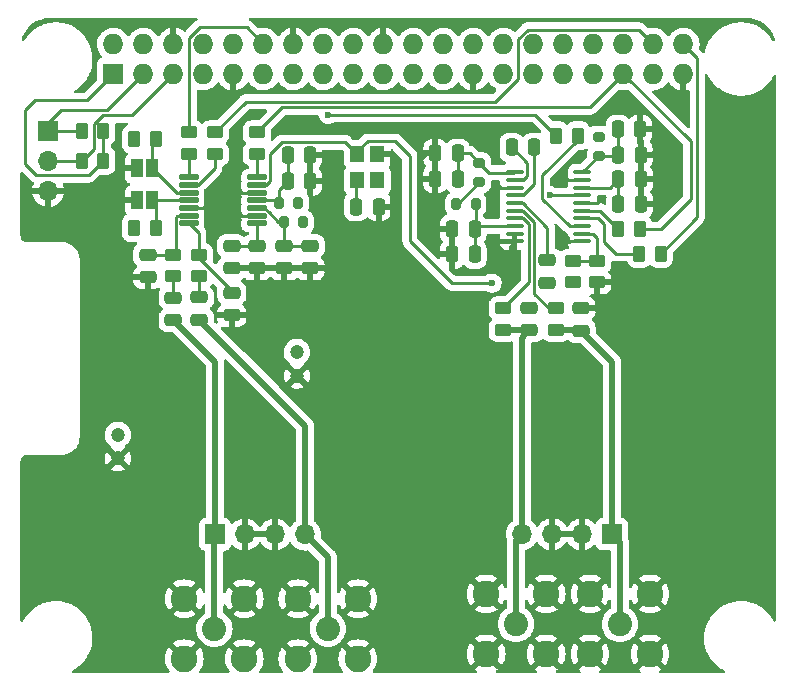
<source format=gbr>
%TF.GenerationSoftware,KiCad,Pcbnew,(6.0.7)*%
%TF.CreationDate,2022-08-28T16:53:58+02:00*%
%TF.ProjectId,RPi_Hat,5250695f-4861-4742-9e6b-696361645f70,rev?*%
%TF.SameCoordinates,Original*%
%TF.FileFunction,Copper,L1,Top*%
%TF.FilePolarity,Positive*%
%FSLAX46Y46*%
G04 Gerber Fmt 4.6, Leading zero omitted, Abs format (unit mm)*
G04 Created by KiCad (PCBNEW (6.0.7)) date 2022-08-28 16:53:58*
%MOMM*%
%LPD*%
G01*
G04 APERTURE LIST*
G04 Aperture macros list*
%AMRoundRect*
0 Rectangle with rounded corners*
0 $1 Rounding radius*
0 $2 $3 $4 $5 $6 $7 $8 $9 X,Y pos of 4 corners*
0 Add a 4 corners polygon primitive as box body*
4,1,4,$2,$3,$4,$5,$6,$7,$8,$9,$2,$3,0*
0 Add four circle primitives for the rounded corners*
1,1,$1+$1,$2,$3*
1,1,$1+$1,$4,$5*
1,1,$1+$1,$6,$7*
1,1,$1+$1,$8,$9*
0 Add four rect primitives between the rounded corners*
20,1,$1+$1,$2,$3,$4,$5,0*
20,1,$1+$1,$4,$5,$6,$7,0*
20,1,$1+$1,$6,$7,$8,$9,0*
20,1,$1+$1,$8,$9,$2,$3,0*%
G04 Aperture macros list end*
%TA.AperFunction,ComponentPad*%
%ADD10R,1.727200X1.727200*%
%TD*%
%TA.AperFunction,ComponentPad*%
%ADD11O,1.727200X1.727200*%
%TD*%
%TA.AperFunction,SMDPad,CuDef*%
%ADD12RoundRect,0.250000X-0.475000X0.250000X-0.475000X-0.250000X0.475000X-0.250000X0.475000X0.250000X0*%
%TD*%
%TA.AperFunction,SMDPad,CuDef*%
%ADD13RoundRect,0.250000X0.450000X-0.262500X0.450000X0.262500X-0.450000X0.262500X-0.450000X-0.262500X0*%
%TD*%
%TA.AperFunction,SMDPad,CuDef*%
%ADD14RoundRect,0.250000X-0.250000X-0.475000X0.250000X-0.475000X0.250000X0.475000X-0.250000X0.475000X0*%
%TD*%
%TA.AperFunction,SMDPad,CuDef*%
%ADD15RoundRect,0.250000X-0.262500X-0.450000X0.262500X-0.450000X0.262500X0.450000X-0.262500X0.450000X0*%
%TD*%
%TA.AperFunction,SMDPad,CuDef*%
%ADD16RoundRect,0.250000X0.262500X0.450000X-0.262500X0.450000X-0.262500X-0.450000X0.262500X-0.450000X0*%
%TD*%
%TA.AperFunction,SMDPad,CuDef*%
%ADD17RoundRect,0.250000X0.475000X-0.250000X0.475000X0.250000X-0.475000X0.250000X-0.475000X-0.250000X0*%
%TD*%
%TA.AperFunction,ComponentPad*%
%ADD18R,1.700000X1.700000*%
%TD*%
%TA.AperFunction,ComponentPad*%
%ADD19O,1.700000X1.700000*%
%TD*%
%TA.AperFunction,SMDPad,CuDef*%
%ADD20R,1.000000X1.500000*%
%TD*%
%TA.AperFunction,SMDPad,CuDef*%
%ADD21RoundRect,0.250000X-0.450000X0.262500X-0.450000X-0.262500X0.450000X-0.262500X0.450000X0.262500X0*%
%TD*%
%TA.AperFunction,ComponentPad*%
%ADD22C,1.200000*%
%TD*%
%TA.AperFunction,SMDPad,CuDef*%
%ADD23RoundRect,0.200000X0.200000X0.275000X-0.200000X0.275000X-0.200000X-0.275000X0.200000X-0.275000X0*%
%TD*%
%TA.AperFunction,SMDPad,CuDef*%
%ADD24RoundRect,0.200000X-0.200000X-0.275000X0.200000X-0.275000X0.200000X0.275000X-0.200000X0.275000X0*%
%TD*%
%TA.AperFunction,SMDPad,CuDef*%
%ADD25R,1.200000X1.400000*%
%TD*%
%TA.AperFunction,ComponentPad*%
%ADD26C,2.050000*%
%TD*%
%TA.AperFunction,ComponentPad*%
%ADD27C,2.250000*%
%TD*%
%TA.AperFunction,SMDPad,CuDef*%
%ADD28RoundRect,0.250000X0.250000X0.475000X-0.250000X0.475000X-0.250000X-0.475000X0.250000X-0.475000X0*%
%TD*%
%TA.AperFunction,SMDPad,CuDef*%
%ADD29RoundRect,0.020500X0.764500X0.184500X-0.764500X0.184500X-0.764500X-0.184500X0.764500X-0.184500X0*%
%TD*%
%TA.AperFunction,SMDPad,CuDef*%
%ADD30RoundRect,0.100000X-0.637500X-0.100000X0.637500X-0.100000X0.637500X0.100000X-0.637500X0.100000X0*%
%TD*%
%TA.AperFunction,SMDPad,CuDef*%
%ADD31RoundRect,0.200000X-0.275000X0.200000X-0.275000X-0.200000X0.275000X-0.200000X0.275000X0.200000X0*%
%TD*%
%TA.AperFunction,SMDPad,CuDef*%
%ADD32RoundRect,0.200000X0.275000X-0.200000X0.275000X0.200000X-0.275000X0.200000X-0.275000X-0.200000X0*%
%TD*%
%TA.AperFunction,ViaPad*%
%ADD33C,0.600000*%
%TD*%
%TA.AperFunction,Conductor*%
%ADD34C,0.250000*%
%TD*%
%TA.AperFunction,Conductor*%
%ADD35C,0.500000*%
%TD*%
G04 APERTURE END LIST*
D10*
%TO.P,J6,1,3.3V*%
%TO.N,Net-(J6-Pad1)*%
X121541600Y-63527200D03*
D11*
%TO.P,J6,2,5V*%
%TO.N,+5V*%
X121541600Y-60987200D03*
%TO.P,J6,3,BCM2_SDA*%
%TO.N,SDA*%
X124081600Y-63527200D03*
%TO.P,J6,4,5V*%
%TO.N,+5V*%
X124081600Y-60987200D03*
%TO.P,J6,5,BCM3_SCL*%
%TO.N,SCL*%
X126621600Y-63527200D03*
%TO.P,J6,6,GND*%
%TO.N,GND*%
X126621600Y-60987200D03*
%TO.P,J6,7,BCM4_GPCLK0*%
%TO.N,GPCLK0*%
X129161600Y-63527200D03*
%TO.P,J6,8,BCM14_TXD*%
%TO.N,unconnected-(J6-Pad8)*%
X129161600Y-60987200D03*
%TO.P,J6,9,GND*%
%TO.N,GND*%
X131701600Y-63527200D03*
%TO.P,J6,10,BCM15_RXD*%
%TO.N,unconnected-(J6-Pad10)*%
X131701600Y-60987200D03*
%TO.P,J6,11,BCM17*%
%TO.N,unconnected-(J6-Pad11)*%
X134241600Y-63527200D03*
%TO.P,J6,12,BCM18_PCM_C*%
%TO.N,BCK*%
X134241600Y-60987200D03*
%TO.P,J6,13,BCM27*%
%TO.N,unconnected-(J6-Pad13)*%
X136781600Y-63527200D03*
%TO.P,J6,14,GND*%
%TO.N,GND*%
X136781600Y-60987200D03*
%TO.P,J6,15,BCM22*%
%TO.N,unconnected-(J6-Pad15)*%
X139321600Y-63527200D03*
%TO.P,J6,16,BCM23*%
%TO.N,unconnected-(J6-Pad16)*%
X139321600Y-60987200D03*
%TO.P,J6,17,3.3V*%
%TO.N,unconnected-(J6-Pad17)*%
X141861600Y-63527200D03*
%TO.P,J6,18,BCM24*%
%TO.N,unconnected-(J6-Pad18)*%
X141861600Y-60987200D03*
%TO.P,J6,19,BCM10_MOSI*%
%TO.N,unconnected-(J6-Pad19)*%
X144401600Y-63527200D03*
%TO.P,J6,20,GND*%
%TO.N,GND*%
X144401600Y-60987200D03*
%TO.P,J6,21,BCM9_MISO*%
%TO.N,unconnected-(J6-Pad21)*%
X146941600Y-63527200D03*
%TO.P,J6,22,BCM25*%
%TO.N,unconnected-(J6-Pad22)*%
X146941600Y-60987200D03*
%TO.P,J6,23,BCM11_SCLK*%
%TO.N,unconnected-(J6-Pad23)*%
X149481600Y-63527200D03*
%TO.P,J6,24,BCM8_CE0*%
%TO.N,unconnected-(J6-Pad24)*%
X149481600Y-60987200D03*
%TO.P,J6,25,GND*%
%TO.N,GND*%
X152021600Y-63527200D03*
%TO.P,J6,26,BCM7_CE1*%
%TO.N,unconnected-(J6-Pad26)*%
X152021600Y-60987200D03*
%TO.P,J6,27,BCM0_ID_SD*%
%TO.N,unconnected-(J6-Pad27)*%
X154561600Y-63527200D03*
%TO.P,J6,28,BCM1_ID_SC*%
%TO.N,unconnected-(J6-Pad28)*%
X154561600Y-60987200D03*
%TO.P,J6,29,BCM5*%
%TO.N,unconnected-(J6-Pad29)*%
X157101600Y-63527200D03*
%TO.P,J6,30,GND*%
%TO.N,GND*%
X157101600Y-60987200D03*
%TO.P,J6,31,BCM6*%
%TO.N,unconnected-(J6-Pad31)*%
X159641600Y-63527200D03*
%TO.P,J6,32,BCM12_PWM0*%
%TO.N,unconnected-(J6-Pad32)*%
X159641600Y-60987200D03*
%TO.P,J6,33,BCM13_PWM1*%
%TO.N,unconnected-(J6-Pad33)*%
X162181600Y-63527200D03*
%TO.P,J6,34,GND*%
%TO.N,GND*%
X162181600Y-60987200D03*
%TO.P,J6,35,BCM19_MISO_PCM_FS*%
%TO.N,LRCK*%
X164721600Y-63527200D03*
%TO.P,J6,36,BCM16*%
%TO.N,unconnected-(J6-Pad36)*%
X164721600Y-60987200D03*
%TO.P,J6,37,BCM26*%
%TO.N,unconnected-(J6-Pad37)*%
X167261600Y-63527200D03*
%TO.P,J6,38,BCM20_MOSI_PCM_DI*%
%TO.N,Dout*%
X167261600Y-60987200D03*
%TO.P,J6,39,GND*%
%TO.N,GND*%
X169801600Y-63527200D03*
%TO.P,J6,40,BCM21_SCLK_PCM_DO*%
%TO.N,Din*%
X169801600Y-60987200D03*
%TD*%
D12*
%TO.P,C3,1*%
%TO.N,/VREF*%
X131572000Y-78094800D03*
%TO.P,C3,2*%
%TO.N,GND*%
X131572000Y-79994800D03*
%TD*%
D13*
%TO.P,R1,1*%
%TO.N,Net-(C2-Pad2)*%
X128778000Y-80668500D03*
%TO.P,R1,2*%
%TO.N,/VINR*%
X128778000Y-78843500D03*
%TD*%
%TO.P,R10,1*%
%TO.N,GPCLK0*%
X160426400Y-81176500D03*
%TO.P,R10,2*%
%TO.N,Net-(R10-Pad2)*%
X160426400Y-79351500D03*
%TD*%
D14*
%TO.P,C18,1*%
%TO.N,Net-(C18-Pad1)*%
X155260000Y-69748400D03*
%TO.P,C18,2*%
%TO.N,Net-(C18-Pad2)*%
X157160000Y-69748400D03*
%TD*%
D12*
%TO.P,C10,1*%
%TO.N,/VCC*%
X136017001Y-78094800D03*
%TO.P,C10,2*%
%TO.N,GND*%
X136017001Y-79994800D03*
%TD*%
D15*
%TO.P,R2,1*%
%TO.N,+3.3V*%
X123293500Y-69037200D03*
%TO.P,R2,2*%
%TO.N,Net-(JP1-Pad2)*%
X125118500Y-69037200D03*
%TD*%
D16*
%TO.P,R15,1*%
%TO.N,Net-(J6-Pad1)*%
X120698900Y-68326000D03*
%TO.P,R15,2*%
%TO.N,SDA*%
X118873900Y-68326000D03*
%TD*%
D17*
%TO.P,C4,1*%
%TO.N,GND*%
X124460000Y-80741600D03*
%TO.P,C4,2*%
%TO.N,/VINL*%
X124460000Y-78841600D03*
%TD*%
D18*
%TO.P,J7,1,Pin_1*%
%TO.N,/InL*%
X130159600Y-102514400D03*
D19*
%TO.P,J7,2,Pin_2*%
%TO.N,GND*%
X132699600Y-102514400D03*
%TO.P,J7,3,Pin_3*%
X135239600Y-102514400D03*
%TO.P,J7,4,Pin_4*%
%TO.N,/InR*%
X137779600Y-102514400D03*
%TD*%
D18*
%TO.P,J5,1,Pin_1*%
%TO.N,SDA*%
X116027200Y-68341000D03*
D19*
%TO.P,J5,2,Pin_2*%
%TO.N,SCL*%
X116027200Y-70881000D03*
%TO.P,J5,3,Pin_3*%
%TO.N,GND*%
X116027200Y-73421000D03*
%TD*%
D20*
%TO.P,JP1,1,A*%
%TO.N,GND*%
X123557000Y-71526401D03*
%TO.P,JP1,2,B*%
%TO.N,Net-(JP1-Pad2)*%
X124857000Y-71526401D03*
%TD*%
D21*
%TO.P,R12,1*%
%TO.N,Net-(R12-Pad1)*%
X159004000Y-83364700D03*
%TO.P,R12,2*%
%TO.N,/OutL*%
X159004000Y-85189700D03*
%TD*%
D15*
%TO.P,R9,1*%
%TO.N,BCK*%
X159056700Y-68744400D03*
%TO.P,R9,2*%
%TO.N,Net-(R9-Pad2)*%
X160881700Y-68744400D03*
%TD*%
D13*
%TO.P,R14,1*%
%TO.N,Net-(C1-Pad2)*%
X126593600Y-80668500D03*
%TO.P,R14,2*%
%TO.N,/VINL*%
X126593600Y-78843500D03*
%TD*%
D22*
%TO.P,C12,1*%
%TO.N,+3.3V*%
X137083800Y-87061800D03*
%TO.P,C12,2*%
%TO.N,GND*%
X137083800Y-89061800D03*
%TD*%
D14*
%TO.P,C21,1*%
%TO.N,Net-(C19-Pad1)*%
X164302400Y-72440800D03*
%TO.P,C21,2*%
%TO.N,GND*%
X166202400Y-72440800D03*
%TD*%
%TO.P,C25,1*%
%TO.N,+3.3V*%
X142102800Y-74752200D03*
%TO.P,C25,2*%
%TO.N,GND*%
X144002800Y-74752200D03*
%TD*%
D12*
%TO.P,C17,1*%
%TO.N,Net-(C17-Pad1)*%
X158292800Y-79314000D03*
%TO.P,C17,2*%
%TO.N,GND*%
X158292800Y-81214000D03*
%TD*%
%TO.P,C9,1*%
%TO.N,/VCC*%
X138201400Y-78094800D03*
%TO.P,C9,2*%
%TO.N,GND*%
X138201400Y-79994800D03*
%TD*%
D23*
%TO.P,L1,1,1*%
%TO.N,+3.3V*%
X137197600Y-74447400D03*
%TO.P,L1,2,2*%
%TO.N,/VDD*%
X135547600Y-74447400D03*
%TD*%
D17*
%TO.P,C22,1*%
%TO.N,/OutR*%
X156768800Y-85227200D03*
%TO.P,C22,2*%
%TO.N,GND*%
X156768800Y-83327200D03*
%TD*%
%TO.P,C2,1*%
%TO.N,/InR*%
X128828800Y-84338200D03*
%TO.P,C2,2*%
%TO.N,Net-(C2-Pad2)*%
X128828800Y-82438200D03*
%TD*%
D21*
%TO.P,R13,1*%
%TO.N,Net-(R13-Pad1)*%
X154533600Y-83362800D03*
%TO.P,R13,2*%
%TO.N,/OutR*%
X154533600Y-85187800D03*
%TD*%
D14*
%TO.P,C15,1*%
%TO.N,/DVDD*%
X164251600Y-68224400D03*
%TO.P,C15,2*%
%TO.N,GND*%
X166151600Y-68224400D03*
%TD*%
D15*
%TO.P,R3,1*%
%TO.N,+3.3V*%
X123293500Y-76555600D03*
%TO.P,R3,2*%
%TO.N,Net-(JP2-Pad2)*%
X125118500Y-76555600D03*
%TD*%
D17*
%TO.P,C24,1*%
%TO.N,/OutL*%
X161137600Y-85278000D03*
%TO.P,C24,2*%
%TO.N,GND*%
X161137600Y-83378000D03*
%TD*%
D16*
%TO.P,R7,1*%
%TO.N,LRCK*%
X166114100Y-76657200D03*
%TO.P,R7,2*%
%TO.N,Net-(R7-Pad2)*%
X164289100Y-76657200D03*
%TD*%
D24*
%TO.P,L5,1,1*%
%TO.N,+3.3V*%
X150559000Y-74549000D03*
%TO.P,L5,2,2*%
%TO.N,/AVDD*%
X152209000Y-74549000D03*
%TD*%
D17*
%TO.P,C1,1*%
%TO.N,/InL*%
X126619000Y-84363600D03*
%TO.P,C1,2*%
%TO.N,Net-(C1-Pad2)*%
X126619000Y-82463600D03*
%TD*%
D14*
%TO.P,C5,1*%
%TO.N,/VDD*%
X136311600Y-70358000D03*
%TO.P,C5,2*%
%TO.N,GND*%
X138211600Y-70358000D03*
%TD*%
D12*
%TO.P,C7,1*%
%TO.N,/VREF*%
X133705600Y-78094800D03*
%TO.P,C7,2*%
%TO.N,GND*%
X133705600Y-79994800D03*
%TD*%
D14*
%TO.P,C19,1*%
%TO.N,Net-(C19-Pad1)*%
X164302400Y-74523600D03*
%TO.P,C19,2*%
%TO.N,GND*%
X166202400Y-74523600D03*
%TD*%
D25*
%TO.P,Y1,1,1*%
%TO.N,+3.3V*%
X143902800Y-72524800D03*
%TO.P,Y1,2,2*%
%TO.N,GND*%
X143902800Y-70324800D03*
%TO.P,Y1,3,3*%
%TO.N,GPCLK0*%
X142202800Y-70324800D03*
%TO.P,Y1,4,4*%
%TO.N,+3.3V*%
X142202800Y-72524800D03*
%TD*%
D18*
%TO.P,J8,1,Pin_1*%
%TO.N,/OutL*%
X163769200Y-102489000D03*
D19*
%TO.P,J8,2,Pin_2*%
%TO.N,GND*%
X161229200Y-102489000D03*
%TO.P,J8,3,Pin_3*%
X158689200Y-102489000D03*
%TO.P,J8,4,Pin_4*%
%TO.N,/OutR*%
X156149200Y-102489000D03*
%TD*%
D13*
%TO.P,R11,1*%
%TO.N,GND*%
X162509200Y-81176500D03*
%TO.P,R11,2*%
%TO.N,Net-(R10-Pad2)*%
X162509200Y-79351500D03*
%TD*%
D26*
%TO.P,J1,1,In*%
%TO.N,/InR*%
X139700000Y-110490000D03*
D27*
%TO.P,J1,2,Ext*%
%TO.N,GND*%
X142240000Y-107950000D03*
X137160000Y-107950000D03*
X142240000Y-113030000D03*
X137160000Y-113030000D03*
%TD*%
D26*
%TO.P,J3,1,In*%
%TO.N,/OutL*%
X164439600Y-110083600D03*
D27*
%TO.P,J3,2,Ext*%
%TO.N,GND*%
X166979600Y-107543600D03*
X161899600Y-107543600D03*
X161899600Y-112623600D03*
X166979600Y-112623600D03*
%TD*%
D14*
%TO.P,C8,1*%
%TO.N,/VDD*%
X136311600Y-72593200D03*
%TO.P,C8,2*%
%TO.N,GND*%
X138211600Y-72593200D03*
%TD*%
D13*
%TO.P,R4,1*%
%TO.N,Net-(R4-Pad1)*%
X130149600Y-70305300D03*
%TO.P,R4,2*%
%TO.N,Dout*%
X130149600Y-68480300D03*
%TD*%
D14*
%TO.P,C16,1*%
%TO.N,/DVDD*%
X164287200Y-70348600D03*
%TO.P,C16,2*%
%TO.N,GND*%
X166187200Y-70348600D03*
%TD*%
D13*
%TO.P,R5,1*%
%TO.N,Net-(R5-Pad1)*%
X127965200Y-70305300D03*
%TO.P,R5,2*%
%TO.N,BCK*%
X127965200Y-68480300D03*
%TD*%
D28*
%TO.P,C23,1*%
%TO.N,/AVDD*%
X152130800Y-78790800D03*
%TO.P,C23,2*%
%TO.N,GND*%
X150230800Y-78790800D03*
%TD*%
D16*
%TO.P,R8,1*%
%TO.N,Din*%
X167892100Y-78740000D03*
%TO.P,R8,2*%
%TO.N,Net-(R8-Pad2)*%
X166067100Y-78740000D03*
%TD*%
D22*
%TO.P,C11,1*%
%TO.N,+5V*%
X121920000Y-94062800D03*
%TO.P,C11,2*%
%TO.N,GND*%
X121920000Y-96062800D03*
%TD*%
D13*
%TO.P,R6,1*%
%TO.N,Net-(R6-Pad1)*%
X133705600Y-70305300D03*
%TO.P,R6,2*%
%TO.N,LRCK*%
X133705600Y-68480300D03*
%TD*%
D29*
%TO.P,U1,1,VREF*%
%TO.N,/VREF*%
X133680000Y-76168800D03*
%TO.P,U1,2,AGND*%
%TO.N,GND*%
X133680000Y-75518800D03*
%TO.P,U1,3,VCC*%
%TO.N,/VCC*%
X133680000Y-74868800D03*
%TO.P,U1,4,VDD*%
%TO.N,/VDD*%
X133680000Y-74218800D03*
%TO.P,U1,5,DGND*%
%TO.N,GND*%
X133680000Y-73568800D03*
%TO.P,U1,6,SCKI*%
%TO.N,GPCLK0*%
X133680000Y-72918800D03*
%TO.P,U1,7,LRCK*%
%TO.N,Net-(R6-Pad1)*%
X133680000Y-72268800D03*
%TO.P,U1,8,BCK*%
%TO.N,Net-(R5-Pad1)*%
X127940000Y-72268800D03*
%TO.P,U1,9,DOUT*%
%TO.N,Net-(R4-Pad1)*%
X127940000Y-72918800D03*
%TO.P,U1,10,MD0*%
%TO.N,Net-(JP1-Pad2)*%
X127940000Y-73568800D03*
%TO.P,U1,11,MD1*%
%TO.N,Net-(JP2-Pad2)*%
X127940000Y-74218800D03*
%TO.P,U1,12,FMT*%
%TO.N,GND*%
X127940000Y-74868800D03*
%TO.P,U1,13,VINL*%
%TO.N,/VINL*%
X127940000Y-75518800D03*
%TO.P,U1,14,VINR*%
%TO.N,/VINR*%
X127940000Y-76168800D03*
%TD*%
D17*
%TO.P,C6,1*%
%TO.N,GND*%
X131572000Y-83957200D03*
%TO.P,C6,2*%
%TO.N,/VINR*%
X131572000Y-82057200D03*
%TD*%
D28*
%TO.P,C20,1*%
%TO.N,/AVDD*%
X152130800Y-76657200D03*
%TO.P,C20,2*%
%TO.N,GND*%
X150230800Y-76657200D03*
%TD*%
D30*
%TO.P,U3,1,CPVDD*%
%TO.N,/CPVDD*%
X155531900Y-71852600D03*
%TO.P,U3,2,CAPP*%
%TO.N,Net-(C18-Pad1)*%
X155531900Y-72502600D03*
%TO.P,U3,3,CPGND*%
%TO.N,GND*%
X155531900Y-73152600D03*
%TO.P,U3,4,CAPM*%
%TO.N,Net-(C18-Pad2)*%
X155531900Y-73802600D03*
%TO.P,U3,5,VNEG*%
%TO.N,Net-(C17-Pad1)*%
X155531900Y-74452600D03*
%TO.P,U3,6,OUTL*%
%TO.N,Net-(R12-Pad1)*%
X155531900Y-75102600D03*
%TO.P,U3,7,OUTR*%
%TO.N,Net-(R13-Pad1)*%
X155531900Y-75752600D03*
%TO.P,U3,8,AVDD*%
%TO.N,/AVDD*%
X155531900Y-76402600D03*
%TO.P,U3,9,AGND*%
%TO.N,GND*%
X155531900Y-77052600D03*
%TO.P,U3,10,DEMP*%
X155531900Y-77702600D03*
%TO.P,U3,11,FLT*%
X161256900Y-77702600D03*
%TO.P,U3,12,SCK*%
%TO.N,Net-(R10-Pad2)*%
X161256900Y-77052600D03*
%TO.P,U3,13,BCK*%
%TO.N,Net-(R9-Pad2)*%
X161256900Y-76402600D03*
%TO.P,U3,14,DIN*%
%TO.N,Net-(R8-Pad2)*%
X161256900Y-75752600D03*
%TO.P,U3,15,LRCK*%
%TO.N,Net-(R7-Pad2)*%
X161256900Y-75102600D03*
%TO.P,U3,16,FMT*%
%TO.N,GND*%
X161256900Y-74452600D03*
%TO.P,U3,17,XSMT*%
%TO.N,+3.3V*%
X161256900Y-73802600D03*
%TO.P,U3,18,LDOO*%
%TO.N,Net-(C19-Pad1)*%
X161256900Y-73152600D03*
%TO.P,U3,19,DGND*%
%TO.N,GND*%
X161256900Y-72502600D03*
%TO.P,U3,20,DVDD*%
%TO.N,/DVDD*%
X161256900Y-71852600D03*
%TD*%
D16*
%TO.P,R16,1*%
%TO.N,Net-(J6-Pad1)*%
X120698900Y-70866000D03*
%TO.P,R16,2*%
%TO.N,SCL*%
X118873900Y-70866000D03*
%TD*%
D31*
%TO.P,L4,1,1*%
%TO.N,+3.3V*%
X162636200Y-68821800D03*
%TO.P,L4,2,2*%
%TO.N,/DVDD*%
X162636200Y-70471800D03*
%TD*%
D26*
%TO.P,J2,1,In*%
%TO.N,/InL*%
X130098800Y-110490000D03*
D27*
%TO.P,J2,2,Ext*%
%TO.N,GND*%
X132638800Y-113030000D03*
X127558800Y-113030000D03*
X127558800Y-107950000D03*
X132638800Y-107950000D03*
%TD*%
D28*
%TO.P,C14,1*%
%TO.N,/CPVDD*%
X150708400Y-70256400D03*
%TO.P,C14,2*%
%TO.N,GND*%
X148808400Y-70256400D03*
%TD*%
D23*
%TO.P,L2,1,1*%
%TO.N,+5V*%
X137604000Y-76073000D03*
%TO.P,L2,2,2*%
%TO.N,/VCC*%
X135954000Y-76073000D03*
%TD*%
D28*
%TO.P,C13,1*%
%TO.N,/CPVDD*%
X150708400Y-72390000D03*
%TO.P,C13,2*%
%TO.N,GND*%
X148808400Y-72390000D03*
%TD*%
D32*
%TO.P,L3,1,1*%
%TO.N,+3.3V*%
X152527000Y-72707000D03*
%TO.P,L3,2,2*%
%TO.N,/CPVDD*%
X152527000Y-71057000D03*
%TD*%
D20*
%TO.P,JP2,1,A*%
%TO.N,GND*%
X123557000Y-74218801D03*
%TO.P,JP2,2,B*%
%TO.N,Net-(JP2-Pad2)*%
X124857000Y-74218801D03*
%TD*%
D26*
%TO.P,J4,1,In*%
%TO.N,/OutR*%
X155651200Y-110083600D03*
D27*
%TO.P,J4,2,Ext*%
%TO.N,GND*%
X153111200Y-107543600D03*
X153111200Y-112623600D03*
X158191200Y-112623600D03*
X158191200Y-107543600D03*
%TD*%
D33*
%TO.N,GND*%
X147320000Y-105410000D03*
X133705600Y-80010000D03*
X147320000Y-110490000D03*
X116865400Y-101650800D03*
X138226800Y-70383400D03*
X175260000Y-80010000D03*
X147320000Y-80010000D03*
X143916400Y-70358000D03*
X162509200Y-81178400D03*
X175260000Y-102870000D03*
X121412000Y-91389200D03*
X147320000Y-90170000D03*
X161188400Y-83413600D03*
X132130800Y-75539600D03*
X148742400Y-72390000D03*
X133350000Y-91440000D03*
X175260000Y-68580000D03*
X175260000Y-87630000D03*
X129590800Y-74879200D03*
X175260000Y-72390000D03*
X133350000Y-95250000D03*
X166268400Y-68072000D03*
X124460000Y-110490000D03*
X123596400Y-74269600D03*
X153822400Y-73152000D03*
X147320000Y-100330000D03*
X133350000Y-99060000D03*
X160013478Y-96503951D03*
X147320000Y-85090000D03*
X172720000Y-105410000D03*
X156768800Y-83312000D03*
X160020000Y-99060000D03*
X124460000Y-80721200D03*
X144780000Y-110490000D03*
X158292800Y-81214000D03*
X121920000Y-110490000D03*
X138201401Y-80060800D03*
X123596400Y-71577200D03*
X143992600Y-74752200D03*
X131622800Y-80010000D03*
X136017001Y-80060800D03*
X160020000Y-87630000D03*
X175260000Y-99060000D03*
X166217600Y-72440800D03*
X175260000Y-95250000D03*
X147320000Y-95250000D03*
X160013478Y-91384849D03*
X175260000Y-91440000D03*
X144653000Y-68199000D03*
X175260000Y-76200000D03*
X149860000Y-110490000D03*
X141224000Y-68199000D03*
X132130800Y-73609200D03*
X159664400Y-72491600D03*
X160020000Y-93980000D03*
X150215600Y-76657200D03*
X143002000Y-68199000D03*
X116840000Y-105410000D03*
X120751200Y-89510000D03*
X162763200Y-74218800D03*
X175260000Y-83820000D03*
X131572000Y-83921600D03*
X147472400Y-70866000D03*
X138226800Y-72593200D03*
X166217600Y-70307200D03*
X155092400Y-78892400D03*
X166217600Y-74523600D03*
X150215600Y-78841600D03*
X159969200Y-77520800D03*
X116890800Y-99085400D03*
%TO.N,+5V*%
X137541000Y-76073000D03*
%TO.N,+3.3V*%
X142189200Y-72542400D03*
X137261600Y-74447400D03*
X123291600Y-68986400D03*
X158496000Y-73812400D03*
X123291600Y-76555600D03*
X150520400Y-74549000D03*
X143916400Y-72491600D03*
X162636200Y-68757800D03*
%TO.N,GPCLK0*%
X160426400Y-81176500D03*
X142202800Y-70324800D03*
X153619200Y-81229200D03*
%TO.N,BCK*%
X139750800Y-66962100D03*
%TD*%
D34*
%TO.N,Net-(C1-Pad2)*%
X126619000Y-80693900D02*
X126593600Y-80668500D01*
X126619000Y-82463600D02*
X126619000Y-80693900D01*
D35*
%TO.N,/InL*%
X130098800Y-110490000D02*
X130098800Y-102575200D01*
X130098800Y-102575200D02*
X130159600Y-102514400D01*
X130159600Y-87904200D02*
X126619000Y-84363600D01*
X130159600Y-102514400D02*
X130159600Y-87904200D01*
%TO.N,/InR*%
X139700000Y-110490000D02*
X139700000Y-104434800D01*
X139700000Y-104434800D02*
X137779600Y-102514400D01*
X137779600Y-102514400D02*
X137779600Y-93289000D01*
X137779600Y-93289000D02*
X128828800Y-84338200D01*
D34*
%TO.N,Net-(C2-Pad2)*%
X128828800Y-82438200D02*
X128828800Y-80719300D01*
%TO.N,GND*%
X161256900Y-72502600D02*
X159675400Y-72502600D01*
X162529400Y-74452600D02*
X162763200Y-74218800D01*
X160151000Y-77702600D02*
X159969200Y-77520800D01*
X155092400Y-78892400D02*
X155092400Y-78142100D01*
X148742400Y-72390000D02*
X148742400Y-70322400D01*
X161256900Y-74452600D02*
X162529400Y-74452600D01*
X148742400Y-70322400D02*
X148808400Y-70256400D01*
X159675400Y-72502600D02*
X159664400Y-72491600D01*
X132151600Y-75518800D02*
X132130800Y-75539600D01*
X161256900Y-77702600D02*
X160151000Y-77702600D01*
X155092400Y-78142100D02*
X155531900Y-77702600D01*
X148082000Y-70256400D02*
X147472400Y-70866000D01*
X133680000Y-73568800D02*
X132171200Y-73568800D01*
X155531900Y-73152600D02*
X153823000Y-73152600D01*
X132171200Y-73568800D02*
X132130800Y-73609200D01*
X153823000Y-73152600D02*
X153822400Y-73152000D01*
X133680000Y-75518800D02*
X132151600Y-75518800D01*
X148808400Y-70256400D02*
X148082000Y-70256400D01*
X129580400Y-74868800D02*
X129590800Y-74879200D01*
X127940000Y-74868800D02*
X129580400Y-74868800D01*
X155531900Y-77702600D02*
X155531900Y-77052600D01*
%TO.N,/VDD*%
X135547600Y-74447400D02*
X135547600Y-73357200D01*
X135319000Y-74218800D02*
X133680000Y-74218800D01*
X136311600Y-72593200D02*
X136311600Y-70358000D01*
X135547600Y-74447400D02*
X135319000Y-74218800D01*
X135547600Y-73357200D02*
X136311600Y-72593200D01*
%TO.N,/VCC*%
X136017001Y-78094800D02*
X136017001Y-76136001D01*
X134326189Y-74868800D02*
X133680000Y-74868800D01*
X136017001Y-76136001D02*
X135954000Y-76073000D01*
X134690000Y-75254000D02*
X134690000Y-75232611D01*
X135509000Y-76073000D02*
X134690000Y-75254000D01*
X134690000Y-75232611D02*
X134326189Y-74868800D01*
X138201400Y-78094800D02*
X136017001Y-78094800D01*
X135954000Y-76073000D02*
X135509000Y-76073000D01*
%TO.N,+3.3V*%
X142102800Y-72624800D02*
X142202800Y-72524800D01*
X142102800Y-74752200D02*
X142102800Y-72624800D01*
X161256900Y-73802600D02*
X158505800Y-73802600D01*
X150685000Y-74549000D02*
X152527000Y-72707000D01*
X158505800Y-73802600D02*
X158496000Y-73812400D01*
X150559000Y-74549000D02*
X150685000Y-74549000D01*
%TO.N,/CPVDD*%
X150708400Y-72390000D02*
X150708400Y-70256400D01*
X150708400Y-70256400D02*
X151726400Y-70256400D01*
X152527000Y-71057000D02*
X153352000Y-71882000D01*
X151726400Y-70256400D02*
X152527000Y-71057000D01*
X153352000Y-71882000D02*
X155502500Y-71882000D01*
%TO.N,/DVDD*%
X162636200Y-70471800D02*
X162636200Y-70473300D01*
X162636200Y-70473300D02*
X161256900Y-71852600D01*
X164164000Y-70471800D02*
X164287200Y-70348600D01*
X162636200Y-70471800D02*
X164164000Y-70471800D01*
X164287200Y-70348600D02*
X164287200Y-68260000D01*
%TO.N,Net-(C17-Pad1)*%
X156220441Y-74452600D02*
X155531900Y-74452600D01*
X158292800Y-76524959D02*
X156220441Y-74452600D01*
X158292800Y-79314000D02*
X158292800Y-76524959D01*
%TO.N,Net-(C18-Pad1)*%
X155260000Y-69748400D02*
X156594400Y-71082800D01*
X156594400Y-71082800D02*
X156594400Y-72128641D01*
X156594400Y-72128641D02*
X156220441Y-72502600D01*
X156220441Y-72502600D02*
X155531900Y-72502600D01*
%TO.N,Net-(C18-Pad2)*%
X156220441Y-73802600D02*
X155531900Y-73802600D01*
X157160000Y-72863041D02*
X156220441Y-73802600D01*
X157160000Y-69748400D02*
X157160000Y-72863041D01*
%TO.N,Net-(C19-Pad1)*%
X163590600Y-73152600D02*
X161256900Y-73152600D01*
X164302400Y-72440800D02*
X163590600Y-73152600D01*
X164302400Y-74523600D02*
X164302400Y-72440800D01*
%TO.N,/AVDD*%
X152209000Y-74549000D02*
X152209000Y-76579000D01*
X152130800Y-78790800D02*
X152130800Y-76657200D01*
X152385400Y-76402600D02*
X155531900Y-76402600D01*
X152209000Y-76579000D02*
X152130800Y-76657200D01*
X152130800Y-76657200D02*
X152385400Y-76402600D01*
D35*
%TO.N,/OutR*%
X155651200Y-110083600D02*
X155651200Y-102987000D01*
X156149200Y-85846800D02*
X156768800Y-85227200D01*
X156768800Y-85227200D02*
X154573000Y-85227200D01*
X154573000Y-85227200D02*
X154533600Y-85187800D01*
X155651200Y-102987000D02*
X156149200Y-102489000D01*
X156149200Y-102489000D02*
X156149200Y-85846800D01*
%TO.N,/OutL*%
X163769200Y-87909600D02*
X161137600Y-85278000D01*
X159004000Y-85189700D02*
X161049300Y-85189700D01*
X164439600Y-110083600D02*
X164439600Y-103159400D01*
X161049300Y-85189700D02*
X161137600Y-85278000D01*
X163769200Y-102489000D02*
X163769200Y-87909600D01*
X164439600Y-103159400D02*
X163769200Y-102489000D01*
D34*
%TO.N,SDA*%
X121035400Y-66573400D02*
X124081600Y-63527200D01*
X116027200Y-68341000D02*
X118858900Y-68341000D01*
X118858900Y-68341000D02*
X118873900Y-68326000D01*
X116027200Y-67665600D02*
X117119400Y-66573400D01*
X117119400Y-66573400D02*
X121035400Y-66573400D01*
X116027200Y-68341000D02*
X116027200Y-67665600D01*
%TO.N,SCL*%
X120635449Y-67005200D02*
X123143600Y-67005200D01*
X118858900Y-70881000D02*
X119888000Y-69851900D01*
X116027200Y-70881000D02*
X118858900Y-70881000D01*
X123143600Y-67005200D02*
X126621600Y-63527200D01*
X119888000Y-67752649D02*
X120635449Y-67005200D01*
X119888000Y-69851900D02*
X119888000Y-67752649D01*
%TO.N,Net-(J6-Pad1)*%
X114071400Y-66598800D02*
X114899998Y-65770202D01*
X120698900Y-70866000D02*
X119479700Y-72085200D01*
X120698900Y-70866000D02*
X120698900Y-68326000D01*
X119298598Y-65770202D02*
X121541600Y-63527200D01*
X114899998Y-65770202D02*
X119298598Y-65770202D01*
X115036600Y-72085200D02*
X114071400Y-71120000D01*
X114071400Y-71120000D02*
X114071400Y-66598800D01*
X119479700Y-72085200D02*
X115036600Y-72085200D01*
%TO.N,GPCLK0*%
X141186000Y-69308000D02*
X135823427Y-69308000D01*
X142202800Y-70324800D02*
X142202800Y-70074800D01*
X150190200Y-81229200D02*
X153619200Y-81229200D01*
X142202800Y-70074800D02*
X143071200Y-69206400D01*
X134823200Y-70308227D02*
X134823200Y-72563211D01*
X134467611Y-72918800D02*
X133680000Y-72918800D01*
X146659600Y-70459600D02*
X146659600Y-77698600D01*
X143071200Y-69206400D02*
X145406400Y-69206400D01*
X134823200Y-72563211D02*
X134467611Y-72918800D01*
X142202800Y-70324800D02*
X141186000Y-69308000D01*
X145406400Y-69206400D02*
X146659600Y-70459600D01*
X135823427Y-69308000D02*
X134823200Y-70308227D01*
X146659600Y-77698600D02*
X150190200Y-81229200D01*
%TO.N,BCK*%
X127965200Y-68480300D02*
X127965200Y-60502800D01*
X132842800Y-59588400D02*
X134241600Y-60987200D01*
X128879600Y-59588400D02*
X132842800Y-59588400D01*
X127965200Y-60502800D02*
X128879600Y-59588400D01*
X157274400Y-66962100D02*
X159056700Y-68744400D01*
X139750800Y-66962100D02*
X157274400Y-66962100D01*
%TO.N,LRCK*%
X135848300Y-66337600D02*
X133705600Y-68480300D01*
X161911200Y-66337600D02*
X135848300Y-66337600D01*
X164721600Y-63527200D02*
X170434000Y-69239600D01*
X167894000Y-76657200D02*
X166114100Y-76657200D01*
X170434000Y-69239600D02*
X170434000Y-74117200D01*
X170434000Y-74117200D02*
X167894000Y-76657200D01*
X164721600Y-63527200D02*
X161911200Y-66337600D01*
%TO.N,Dout*%
X155803600Y-63966135D02*
X155803600Y-60604265D01*
X132742300Y-65887600D02*
X153882135Y-65887600D01*
X153882135Y-65887600D02*
X155803600Y-63966135D01*
X156616265Y-59791600D02*
X166066000Y-59791600D01*
X130149600Y-68480300D02*
X132742300Y-65887600D01*
X166066000Y-59791600D02*
X167261600Y-60987200D01*
X155803600Y-60604265D02*
X156616265Y-59791600D01*
%TO.N,Din*%
X170990200Y-62175800D02*
X170990200Y-75641900D01*
X169801600Y-60987200D02*
X170990200Y-62175800D01*
X170990200Y-75641900D02*
X167892100Y-78740000D01*
%TO.N,Net-(JP1-Pad2)*%
X124857000Y-71526401D02*
X124857000Y-69298700D01*
X126899399Y-73568800D02*
X127940000Y-73568800D01*
X124857000Y-69298700D02*
X125118500Y-69037200D01*
X124857000Y-71526401D02*
X126899399Y-73568800D01*
%TO.N,Net-(JP2-Pad2)*%
X125118500Y-76555600D02*
X125118500Y-74480301D01*
X125118500Y-74480301D02*
X124857000Y-74218801D01*
X127940000Y-74218800D02*
X124857000Y-74218801D01*
%TO.N,Net-(R4-Pad1)*%
X130149600Y-71496811D02*
X130149600Y-70305300D01*
X127940000Y-72918800D02*
X128727611Y-72918800D01*
X128727611Y-72918800D02*
X130149600Y-71496811D01*
%TO.N,Net-(R5-Pad1)*%
X127940000Y-70330500D02*
X127965200Y-70305300D01*
X127940000Y-72268800D02*
X127940000Y-70330500D01*
%TO.N,Net-(R6-Pad1)*%
X133680000Y-70330900D02*
X133705600Y-70305300D01*
X133680000Y-72268800D02*
X133680000Y-70330900D01*
%TO.N,Net-(R7-Pad2)*%
X162734500Y-75102600D02*
X161256900Y-75102600D01*
X164289100Y-76657200D02*
X162734500Y-75102600D01*
%TO.N,Net-(R8-Pad2)*%
X162569800Y-75752600D02*
X161256900Y-75752600D01*
X163068000Y-77724000D02*
X163068000Y-76250800D01*
X164084000Y-78740000D02*
X163068000Y-77724000D01*
X163068000Y-76250800D02*
X162569800Y-75752600D01*
X166067100Y-78740000D02*
X164084000Y-78740000D01*
%TO.N,Net-(R9-Pad2)*%
X160202316Y-76402600D02*
X157871000Y-74071284D01*
X161256900Y-76402600D02*
X160202316Y-76402600D01*
X157871000Y-74071284D02*
X157871000Y-72110700D01*
X160881700Y-69100000D02*
X160881700Y-68744400D01*
X157871000Y-72110700D02*
X160881700Y-69100000D01*
%TO.N,Net-(R10-Pad2)*%
X160426400Y-79351500D02*
X162509200Y-79351500D01*
X162509200Y-77419200D02*
X162142600Y-77052600D01*
X162142600Y-77052600D02*
X161256900Y-77052600D01*
X162509200Y-79351500D02*
X162509200Y-77419200D01*
%TO.N,Net-(R12-Pad1)*%
X157168000Y-76036555D02*
X157168000Y-82136400D01*
X156234045Y-75102600D02*
X157168000Y-76036555D01*
X155531900Y-75102600D02*
X156234045Y-75102600D01*
X158396300Y-83364700D02*
X159004000Y-83364700D01*
X157168000Y-82136400D02*
X158396300Y-83364700D01*
%TO.N,Net-(R13-Pad1)*%
X156219800Y-75752600D02*
X155531900Y-75752600D01*
X154533600Y-83362800D02*
X156718000Y-81178400D01*
X156718000Y-81178400D02*
X156718000Y-76250800D01*
X156718000Y-76250800D02*
X156219800Y-75752600D01*
%TO.N,/VREF*%
X131572000Y-78094800D02*
X133705600Y-78094800D01*
X133705600Y-76194400D02*
X133680000Y-76168800D01*
X133705600Y-78094800D02*
X133705600Y-76194400D01*
%TO.N,/VINL*%
X126970000Y-75518800D02*
X127940000Y-75518800D01*
X126830000Y-78607100D02*
X126830000Y-75658800D01*
X124460000Y-78841600D02*
X126591700Y-78841600D01*
X126830000Y-75658800D02*
X126970000Y-75518800D01*
X126593600Y-78843500D02*
X126830000Y-78607100D01*
%TO.N,/VINR*%
X131572000Y-81936827D02*
X128778000Y-79142827D01*
X128778000Y-77006800D02*
X127940000Y-76168800D01*
X128778000Y-78843500D02*
X128778000Y-77006800D01*
X128778000Y-79142827D02*
X128778000Y-78843500D01*
X131572000Y-82057200D02*
X131572000Y-81936827D01*
%TD*%
%TA.AperFunction,Conductor*%
%TO.N,GND*%
G36*
X171832212Y-63532866D02*
G01*
X171865029Y-63577344D01*
X171887358Y-63628090D01*
X171904521Y-63667097D01*
X172081913Y-63971276D01*
X172292599Y-64253419D01*
X172295043Y-64256017D01*
X172295048Y-64256023D01*
X172530784Y-64506617D01*
X172533870Y-64509897D01*
X172630515Y-64591713D01*
X172765714Y-64706167D01*
X172802624Y-64737414D01*
X172805588Y-64739394D01*
X172805590Y-64739396D01*
X173049537Y-64902396D01*
X173095407Y-64933045D01*
X173098589Y-64934684D01*
X173098591Y-64934685D01*
X173405270Y-65092636D01*
X173405275Y-65092638D01*
X173408453Y-65094275D01*
X173411794Y-65095541D01*
X173411799Y-65095543D01*
X173608822Y-65170188D01*
X173737739Y-65219030D01*
X173741203Y-65219910D01*
X173741207Y-65219911D01*
X174075563Y-65304827D01*
X174075571Y-65304829D01*
X174079030Y-65305707D01*
X174221732Y-65325128D01*
X174424947Y-65352785D01*
X174424954Y-65352786D01*
X174427940Y-65353192D01*
X174542681Y-65357700D01*
X174760798Y-65357700D01*
X174902356Y-65349662D01*
X175019592Y-65343005D01*
X175019599Y-65343004D01*
X175023160Y-65342802D01*
X175173657Y-65316942D01*
X175366682Y-65283775D01*
X175366690Y-65283773D01*
X175370200Y-65283170D01*
X175373625Y-65282172D01*
X175373628Y-65282171D01*
X175644583Y-65203194D01*
X175708259Y-65184634D01*
X175816419Y-65139279D01*
X176029692Y-65049846D01*
X176032990Y-65048463D01*
X176220553Y-64943423D01*
X176337102Y-64878153D01*
X176337107Y-64878150D01*
X176340219Y-64876407D01*
X176343115Y-64874322D01*
X176343120Y-64874319D01*
X176493881Y-64765786D01*
X176625995Y-64670677D01*
X176724270Y-64581411D01*
X176884005Y-64436318D01*
X176884006Y-64436317D01*
X176886646Y-64433919D01*
X177061957Y-64234016D01*
X177116468Y-64171858D01*
X177116469Y-64171856D01*
X177118819Y-64169177D01*
X177133532Y-64147969D01*
X177278553Y-63938920D01*
X177319529Y-63879853D01*
X177426109Y-63681499D01*
X177475971Y-63630961D01*
X177545241Y-63615402D01*
X177611927Y-63639764D01*
X177654856Y-63696312D01*
X177663100Y-63741139D01*
X177663100Y-109765956D01*
X177643098Y-109834077D01*
X177589442Y-109880570D01*
X177519168Y-109890674D01*
X177454588Y-109861180D01*
X177428257Y-109829432D01*
X177389356Y-109762728D01*
X177261287Y-109543124D01*
X177050601Y-109260981D01*
X177048157Y-109258383D01*
X177048152Y-109258377D01*
X176811780Y-109007107D01*
X176811776Y-109007104D01*
X176809330Y-109004503D01*
X176633903Y-108855993D01*
X176543298Y-108779290D01*
X176543294Y-108779287D01*
X176540576Y-108776986D01*
X176394400Y-108679314D01*
X176250770Y-108583344D01*
X176250768Y-108583343D01*
X176247793Y-108581355D01*
X176186446Y-108549759D01*
X175937930Y-108421764D01*
X175937925Y-108421762D01*
X175934747Y-108420125D01*
X175931406Y-108418859D01*
X175931401Y-108418857D01*
X175608805Y-108296637D01*
X175608806Y-108296637D01*
X175605461Y-108295370D01*
X175601997Y-108294490D01*
X175601993Y-108294489D01*
X175267637Y-108209573D01*
X175267629Y-108209571D01*
X175264170Y-108208693D01*
X175092448Y-108185322D01*
X174918253Y-108161615D01*
X174918246Y-108161614D01*
X174915260Y-108161208D01*
X174800519Y-108156700D01*
X174582402Y-108156700D01*
X174440844Y-108164738D01*
X174323608Y-108171395D01*
X174323601Y-108171396D01*
X174320040Y-108171598D01*
X174181717Y-108195366D01*
X173976518Y-108230625D01*
X173976510Y-108230627D01*
X173973000Y-108231230D01*
X173969575Y-108232228D01*
X173969572Y-108232229D01*
X173796467Y-108282685D01*
X173634941Y-108329766D01*
X173631639Y-108331151D01*
X173631638Y-108331151D01*
X173313508Y-108464554D01*
X173310210Y-108465937D01*
X173244404Y-108502790D01*
X173006098Y-108636247D01*
X173006093Y-108636250D01*
X173002981Y-108637993D01*
X173000085Y-108640078D01*
X173000080Y-108640081D01*
X172932010Y-108689085D01*
X172717205Y-108843723D01*
X172714569Y-108846117D01*
X172714567Y-108846119D01*
X172537333Y-109007107D01*
X172456554Y-109080481D01*
X172224381Y-109345223D01*
X172222349Y-109348152D01*
X172222346Y-109348156D01*
X172181576Y-109406927D01*
X172023671Y-109634547D01*
X172021981Y-109637692D01*
X172021977Y-109637699D01*
X171919230Y-109828921D01*
X171857002Y-109944732D01*
X171726519Y-110271790D01*
X171633899Y-110611517D01*
X171580332Y-110959545D01*
X171580192Y-110963109D01*
X171566917Y-111301001D01*
X171566508Y-111311400D01*
X171592604Y-111662558D01*
X171658284Y-112008504D01*
X171659342Y-112011913D01*
X171659344Y-112011919D01*
X171679949Y-112078276D01*
X171762704Y-112344792D01*
X171764145Y-112348067D01*
X171901931Y-112661210D01*
X171904521Y-112667097D01*
X172081913Y-112971276D01*
X172292599Y-113253419D01*
X172295043Y-113256017D01*
X172295048Y-113256023D01*
X172531420Y-113507293D01*
X172533870Y-113509897D01*
X172611156Y-113575324D01*
X172726252Y-113672760D01*
X172802624Y-113737414D01*
X172805588Y-113739394D01*
X172805590Y-113739396D01*
X173007517Y-113874319D01*
X173095407Y-113933045D01*
X173098589Y-113934684D01*
X173098591Y-113934685D01*
X173246152Y-114010684D01*
X173297554Y-114059657D01*
X173314320Y-114128646D01*
X173291125Y-114195747D01*
X173235336Y-114239656D01*
X173188460Y-114248700D01*
X167899809Y-114248700D01*
X167831688Y-114228698D01*
X167785195Y-114175042D01*
X167775091Y-114104768D01*
X167804585Y-114040188D01*
X167833974Y-114015267D01*
X167933528Y-113954260D01*
X167938790Y-113946199D01*
X167932783Y-113935993D01*
X166992412Y-112995622D01*
X166978468Y-112988008D01*
X166976635Y-112988139D01*
X166970020Y-112992390D01*
X166027876Y-113934534D01*
X166020484Y-113948071D01*
X166024170Y-113953340D01*
X166125226Y-114015267D01*
X166172857Y-114067915D01*
X166184464Y-114137956D01*
X166156361Y-114203154D01*
X166097471Y-114242808D01*
X166059391Y-114248700D01*
X162819809Y-114248700D01*
X162751688Y-114228698D01*
X162705195Y-114175042D01*
X162695091Y-114104768D01*
X162724585Y-114040188D01*
X162753974Y-114015267D01*
X162853528Y-113954260D01*
X162858790Y-113946199D01*
X162852783Y-113935993D01*
X161912412Y-112995622D01*
X161898468Y-112988008D01*
X161896635Y-112988139D01*
X161890020Y-112992390D01*
X160947876Y-113934534D01*
X160940484Y-113948071D01*
X160944170Y-113953340D01*
X161045226Y-114015267D01*
X161092857Y-114067915D01*
X161104464Y-114137956D01*
X161076361Y-114203154D01*
X161017471Y-114242808D01*
X160979391Y-114248700D01*
X159111409Y-114248700D01*
X159043288Y-114228698D01*
X158996795Y-114175042D01*
X158986691Y-114104768D01*
X159016185Y-114040188D01*
X159045574Y-114015267D01*
X159145128Y-113954260D01*
X159150390Y-113946199D01*
X159144383Y-113935993D01*
X158204012Y-112995622D01*
X158190068Y-112988008D01*
X158188235Y-112988139D01*
X158181620Y-112992390D01*
X157239476Y-113934534D01*
X157232084Y-113948071D01*
X157235770Y-113953340D01*
X157336826Y-114015267D01*
X157384457Y-114067915D01*
X157396064Y-114137956D01*
X157367961Y-114203154D01*
X157309071Y-114242808D01*
X157270991Y-114248700D01*
X154031409Y-114248700D01*
X153963288Y-114228698D01*
X153916795Y-114175042D01*
X153906691Y-114104768D01*
X153936185Y-114040188D01*
X153965574Y-114015267D01*
X154065128Y-113954260D01*
X154070390Y-113946199D01*
X154064383Y-113935993D01*
X153124012Y-112995622D01*
X153110068Y-112988008D01*
X153108235Y-112988139D01*
X153101620Y-112992390D01*
X152159476Y-113934534D01*
X152152084Y-113948071D01*
X152155770Y-113953340D01*
X152256826Y-114015267D01*
X152304457Y-114067915D01*
X152316064Y-114137956D01*
X152287961Y-114203154D01*
X152229071Y-114242808D01*
X152190991Y-114248700D01*
X143619985Y-114248700D01*
X143551864Y-114228698D01*
X143505371Y-114175042D01*
X143495267Y-114104768D01*
X143524174Y-114040870D01*
X143561995Y-113996588D01*
X143567792Y-113988608D01*
X143696927Y-113777879D01*
X143701408Y-113769085D01*
X143795984Y-113540758D01*
X143799033Y-113531373D01*
X143856728Y-113291060D01*
X143858271Y-113281313D01*
X143877662Y-113034930D01*
X143877662Y-113025070D01*
X143858271Y-112778687D01*
X143856728Y-112768940D01*
X143823018Y-112628530D01*
X151473538Y-112628530D01*
X151492929Y-112874913D01*
X151494472Y-112884660D01*
X151552167Y-113124973D01*
X151555216Y-113134358D01*
X151649792Y-113362685D01*
X151654273Y-113371479D01*
X151780540Y-113577528D01*
X151788601Y-113582790D01*
X151798807Y-113576783D01*
X152739178Y-112636412D01*
X152745556Y-112624732D01*
X153475608Y-112624732D01*
X153475739Y-112626565D01*
X153479990Y-112633180D01*
X154422134Y-113575324D01*
X154435671Y-113582716D01*
X154440940Y-113579030D01*
X154568127Y-113371479D01*
X154572608Y-113362685D01*
X154667184Y-113134358D01*
X154670233Y-113124973D01*
X154727928Y-112884660D01*
X154729471Y-112874913D01*
X154748862Y-112628530D01*
X156553538Y-112628530D01*
X156572929Y-112874913D01*
X156574472Y-112884660D01*
X156632167Y-113124973D01*
X156635216Y-113134358D01*
X156729792Y-113362685D01*
X156734273Y-113371479D01*
X156860540Y-113577528D01*
X156868601Y-113582790D01*
X156878807Y-113576783D01*
X157819178Y-112636412D01*
X157825556Y-112624732D01*
X158555608Y-112624732D01*
X158555739Y-112626565D01*
X158559990Y-112633180D01*
X159502134Y-113575324D01*
X159515671Y-113582716D01*
X159520940Y-113579030D01*
X159648127Y-113371479D01*
X159652608Y-113362685D01*
X159747184Y-113134358D01*
X159750233Y-113124973D01*
X159807928Y-112884660D01*
X159809471Y-112874913D01*
X159828862Y-112628530D01*
X160261938Y-112628530D01*
X160281329Y-112874913D01*
X160282872Y-112884660D01*
X160340567Y-113124973D01*
X160343616Y-113134358D01*
X160438192Y-113362685D01*
X160442673Y-113371479D01*
X160568940Y-113577528D01*
X160577001Y-113582790D01*
X160587207Y-113576783D01*
X161527578Y-112636412D01*
X161533956Y-112624732D01*
X162264008Y-112624732D01*
X162264139Y-112626565D01*
X162268390Y-112633180D01*
X163210534Y-113575324D01*
X163224071Y-113582716D01*
X163229340Y-113579030D01*
X163356527Y-113371479D01*
X163361008Y-113362685D01*
X163455584Y-113134358D01*
X163458633Y-113124973D01*
X163516328Y-112884660D01*
X163517871Y-112874913D01*
X163537262Y-112628530D01*
X165341938Y-112628530D01*
X165361329Y-112874913D01*
X165362872Y-112884660D01*
X165420567Y-113124973D01*
X165423616Y-113134358D01*
X165518192Y-113362685D01*
X165522673Y-113371479D01*
X165648940Y-113577528D01*
X165657001Y-113582790D01*
X165667207Y-113576783D01*
X166607578Y-112636412D01*
X166613956Y-112624732D01*
X167344008Y-112624732D01*
X167344139Y-112626565D01*
X167348390Y-112633180D01*
X168290534Y-113575324D01*
X168304071Y-113582716D01*
X168309340Y-113579030D01*
X168436527Y-113371479D01*
X168441008Y-113362685D01*
X168535584Y-113134358D01*
X168538633Y-113124973D01*
X168596328Y-112884660D01*
X168597871Y-112874913D01*
X168617262Y-112628530D01*
X168617262Y-112618670D01*
X168597871Y-112372287D01*
X168596328Y-112362540D01*
X168538633Y-112122227D01*
X168535584Y-112112842D01*
X168441008Y-111884515D01*
X168436527Y-111875721D01*
X168310260Y-111669672D01*
X168302199Y-111664410D01*
X168291993Y-111670417D01*
X167351622Y-112610788D01*
X167344008Y-112624732D01*
X166613956Y-112624732D01*
X166615192Y-112622468D01*
X166615061Y-112620635D01*
X166610810Y-112614020D01*
X165668666Y-111671876D01*
X165655129Y-111664484D01*
X165649860Y-111668170D01*
X165522673Y-111875721D01*
X165518192Y-111884515D01*
X165423616Y-112112842D01*
X165420567Y-112122227D01*
X165362872Y-112362540D01*
X165361329Y-112372287D01*
X165341938Y-112618670D01*
X165341938Y-112628530D01*
X163537262Y-112628530D01*
X163537262Y-112618670D01*
X163517871Y-112372287D01*
X163516328Y-112362540D01*
X163458633Y-112122227D01*
X163455584Y-112112842D01*
X163361008Y-111884515D01*
X163356527Y-111875721D01*
X163230260Y-111669672D01*
X163222199Y-111664410D01*
X163211993Y-111670417D01*
X162271622Y-112610788D01*
X162264008Y-112624732D01*
X161533956Y-112624732D01*
X161535192Y-112622468D01*
X161535061Y-112620635D01*
X161530810Y-112614020D01*
X160588666Y-111671876D01*
X160575129Y-111664484D01*
X160569860Y-111668170D01*
X160442673Y-111875721D01*
X160438192Y-111884515D01*
X160343616Y-112112842D01*
X160340567Y-112122227D01*
X160282872Y-112362540D01*
X160281329Y-112372287D01*
X160261938Y-112618670D01*
X160261938Y-112628530D01*
X159828862Y-112628530D01*
X159828862Y-112618670D01*
X159809471Y-112372287D01*
X159807928Y-112362540D01*
X159750233Y-112122227D01*
X159747184Y-112112842D01*
X159652608Y-111884515D01*
X159648127Y-111875721D01*
X159521860Y-111669672D01*
X159513799Y-111664410D01*
X159503593Y-111670417D01*
X158563222Y-112610788D01*
X158555608Y-112624732D01*
X157825556Y-112624732D01*
X157826792Y-112622468D01*
X157826661Y-112620635D01*
X157822410Y-112614020D01*
X156880266Y-111671876D01*
X156866729Y-111664484D01*
X156861460Y-111668170D01*
X156734273Y-111875721D01*
X156729792Y-111884515D01*
X156635216Y-112112842D01*
X156632167Y-112122227D01*
X156574472Y-112362540D01*
X156572929Y-112372287D01*
X156553538Y-112618670D01*
X156553538Y-112628530D01*
X154748862Y-112628530D01*
X154748862Y-112618670D01*
X154729471Y-112372287D01*
X154727928Y-112362540D01*
X154670233Y-112122227D01*
X154667184Y-112112842D01*
X154572608Y-111884515D01*
X154568127Y-111875721D01*
X154441860Y-111669672D01*
X154433799Y-111664410D01*
X154423593Y-111670417D01*
X153483222Y-112610788D01*
X153475608Y-112624732D01*
X152745556Y-112624732D01*
X152746792Y-112622468D01*
X152746661Y-112620635D01*
X152742410Y-112614020D01*
X151800266Y-111671876D01*
X151786729Y-111664484D01*
X151781460Y-111668170D01*
X151654273Y-111875721D01*
X151649792Y-111884515D01*
X151555216Y-112112842D01*
X151552167Y-112122227D01*
X151494472Y-112362540D01*
X151492929Y-112372287D01*
X151473538Y-112618670D01*
X151473538Y-112628530D01*
X143823018Y-112628530D01*
X143799033Y-112528627D01*
X143795984Y-112519242D01*
X143701408Y-112290915D01*
X143696927Y-112282121D01*
X143570660Y-112076072D01*
X143562599Y-112070810D01*
X143552393Y-112076817D01*
X142329095Y-113300115D01*
X142266783Y-113334141D01*
X142195968Y-113329076D01*
X142150905Y-113300115D01*
X140929066Y-112078276D01*
X140915529Y-112070884D01*
X140910260Y-112074570D01*
X140783073Y-112282121D01*
X140778592Y-112290915D01*
X140684016Y-112519242D01*
X140680967Y-112528627D01*
X140623272Y-112768940D01*
X140621729Y-112778687D01*
X140602338Y-113025070D01*
X140602338Y-113034930D01*
X140621729Y-113281313D01*
X140623272Y-113291060D01*
X140680967Y-113531373D01*
X140684016Y-113540758D01*
X140778592Y-113769085D01*
X140783073Y-113777879D01*
X140912208Y-113988608D01*
X140918005Y-113996588D01*
X140955826Y-114040870D01*
X140984857Y-114105659D01*
X140974252Y-114175859D01*
X140927377Y-114229182D01*
X140860015Y-114248700D01*
X138539985Y-114248700D01*
X138471864Y-114228698D01*
X138425371Y-114175042D01*
X138415267Y-114104768D01*
X138444174Y-114040870D01*
X138481995Y-113996588D01*
X138487792Y-113988608D01*
X138616927Y-113777879D01*
X138621408Y-113769085D01*
X138715984Y-113540758D01*
X138719033Y-113531373D01*
X138776728Y-113291060D01*
X138778271Y-113281313D01*
X138797662Y-113034930D01*
X138797662Y-113025070D01*
X138778271Y-112778687D01*
X138776728Y-112768940D01*
X138719033Y-112528627D01*
X138715984Y-112519242D01*
X138621408Y-112290915D01*
X138616927Y-112282121D01*
X138490660Y-112076072D01*
X138482599Y-112070810D01*
X138472393Y-112076817D01*
X137249095Y-113300115D01*
X137186783Y-113334141D01*
X137115968Y-113329076D01*
X137070905Y-113300115D01*
X135849066Y-112078276D01*
X135835529Y-112070884D01*
X135830260Y-112074570D01*
X135703073Y-112282121D01*
X135698592Y-112290915D01*
X135604016Y-112519242D01*
X135600967Y-112528627D01*
X135543272Y-112768940D01*
X135541729Y-112778687D01*
X135522338Y-113025070D01*
X135522338Y-113034930D01*
X135541729Y-113281313D01*
X135543272Y-113291060D01*
X135600967Y-113531373D01*
X135604016Y-113540758D01*
X135698592Y-113769085D01*
X135703073Y-113777879D01*
X135832208Y-113988608D01*
X135838005Y-113996588D01*
X135875826Y-114040870D01*
X135904857Y-114105659D01*
X135894252Y-114175859D01*
X135847377Y-114229182D01*
X135780015Y-114248700D01*
X134018785Y-114248700D01*
X133950664Y-114228698D01*
X133904171Y-114175042D01*
X133894067Y-114104768D01*
X133922974Y-114040870D01*
X133960795Y-113996588D01*
X133966592Y-113988608D01*
X134095727Y-113777879D01*
X134100208Y-113769085D01*
X134194784Y-113540758D01*
X134197833Y-113531373D01*
X134255528Y-113291060D01*
X134257071Y-113281313D01*
X134276462Y-113034930D01*
X134276462Y-113025070D01*
X134257071Y-112778687D01*
X134255528Y-112768940D01*
X134197833Y-112528627D01*
X134194784Y-112519242D01*
X134100208Y-112290915D01*
X134095727Y-112282121D01*
X133969460Y-112076072D01*
X133961399Y-112070810D01*
X133951193Y-112076817D01*
X132727895Y-113300115D01*
X132665583Y-113334141D01*
X132594768Y-113329076D01*
X132549705Y-113300115D01*
X131327866Y-112078276D01*
X131314329Y-112070884D01*
X131309060Y-112074570D01*
X131181873Y-112282121D01*
X131177392Y-112290915D01*
X131082816Y-112519242D01*
X131079767Y-112528627D01*
X131022072Y-112768940D01*
X131020529Y-112778687D01*
X131001138Y-113025070D01*
X131001138Y-113034930D01*
X131020529Y-113281313D01*
X131022072Y-113291060D01*
X131079767Y-113531373D01*
X131082816Y-113540758D01*
X131177392Y-113769085D01*
X131181873Y-113777879D01*
X131311008Y-113988608D01*
X131316805Y-113996588D01*
X131354626Y-114040870D01*
X131383657Y-114105659D01*
X131373052Y-114175859D01*
X131326177Y-114229182D01*
X131258815Y-114248700D01*
X128938785Y-114248700D01*
X128870664Y-114228698D01*
X128824171Y-114175042D01*
X128814067Y-114104768D01*
X128842974Y-114040870D01*
X128880795Y-113996588D01*
X128886592Y-113988608D01*
X129015727Y-113777879D01*
X129020208Y-113769085D01*
X129114784Y-113540758D01*
X129117833Y-113531373D01*
X129175528Y-113291060D01*
X129177071Y-113281313D01*
X129196462Y-113034930D01*
X129196462Y-113025070D01*
X129177071Y-112778687D01*
X129175528Y-112768940D01*
X129117833Y-112528627D01*
X129114784Y-112519242D01*
X129020208Y-112290915D01*
X129015727Y-112282121D01*
X128889460Y-112076072D01*
X128881399Y-112070810D01*
X128871193Y-112076817D01*
X127647895Y-113300115D01*
X127585583Y-113334141D01*
X127514768Y-113329076D01*
X127469705Y-113300115D01*
X126247866Y-112078276D01*
X126234329Y-112070884D01*
X126229060Y-112074570D01*
X126101873Y-112282121D01*
X126097392Y-112290915D01*
X126002816Y-112519242D01*
X125999767Y-112528627D01*
X125942072Y-112768940D01*
X125940529Y-112778687D01*
X125921138Y-113025070D01*
X125921138Y-113034930D01*
X125940529Y-113281313D01*
X125942072Y-113291060D01*
X125999767Y-113531373D01*
X126002816Y-113540758D01*
X126097392Y-113769085D01*
X126101873Y-113777879D01*
X126231008Y-113988608D01*
X126236805Y-113996588D01*
X126274626Y-114040870D01*
X126303657Y-114105659D01*
X126293052Y-114175859D01*
X126246177Y-114229182D01*
X126178815Y-114248700D01*
X118158300Y-114248700D01*
X118090179Y-114228698D01*
X118043686Y-114175042D01*
X118033582Y-114104768D01*
X118063076Y-114040188D01*
X118096734Y-114012765D01*
X118337102Y-113878153D01*
X118337107Y-113878150D01*
X118340219Y-113876407D01*
X118343115Y-113874322D01*
X118343120Y-113874319D01*
X118489839Y-113768696D01*
X118625995Y-113670677D01*
X118728545Y-113577528D01*
X118884005Y-113436318D01*
X118884006Y-113436317D01*
X118886646Y-113433919D01*
X119118819Y-113169177D01*
X119319529Y-112879853D01*
X119322184Y-112874913D01*
X119435609Y-112663818D01*
X119486198Y-112569668D01*
X119616681Y-112242610D01*
X119709301Y-111902883D01*
X119739389Y-111707401D01*
X126599610Y-111707401D01*
X126605617Y-111717607D01*
X127545988Y-112657978D01*
X127559932Y-112665592D01*
X127561765Y-112665461D01*
X127568380Y-112661210D01*
X128510524Y-111719066D01*
X128517916Y-111705529D01*
X128514230Y-111700260D01*
X128306679Y-111573073D01*
X128297885Y-111568592D01*
X128069558Y-111474016D01*
X128060173Y-111470967D01*
X127819860Y-111413272D01*
X127810113Y-111411729D01*
X127563730Y-111392338D01*
X127553870Y-111392338D01*
X127307487Y-111411729D01*
X127297740Y-111413272D01*
X127057427Y-111470967D01*
X127048042Y-111474016D01*
X126819715Y-111568592D01*
X126810921Y-111573073D01*
X126604872Y-111699340D01*
X126599610Y-111707401D01*
X119739389Y-111707401D01*
X119740488Y-111700260D01*
X119762326Y-111558378D01*
X119762326Y-111558374D01*
X119762868Y-111554855D01*
X119771677Y-111330646D01*
X119776552Y-111206570D01*
X119776552Y-111206565D01*
X119776692Y-111203000D01*
X119750596Y-110851842D01*
X119684916Y-110505896D01*
X119679981Y-110490000D01*
X119630003Y-110329047D01*
X119580496Y-110169608D01*
X119542652Y-110083600D01*
X119440122Y-109850582D01*
X119440120Y-109850579D01*
X119438679Y-109847303D01*
X119261287Y-109543124D01*
X119060674Y-109274471D01*
X126599684Y-109274471D01*
X126603370Y-109279740D01*
X126810921Y-109406927D01*
X126819715Y-109411408D01*
X127048042Y-109505984D01*
X127057427Y-109509033D01*
X127297740Y-109566728D01*
X127307487Y-109568271D01*
X127553870Y-109587662D01*
X127563730Y-109587662D01*
X127810113Y-109568271D01*
X127819860Y-109566728D01*
X128060173Y-109509033D01*
X128069558Y-109505984D01*
X128297885Y-109411408D01*
X128306679Y-109406927D01*
X128512728Y-109280660D01*
X128517990Y-109272599D01*
X128511983Y-109262393D01*
X127571612Y-108322022D01*
X127557668Y-108314408D01*
X127555835Y-108314539D01*
X127549220Y-108318790D01*
X126607076Y-109260934D01*
X126599684Y-109274471D01*
X119060674Y-109274471D01*
X119050601Y-109260981D01*
X119048157Y-109258383D01*
X119048152Y-109258377D01*
X118811780Y-109007107D01*
X118811776Y-109007104D01*
X118809330Y-109004503D01*
X118633903Y-108855993D01*
X118543298Y-108779290D01*
X118543294Y-108779287D01*
X118540576Y-108776986D01*
X118394400Y-108679314D01*
X118250770Y-108583344D01*
X118250768Y-108583343D01*
X118247793Y-108581355D01*
X118186446Y-108549759D01*
X117937930Y-108421764D01*
X117937925Y-108421762D01*
X117934747Y-108420125D01*
X117931406Y-108418859D01*
X117931401Y-108418857D01*
X117608805Y-108296637D01*
X117608806Y-108296637D01*
X117605461Y-108295370D01*
X117601997Y-108294490D01*
X117601993Y-108294489D01*
X117267637Y-108209573D01*
X117267629Y-108209571D01*
X117264170Y-108208693D01*
X117092448Y-108185322D01*
X116918253Y-108161615D01*
X116918246Y-108161614D01*
X116915260Y-108161208D01*
X116800519Y-108156700D01*
X116582402Y-108156700D01*
X116440844Y-108164738D01*
X116323608Y-108171395D01*
X116323601Y-108171396D01*
X116320040Y-108171598D01*
X116181717Y-108195366D01*
X115976518Y-108230625D01*
X115976510Y-108230627D01*
X115973000Y-108231230D01*
X115969575Y-108232228D01*
X115969572Y-108232229D01*
X115796467Y-108282685D01*
X115634941Y-108329766D01*
X115631639Y-108331151D01*
X115631638Y-108331151D01*
X115313508Y-108464554D01*
X115310210Y-108465937D01*
X115244404Y-108502790D01*
X115006098Y-108636247D01*
X115006093Y-108636250D01*
X115002981Y-108637993D01*
X115000085Y-108640078D01*
X115000080Y-108640081D01*
X114932010Y-108689085D01*
X114717205Y-108843723D01*
X114714569Y-108846117D01*
X114714567Y-108846119D01*
X114537333Y-109007107D01*
X114456554Y-109080481D01*
X114224381Y-109345223D01*
X114222349Y-109348152D01*
X114222346Y-109348156D01*
X114181576Y-109406927D01*
X114023671Y-109634547D01*
X114021982Y-109637690D01*
X114021981Y-109637692D01*
X113917092Y-109832900D01*
X113867229Y-109883439D01*
X113797959Y-109898998D01*
X113731273Y-109874636D01*
X113688344Y-109818088D01*
X113680100Y-109773261D01*
X113680100Y-107954930D01*
X125921138Y-107954930D01*
X125940529Y-108201313D01*
X125942072Y-108211060D01*
X125999767Y-108451373D01*
X126002816Y-108460758D01*
X126097392Y-108689085D01*
X126101873Y-108697879D01*
X126228140Y-108903928D01*
X126236201Y-108909190D01*
X126246407Y-108903183D01*
X127186778Y-107962812D01*
X127194392Y-107948868D01*
X127194261Y-107947035D01*
X127190010Y-107940420D01*
X126247866Y-106998276D01*
X126234329Y-106990884D01*
X126229060Y-106994570D01*
X126101873Y-107202121D01*
X126097392Y-107210915D01*
X126002816Y-107439242D01*
X125999767Y-107448627D01*
X125942072Y-107688940D01*
X125940529Y-107698687D01*
X125921138Y-107945070D01*
X125921138Y-107954930D01*
X113680100Y-107954930D01*
X113680100Y-106627401D01*
X126599610Y-106627401D01*
X126605617Y-106637607D01*
X127545988Y-107577978D01*
X127559932Y-107585592D01*
X127561765Y-107585461D01*
X127568380Y-107581210D01*
X128510524Y-106639066D01*
X128517916Y-106625529D01*
X128514230Y-106620260D01*
X128306679Y-106493073D01*
X128297885Y-106488592D01*
X128069558Y-106394016D01*
X128060173Y-106390967D01*
X127819860Y-106333272D01*
X127810113Y-106331729D01*
X127563730Y-106312338D01*
X127553870Y-106312338D01*
X127307487Y-106331729D01*
X127297740Y-106333272D01*
X127057427Y-106390967D01*
X127048042Y-106394016D01*
X126819715Y-106488592D01*
X126810921Y-106493073D01*
X126604872Y-106619340D01*
X126599610Y-106627401D01*
X113680100Y-106627401D01*
X113680100Y-97004094D01*
X121343066Y-97004094D01*
X121352948Y-97016583D01*
X121384239Y-97037491D01*
X121394349Y-97042981D01*
X121570835Y-97118805D01*
X121581778Y-97122360D01*
X121769120Y-97164752D01*
X121780530Y-97166254D01*
X121972469Y-97173795D01*
X121983951Y-97173193D01*
X122174045Y-97145632D01*
X122185240Y-97142944D01*
X122367131Y-97081200D01*
X122377628Y-97076526D01*
X122488032Y-97014698D01*
X122497895Y-97004621D01*
X122494940Y-96996951D01*
X121932811Y-96434821D01*
X121918868Y-96427208D01*
X121917034Y-96427339D01*
X121910420Y-96431590D01*
X121349259Y-96992752D01*
X121343066Y-97004094D01*
X113680100Y-97004094D01*
X113680100Y-96310450D01*
X113681846Y-96289545D01*
X113684370Y-96274544D01*
X113684370Y-96274541D01*
X113685176Y-96269752D01*
X113685329Y-96257200D01*
X113684640Y-96252388D01*
X113684323Y-96247527D01*
X113684608Y-96247508D01*
X113684207Y-96220749D01*
X113690834Y-96161936D01*
X113697113Y-96134429D01*
X113724085Y-96057347D01*
X113732709Y-96039438D01*
X120808012Y-96039438D01*
X120820575Y-96231104D01*
X120822376Y-96242474D01*
X120869657Y-96428643D01*
X120873498Y-96439490D01*
X120953916Y-96613930D01*
X120959664Y-96623886D01*
X120965788Y-96632551D01*
X120976377Y-96640940D01*
X120989676Y-96633913D01*
X121547979Y-96075611D01*
X121554356Y-96063932D01*
X122284408Y-96063932D01*
X122284539Y-96065766D01*
X122288790Y-96072380D01*
X122850239Y-96633828D01*
X122862614Y-96640585D01*
X122869194Y-96635659D01*
X122933726Y-96520428D01*
X122938400Y-96509931D01*
X123000144Y-96328040D01*
X123002832Y-96316845D01*
X123030689Y-96124711D01*
X123031319Y-96117328D01*
X123032650Y-96066504D01*
X123032407Y-96059105D01*
X123014643Y-95865775D01*
X123012545Y-95854454D01*
X122960408Y-95669591D01*
X122956283Y-95658844D01*
X122872163Y-95488265D01*
X122864869Y-95482790D01*
X122852449Y-95489562D01*
X122292021Y-96049989D01*
X122284408Y-96063932D01*
X121554356Y-96063932D01*
X121555592Y-96061668D01*
X121555461Y-96059834D01*
X121551210Y-96053220D01*
X120988538Y-95490549D01*
X120976163Y-95483792D01*
X120970197Y-95488258D01*
X120894645Y-95631858D01*
X120890242Y-95642491D01*
X120833281Y-95825932D01*
X120830891Y-95837176D01*
X120808313Y-96027937D01*
X120808012Y-96039438D01*
X113732709Y-96039438D01*
X113736327Y-96031926D01*
X113779778Y-95962774D01*
X113797370Y-95940715D01*
X113855115Y-95882970D01*
X113877174Y-95865378D01*
X113946326Y-95821927D01*
X113971747Y-95809685D01*
X114048828Y-95782713D01*
X114076336Y-95776434D01*
X114131826Y-95770182D01*
X114147468Y-95770277D01*
X114147479Y-95769400D01*
X114156451Y-95769510D01*
X114165324Y-95770891D01*
X114174226Y-95769727D01*
X114174228Y-95769727D01*
X114189277Y-95767759D01*
X114196886Y-95766764D01*
X114213221Y-95765700D01*
X117118350Y-95765700D01*
X117139255Y-95767446D01*
X117154256Y-95769970D01*
X117154259Y-95769970D01*
X117159048Y-95770776D01*
X117165287Y-95770852D01*
X117166740Y-95770870D01*
X117166743Y-95770870D01*
X117171600Y-95770929D01*
X117186390Y-95768811D01*
X117195243Y-95767862D01*
X117382342Y-95754480D01*
X117386830Y-95754159D01*
X117438371Y-95742947D01*
X117593282Y-95709249D01*
X117593289Y-95709247D01*
X117597679Y-95708292D01*
X117601894Y-95706720D01*
X117601897Y-95706719D01*
X117774099Y-95642491D01*
X117799854Y-95632885D01*
X117989240Y-95529472D01*
X118161981Y-95400160D01*
X118314560Y-95247581D01*
X118443872Y-95074840D01*
X118547285Y-94885454D01*
X118600185Y-94743624D01*
X118621119Y-94687497D01*
X118621120Y-94687494D01*
X118622692Y-94683279D01*
X118668559Y-94472430D01*
X118681059Y-94297665D01*
X118682484Y-94285754D01*
X118684369Y-94274552D01*
X118684370Y-94274545D01*
X118685176Y-94269752D01*
X118685329Y-94257200D01*
X118681373Y-94229576D01*
X118680100Y-94211714D01*
X118680100Y-94033659D01*
X120807132Y-94033659D01*
X120820457Y-94236951D01*
X120870605Y-94434410D01*
X120955898Y-94619424D01*
X121073479Y-94785797D01*
X121077613Y-94789824D01*
X121175780Y-94885454D01*
X121219410Y-94927957D01*
X121224206Y-94931162D01*
X121224214Y-94931168D01*
X121291121Y-94975873D01*
X121336649Y-95030349D01*
X121345145Y-95102862D01*
X121342105Y-95119830D01*
X121346275Y-95129864D01*
X121907189Y-95690779D01*
X121921132Y-95698392D01*
X121922966Y-95698261D01*
X121929580Y-95694010D01*
X122490285Y-95133304D01*
X122497896Y-95119366D01*
X122495983Y-95092620D01*
X122511075Y-95023246D01*
X122549185Y-94981023D01*
X122550551Y-94980258D01*
X122555824Y-94975873D01*
X122702748Y-94853677D01*
X122707186Y-94849986D01*
X122837458Y-94693351D01*
X122937004Y-94515599D01*
X122938860Y-94510132D01*
X122938862Y-94510127D01*
X123000634Y-94328152D01*
X123000635Y-94328147D01*
X123002490Y-94322683D01*
X123031723Y-94121063D01*
X123033249Y-94062800D01*
X123014608Y-93859926D01*
X122959307Y-93663847D01*
X122955128Y-93655371D01*
X122871756Y-93486310D01*
X122869201Y-93481129D01*
X122850796Y-93456481D01*
X122750758Y-93322515D01*
X122750758Y-93322514D01*
X122747305Y-93317891D01*
X122597703Y-93179600D01*
X122545496Y-93146660D01*
X122430288Y-93073969D01*
X122430283Y-93073967D01*
X122425404Y-93070888D01*
X122236180Y-92995395D01*
X122036366Y-92955649D01*
X122030592Y-92955573D01*
X122030588Y-92955573D01*
X121927452Y-92954224D01*
X121832655Y-92952983D01*
X121826958Y-92953962D01*
X121826957Y-92953962D01*
X121686691Y-92978064D01*
X121631870Y-92987484D01*
X121440734Y-93057998D01*
X121435773Y-93060950D01*
X121435772Y-93060950D01*
X121303971Y-93139364D01*
X121265649Y-93162163D01*
X121112478Y-93296490D01*
X121108911Y-93301015D01*
X121108906Y-93301020D01*
X121022331Y-93410840D01*
X120986351Y-93456481D01*
X120891492Y-93636778D01*
X120831078Y-93831343D01*
X120807132Y-94033659D01*
X118680100Y-94033659D01*
X118680100Y-81038695D01*
X123227001Y-81038695D01*
X123227338Y-81045214D01*
X123237257Y-81140806D01*
X123240149Y-81154200D01*
X123291588Y-81308384D01*
X123297761Y-81321562D01*
X123383063Y-81459407D01*
X123392099Y-81470808D01*
X123506829Y-81585339D01*
X123518240Y-81594351D01*
X123656243Y-81679416D01*
X123669424Y-81685563D01*
X123823710Y-81736738D01*
X123837086Y-81739605D01*
X123931438Y-81749272D01*
X123937854Y-81749600D01*
X124187885Y-81749600D01*
X124203124Y-81745125D01*
X124204329Y-81743735D01*
X124206000Y-81736052D01*
X124206000Y-81013715D01*
X124201525Y-80998476D01*
X124200135Y-80997271D01*
X124192452Y-80995600D01*
X123245116Y-80995600D01*
X123229877Y-81000075D01*
X123228672Y-81001465D01*
X123227001Y-81009148D01*
X123227001Y-81038695D01*
X118680100Y-81038695D01*
X118680100Y-79310450D01*
X118681846Y-79289545D01*
X118684370Y-79274544D01*
X118684370Y-79274541D01*
X118685176Y-79269752D01*
X118685329Y-79257200D01*
X118683211Y-79242410D01*
X118682262Y-79233557D01*
X118668880Y-79046458D01*
X118668559Y-79041970D01*
X118646145Y-78938932D01*
X118623649Y-78835518D01*
X118623647Y-78835511D01*
X118622692Y-78831121D01*
X118618227Y-78819148D01*
X118564003Y-78673768D01*
X118547285Y-78628946D01*
X118443872Y-78439560D01*
X118314560Y-78266819D01*
X118161981Y-78114240D01*
X117989240Y-77984928D01*
X117799854Y-77881515D01*
X117682536Y-77837758D01*
X117601897Y-77807681D01*
X117601894Y-77807680D01*
X117597679Y-77806108D01*
X117593289Y-77805153D01*
X117593282Y-77805151D01*
X117438371Y-77771453D01*
X117386830Y-77760241D01*
X117212065Y-77747741D01*
X117200154Y-77746316D01*
X117188952Y-77744431D01*
X117188945Y-77744430D01*
X117184152Y-77743624D01*
X117177876Y-77743548D01*
X117176460Y-77743530D01*
X117176457Y-77743530D01*
X117171600Y-77743471D01*
X117151734Y-77746316D01*
X117143976Y-77747427D01*
X117126114Y-77748700D01*
X114220967Y-77748700D01*
X114201582Y-77747200D01*
X114186748Y-77744890D01*
X114186745Y-77744890D01*
X114177876Y-77743509D01*
X114168974Y-77744673D01*
X114168850Y-77744689D01*
X114138408Y-77744960D01*
X114115607Y-77742391D01*
X114076336Y-77737966D01*
X114048829Y-77731687D01*
X113971747Y-77704715D01*
X113946326Y-77692473D01*
X113877174Y-77649022D01*
X113855115Y-77631430D01*
X113797370Y-77573685D01*
X113779778Y-77551626D01*
X113736327Y-77482474D01*
X113724085Y-77457053D01*
X113697113Y-77379972D01*
X113690834Y-77352466D01*
X113688953Y-77335776D01*
X113684770Y-77298647D01*
X113684488Y-77273840D01*
X113685176Y-77269752D01*
X113685329Y-77257200D01*
X113681373Y-77229576D01*
X113680100Y-77211714D01*
X113680100Y-73688966D01*
X114695457Y-73688966D01*
X114725765Y-73823446D01*
X114728845Y-73833275D01*
X114808970Y-74030603D01*
X114813613Y-74039794D01*
X114924894Y-74221388D01*
X114930977Y-74229699D01*
X115070413Y-74390667D01*
X115077780Y-74397883D01*
X115241634Y-74533916D01*
X115250081Y-74539831D01*
X115433956Y-74647279D01*
X115443242Y-74651729D01*
X115642201Y-74727703D01*
X115652099Y-74730579D01*
X115755450Y-74751606D01*
X115769499Y-74750410D01*
X115773200Y-74740065D01*
X115773200Y-74739517D01*
X116281200Y-74739517D01*
X116285264Y-74753359D01*
X116298678Y-74755393D01*
X116305384Y-74754534D01*
X116315462Y-74752392D01*
X116519455Y-74691191D01*
X116529042Y-74687433D01*
X116720295Y-74593739D01*
X116729145Y-74588464D01*
X116902528Y-74464792D01*
X116910400Y-74458139D01*
X117061252Y-74307812D01*
X117067930Y-74299965D01*
X117192203Y-74127020D01*
X117197513Y-74118183D01*
X117291870Y-73927267D01*
X117295669Y-73917672D01*
X117357577Y-73713910D01*
X117359755Y-73703837D01*
X117361186Y-73692962D01*
X117358975Y-73678778D01*
X117345817Y-73675000D01*
X116299315Y-73675000D01*
X116284076Y-73679475D01*
X116282871Y-73680865D01*
X116281200Y-73688548D01*
X116281200Y-74739517D01*
X115773200Y-74739517D01*
X115773200Y-73693115D01*
X115768725Y-73677876D01*
X115767335Y-73676671D01*
X115759652Y-73675000D01*
X114710425Y-73675000D01*
X114696894Y-73678973D01*
X114695457Y-73688966D01*
X113680100Y-73688966D01*
X113680100Y-71928795D01*
X113700102Y-71860674D01*
X113753758Y-71814181D01*
X113824032Y-71804077D01*
X113888612Y-71833571D01*
X113895192Y-71839697D01*
X114532953Y-72477458D01*
X114540487Y-72485737D01*
X114544600Y-72492218D01*
X114569393Y-72515500D01*
X114594251Y-72538843D01*
X114597093Y-72541598D01*
X114616830Y-72561335D01*
X114620027Y-72563815D01*
X114629047Y-72571518D01*
X114661279Y-72601786D01*
X114668225Y-72605605D01*
X114668228Y-72605607D01*
X114679034Y-72611548D01*
X114695553Y-72622399D01*
X114711559Y-72634814D01*
X114718828Y-72637959D01*
X114718832Y-72637962D01*
X114745514Y-72649508D01*
X114800089Y-72694919D01*
X114821449Y-72762626D01*
X114809762Y-72818195D01*
X114750539Y-72945783D01*
X114746975Y-72955470D01*
X114691589Y-73155183D01*
X114693112Y-73163607D01*
X114705492Y-73167000D01*
X117345544Y-73167000D01*
X117359075Y-73163027D01*
X117360380Y-73153947D01*
X117318414Y-72986875D01*
X117315094Y-72977124D01*
X117279361Y-72894942D01*
X117270541Y-72824495D01*
X117301208Y-72760464D01*
X117361625Y-72723176D01*
X117394911Y-72718700D01*
X119400933Y-72718700D01*
X119412116Y-72719227D01*
X119419609Y-72720902D01*
X119427535Y-72720653D01*
X119427536Y-72720653D01*
X119487686Y-72718762D01*
X119491645Y-72718700D01*
X119519556Y-72718700D01*
X119523491Y-72718203D01*
X119523556Y-72718195D01*
X119535393Y-72717262D01*
X119567651Y-72716248D01*
X119571670Y-72716122D01*
X119579589Y-72715873D01*
X119599043Y-72710221D01*
X119618400Y-72706213D01*
X119630630Y-72704668D01*
X119630631Y-72704668D01*
X119638497Y-72703674D01*
X119645868Y-72700755D01*
X119645870Y-72700755D01*
X119679612Y-72687396D01*
X119690842Y-72683551D01*
X119725683Y-72673429D01*
X119725684Y-72673429D01*
X119733293Y-72671218D01*
X119740112Y-72667185D01*
X119740117Y-72667183D01*
X119750728Y-72660907D01*
X119768476Y-72652212D01*
X119787317Y-72644752D01*
X119823087Y-72618764D01*
X119833007Y-72612248D01*
X119864235Y-72593780D01*
X119864238Y-72593778D01*
X119871062Y-72589742D01*
X119885383Y-72575421D01*
X119900417Y-72562580D01*
X119910394Y-72555331D01*
X119916807Y-72550672D01*
X119944998Y-72516595D01*
X119952988Y-72507816D01*
X120349399Y-72111405D01*
X120411711Y-72077379D01*
X120438494Y-72074500D01*
X121011800Y-72074500D01*
X121015046Y-72074163D01*
X121015050Y-72074163D01*
X121110708Y-72064238D01*
X121110712Y-72064237D01*
X121117566Y-72063526D01*
X121124102Y-72061345D01*
X121124104Y-72061345D01*
X121278398Y-72009868D01*
X121285346Y-72007550D01*
X121435748Y-71914478D01*
X121560705Y-71789303D01*
X121578682Y-71760139D01*
X121649675Y-71644968D01*
X121649676Y-71644966D01*
X121653515Y-71638738D01*
X121688154Y-71534303D01*
X121707032Y-71477389D01*
X121707032Y-71477387D01*
X121709197Y-71470861D01*
X121711773Y-71445725D01*
X121715199Y-71412277D01*
X121719900Y-71366400D01*
X121719900Y-70365600D01*
X121713170Y-70300737D01*
X121709638Y-70266692D01*
X121709637Y-70266688D01*
X121708926Y-70259834D01*
X121704566Y-70246764D01*
X121657703Y-70106301D01*
X121652950Y-70092054D01*
X121559878Y-69941652D01*
X121434703Y-69816695D01*
X121425195Y-69810834D01*
X121392283Y-69790546D01*
X121344790Y-69737774D01*
X121332400Y-69683287D01*
X121332400Y-69508634D01*
X121352402Y-69440513D01*
X121392097Y-69401490D01*
X121406126Y-69392809D01*
X121435748Y-69374478D01*
X121560705Y-69249303D01*
X121569080Y-69235717D01*
X121649675Y-69104968D01*
X121649676Y-69104966D01*
X121653515Y-69098738D01*
X121700325Y-68957609D01*
X121707032Y-68937389D01*
X121707032Y-68937387D01*
X121709197Y-68930861D01*
X121711386Y-68909502D01*
X121716387Y-68860690D01*
X121719900Y-68826400D01*
X121719900Y-67825600D01*
X121714930Y-67777703D01*
X121727794Y-67707883D01*
X121776365Y-67656101D01*
X121840257Y-67638700D01*
X122701426Y-67638700D01*
X122769547Y-67658702D01*
X122816040Y-67712358D01*
X122826144Y-67782632D01*
X122796650Y-67847212D01*
X122741302Y-67884224D01*
X122707054Y-67895650D01*
X122556652Y-67988722D01*
X122551479Y-67993904D01*
X122518727Y-68026713D01*
X122431695Y-68113897D01*
X122338885Y-68264462D01*
X122283203Y-68432339D01*
X122272500Y-68536800D01*
X122272500Y-69537600D01*
X122272837Y-69540846D01*
X122272837Y-69540850D01*
X122282645Y-69635373D01*
X122283474Y-69643366D01*
X122285655Y-69649902D01*
X122285655Y-69649904D01*
X122311546Y-69727507D01*
X122339450Y-69811146D01*
X122432522Y-69961548D01*
X122557697Y-70086505D01*
X122563927Y-70090345D01*
X122563928Y-70090346D01*
X122702035Y-70175477D01*
X122702038Y-70175478D01*
X122702458Y-70175738D01*
X122702460Y-70175739D01*
X122708262Y-70179315D01*
X122707650Y-70180308D01*
X122755590Y-70222521D01*
X122775049Y-70290799D01*
X122754505Y-70358758D01*
X122724618Y-70390622D01*
X122701276Y-70408116D01*
X122688715Y-70420677D01*
X122612214Y-70522752D01*
X122603676Y-70538347D01*
X122558522Y-70658795D01*
X122554895Y-70674050D01*
X122549369Y-70724915D01*
X122549000Y-70731729D01*
X122549000Y-71254286D01*
X122553475Y-71269525D01*
X122554865Y-71270730D01*
X122562548Y-71272401D01*
X123685000Y-71272401D01*
X123753121Y-71292403D01*
X123799614Y-71346059D01*
X123811000Y-71398401D01*
X123811000Y-71654401D01*
X123790998Y-71722522D01*
X123737342Y-71769015D01*
X123685000Y-71780401D01*
X122567116Y-71780401D01*
X122551877Y-71784876D01*
X122550672Y-71786266D01*
X122549001Y-71793949D01*
X122549001Y-72321070D01*
X122549371Y-72327891D01*
X122554895Y-72378753D01*
X122558521Y-72394005D01*
X122603676Y-72514455D01*
X122612214Y-72530050D01*
X122688715Y-72632125D01*
X122701276Y-72644686D01*
X122803351Y-72721187D01*
X122818946Y-72729725D01*
X122885350Y-72754619D01*
X122942114Y-72797261D01*
X122966814Y-72863822D01*
X122951606Y-72933171D01*
X122901320Y-72983289D01*
X122885350Y-72990583D01*
X122818946Y-73015477D01*
X122803351Y-73024015D01*
X122701276Y-73100516D01*
X122688715Y-73113077D01*
X122612214Y-73215152D01*
X122603676Y-73230747D01*
X122558522Y-73351195D01*
X122554895Y-73366450D01*
X122549369Y-73417315D01*
X122549000Y-73424129D01*
X122549000Y-73946686D01*
X122553475Y-73961925D01*
X122554865Y-73963130D01*
X122562548Y-73964801D01*
X123685000Y-73964801D01*
X123753121Y-73984803D01*
X123799614Y-74038459D01*
X123811000Y-74090801D01*
X123811000Y-74346801D01*
X123790998Y-74414922D01*
X123737342Y-74461415D01*
X123685000Y-74472801D01*
X122567116Y-74472801D01*
X122551877Y-74477276D01*
X122550672Y-74478666D01*
X122549001Y-74486349D01*
X122549001Y-75013470D01*
X122549371Y-75020291D01*
X122554895Y-75071153D01*
X122558521Y-75086405D01*
X122603676Y-75206855D01*
X122612213Y-75222449D01*
X122657754Y-75283214D01*
X122682601Y-75349720D01*
X122667548Y-75419103D01*
X122623230Y-75465922D01*
X122599422Y-75480655D01*
X122556652Y-75507122D01*
X122431695Y-75632297D01*
X122427855Y-75638527D01*
X122427854Y-75638528D01*
X122354387Y-75757714D01*
X122338885Y-75782862D01*
X122324684Y-75825678D01*
X122286950Y-75939443D01*
X122283203Y-75950739D01*
X122282503Y-75957575D01*
X122282502Y-75957578D01*
X122279621Y-75985700D01*
X122272500Y-76055200D01*
X122272500Y-77056000D01*
X122272837Y-77059246D01*
X122272837Y-77059250D01*
X122282532Y-77152685D01*
X122283474Y-77161766D01*
X122285655Y-77168302D01*
X122285655Y-77168304D01*
X122317878Y-77264887D01*
X122339450Y-77329546D01*
X122432522Y-77479948D01*
X122557697Y-77604905D01*
X122563927Y-77608745D01*
X122563928Y-77608746D01*
X122685057Y-77683411D01*
X122708262Y-77697715D01*
X122770318Y-77718298D01*
X122869611Y-77751232D01*
X122869613Y-77751232D01*
X122876139Y-77753397D01*
X122882975Y-77754097D01*
X122882978Y-77754098D01*
X122924548Y-77758357D01*
X122980600Y-77764100D01*
X123439148Y-77764100D01*
X123507269Y-77784102D01*
X123553762Y-77837758D01*
X123563866Y-77908032D01*
X123534372Y-77972612D01*
X123517412Y-77988846D01*
X123516878Y-77989269D01*
X123510652Y-77993122D01*
X123385695Y-78118297D01*
X123381855Y-78124527D01*
X123381854Y-78124528D01*
X123300164Y-78257054D01*
X123292885Y-78268862D01*
X123273051Y-78328659D01*
X123241152Y-78424834D01*
X123237203Y-78436739D01*
X123226500Y-78541200D01*
X123226500Y-79142000D01*
X123226837Y-79145246D01*
X123226837Y-79145250D01*
X123236710Y-79240400D01*
X123237474Y-79247766D01*
X123239655Y-79254302D01*
X123239655Y-79254304D01*
X123270894Y-79347939D01*
X123293450Y-79415546D01*
X123386522Y-79565948D01*
X123511697Y-79690905D01*
X123516235Y-79693702D01*
X123556824Y-79750953D01*
X123560054Y-79821876D01*
X123524428Y-79883287D01*
X123515932Y-79890662D01*
X123505793Y-79898698D01*
X123391261Y-80013429D01*
X123382249Y-80024840D01*
X123297184Y-80162843D01*
X123291037Y-80176024D01*
X123239862Y-80330310D01*
X123236995Y-80343686D01*
X123227328Y-80438038D01*
X123227000Y-80444455D01*
X123227000Y-80469485D01*
X123231475Y-80484724D01*
X123232865Y-80485929D01*
X123240548Y-80487600D01*
X124588000Y-80487600D01*
X124656121Y-80507602D01*
X124702614Y-80561258D01*
X124714000Y-80613600D01*
X124714000Y-81731484D01*
X124718475Y-81746723D01*
X124719865Y-81747928D01*
X124727548Y-81749599D01*
X124982095Y-81749599D01*
X124988614Y-81749262D01*
X125084206Y-81739343D01*
X125097600Y-81736451D01*
X125251784Y-81685012D01*
X125264958Y-81678841D01*
X125325189Y-81641568D01*
X125393641Y-81622730D01*
X125461411Y-81643891D01*
X125506982Y-81698331D01*
X125515887Y-81768767D01*
X125498753Y-81814828D01*
X125464004Y-81871202D01*
X125451885Y-81890862D01*
X125444427Y-81913348D01*
X125401707Y-82042146D01*
X125396203Y-82058739D01*
X125385500Y-82163200D01*
X125385500Y-82764000D01*
X125385837Y-82767246D01*
X125385837Y-82767250D01*
X125392994Y-82836222D01*
X125396474Y-82869766D01*
X125398655Y-82876302D01*
X125398655Y-82876304D01*
X125421919Y-82946034D01*
X125452450Y-83037546D01*
X125545522Y-83187948D01*
X125670697Y-83312905D01*
X125674916Y-83315506D01*
X125715417Y-83372630D01*
X125718649Y-83443553D01*
X125683024Y-83504965D01*
X125675470Y-83511522D01*
X125669652Y-83515122D01*
X125544695Y-83640297D01*
X125540855Y-83646527D01*
X125540854Y-83646528D01*
X125456506Y-83783366D01*
X125451885Y-83790862D01*
X125449581Y-83797809D01*
X125399352Y-83949246D01*
X125396203Y-83958739D01*
X125385500Y-84063200D01*
X125385500Y-84664000D01*
X125385837Y-84667246D01*
X125385837Y-84667250D01*
X125390377Y-84711002D01*
X125396474Y-84769766D01*
X125398655Y-84776302D01*
X125398655Y-84776304D01*
X125409609Y-84809137D01*
X125452450Y-84937546D01*
X125545522Y-85087948D01*
X125670697Y-85212905D01*
X125821262Y-85305715D01*
X125901005Y-85332164D01*
X125982611Y-85359232D01*
X125982613Y-85359232D01*
X125989139Y-85361397D01*
X125995975Y-85362097D01*
X125995978Y-85362098D01*
X126039031Y-85366509D01*
X126093600Y-85372100D01*
X126502629Y-85372100D01*
X126570750Y-85392102D01*
X126591724Y-85409005D01*
X129364195Y-88181476D01*
X129398221Y-88243788D01*
X129401100Y-88270571D01*
X129401100Y-101029900D01*
X129381098Y-101098021D01*
X129327442Y-101144514D01*
X129275100Y-101155900D01*
X129261466Y-101155900D01*
X129199284Y-101162655D01*
X129062895Y-101213785D01*
X128946339Y-101301139D01*
X128858985Y-101417695D01*
X128807855Y-101554084D01*
X128801100Y-101616266D01*
X128801100Y-103412534D01*
X128807855Y-103474716D01*
X128858985Y-103611105D01*
X128946339Y-103727661D01*
X129062895Y-103815015D01*
X129199284Y-103866145D01*
X129217805Y-103868157D01*
X129227910Y-103869255D01*
X129293471Y-103896498D01*
X129333897Y-103954862D01*
X129340300Y-103994518D01*
X129340300Y-107350241D01*
X129320298Y-107418362D01*
X129266642Y-107464855D01*
X129196368Y-107474959D01*
X129131788Y-107445465D01*
X129097891Y-107398459D01*
X129020208Y-107210915D01*
X129015727Y-107202121D01*
X128889460Y-106996072D01*
X128881399Y-106990810D01*
X128871193Y-106996817D01*
X127930822Y-107937188D01*
X127923208Y-107951132D01*
X127923339Y-107952965D01*
X127927590Y-107959580D01*
X128869734Y-108901724D01*
X128883271Y-108909116D01*
X128888540Y-108905430D01*
X129015727Y-108697879D01*
X129020208Y-108689085D01*
X129097891Y-108501541D01*
X129142439Y-108446260D01*
X129209803Y-108423839D01*
X129278594Y-108441397D01*
X129326972Y-108493359D01*
X129340300Y-108549759D01*
X129340300Y-109085714D01*
X129320298Y-109153835D01*
X129280135Y-109193147D01*
X129194644Y-109245536D01*
X129011099Y-109402299D01*
X128854336Y-109585844D01*
X128728216Y-109791653D01*
X128726323Y-109796223D01*
X128726321Y-109796227D01*
X128703807Y-109850582D01*
X128635845Y-110014657D01*
X128634690Y-110019469D01*
X128580651Y-110244553D01*
X128580650Y-110244559D01*
X128579496Y-110249366D01*
X128560558Y-110490000D01*
X128579496Y-110730634D01*
X128580650Y-110735441D01*
X128580651Y-110735447D01*
X128590717Y-110777373D01*
X128635845Y-110965343D01*
X128637738Y-110969914D01*
X128637739Y-110969916D01*
X128719600Y-111167545D01*
X128728216Y-111188347D01*
X128854336Y-111394156D01*
X129011099Y-111577701D01*
X129194644Y-111734464D01*
X129400453Y-111860584D01*
X129405023Y-111862477D01*
X129405027Y-111862479D01*
X129618884Y-111951061D01*
X129623457Y-111952955D01*
X129705839Y-111972733D01*
X129853353Y-112008149D01*
X129853359Y-112008150D01*
X129858166Y-112009304D01*
X130098800Y-112028242D01*
X130339434Y-112009304D01*
X130344241Y-112008150D01*
X130344247Y-112008149D01*
X130491761Y-111972733D01*
X130574143Y-111952955D01*
X130578716Y-111951061D01*
X130792573Y-111862479D01*
X130792577Y-111862477D01*
X130797147Y-111860584D01*
X131002956Y-111734464D01*
X131034643Y-111707401D01*
X131679610Y-111707401D01*
X131685617Y-111717607D01*
X132625988Y-112657978D01*
X132639932Y-112665592D01*
X132641765Y-112665461D01*
X132648380Y-112661210D01*
X133590524Y-111719066D01*
X133596894Y-111707401D01*
X136200810Y-111707401D01*
X136206817Y-111717607D01*
X137147188Y-112657978D01*
X137161132Y-112665592D01*
X137162965Y-112665461D01*
X137169580Y-112661210D01*
X138111724Y-111719066D01*
X138119116Y-111705529D01*
X138115430Y-111700260D01*
X137907879Y-111573073D01*
X137899085Y-111568592D01*
X137670758Y-111474016D01*
X137661373Y-111470967D01*
X137421060Y-111413272D01*
X137411313Y-111411729D01*
X137164930Y-111392338D01*
X137155070Y-111392338D01*
X136908687Y-111411729D01*
X136898940Y-111413272D01*
X136658627Y-111470967D01*
X136649242Y-111474016D01*
X136420915Y-111568592D01*
X136412121Y-111573073D01*
X136206072Y-111699340D01*
X136200810Y-111707401D01*
X133596894Y-111707401D01*
X133597916Y-111705529D01*
X133594230Y-111700260D01*
X133386679Y-111573073D01*
X133377885Y-111568592D01*
X133149558Y-111474016D01*
X133140173Y-111470967D01*
X132899860Y-111413272D01*
X132890113Y-111411729D01*
X132643730Y-111392338D01*
X132633870Y-111392338D01*
X132387487Y-111411729D01*
X132377740Y-111413272D01*
X132137427Y-111470967D01*
X132128042Y-111474016D01*
X131899715Y-111568592D01*
X131890921Y-111573073D01*
X131684872Y-111699340D01*
X131679610Y-111707401D01*
X131034643Y-111707401D01*
X131186501Y-111577701D01*
X131343264Y-111394156D01*
X131469384Y-111188347D01*
X131478001Y-111167545D01*
X131559861Y-110969916D01*
X131559862Y-110969914D01*
X131561755Y-110965343D01*
X131606883Y-110777373D01*
X131616949Y-110735447D01*
X131616950Y-110735441D01*
X131618104Y-110730634D01*
X131637042Y-110490000D01*
X131618104Y-110249366D01*
X131616950Y-110244559D01*
X131616949Y-110244553D01*
X131562910Y-110019469D01*
X131561755Y-110014657D01*
X131493793Y-109850582D01*
X131471279Y-109796227D01*
X131471277Y-109796223D01*
X131469384Y-109791653D01*
X131343264Y-109585844D01*
X131186501Y-109402299D01*
X131036834Y-109274471D01*
X131679684Y-109274471D01*
X131683370Y-109279740D01*
X131890921Y-109406927D01*
X131899715Y-109411408D01*
X132128042Y-109505984D01*
X132137427Y-109509033D01*
X132377740Y-109566728D01*
X132387487Y-109568271D01*
X132633870Y-109587662D01*
X132643730Y-109587662D01*
X132890113Y-109568271D01*
X132899860Y-109566728D01*
X133140173Y-109509033D01*
X133149558Y-109505984D01*
X133377885Y-109411408D01*
X133386679Y-109406927D01*
X133592728Y-109280660D01*
X133596768Y-109274471D01*
X136200884Y-109274471D01*
X136204570Y-109279740D01*
X136412121Y-109406927D01*
X136420915Y-109411408D01*
X136649242Y-109505984D01*
X136658627Y-109509033D01*
X136898940Y-109566728D01*
X136908687Y-109568271D01*
X137155070Y-109587662D01*
X137164930Y-109587662D01*
X137411313Y-109568271D01*
X137421060Y-109566728D01*
X137661373Y-109509033D01*
X137670758Y-109505984D01*
X137899085Y-109411408D01*
X137907879Y-109406927D01*
X138113928Y-109280660D01*
X138119190Y-109272599D01*
X138113183Y-109262393D01*
X137172812Y-108322022D01*
X137158868Y-108314408D01*
X137157035Y-108314539D01*
X137150420Y-108318790D01*
X136208276Y-109260934D01*
X136200884Y-109274471D01*
X133596768Y-109274471D01*
X133597990Y-109272599D01*
X133591983Y-109262393D01*
X132651612Y-108322022D01*
X132637668Y-108314408D01*
X132635835Y-108314539D01*
X132629220Y-108318790D01*
X131687076Y-109260934D01*
X131679684Y-109274471D01*
X131036834Y-109274471D01*
X131002956Y-109245536D01*
X130917465Y-109193147D01*
X130869834Y-109140499D01*
X130857300Y-109085714D01*
X130857300Y-108549759D01*
X130877302Y-108481638D01*
X130930958Y-108435145D01*
X131001232Y-108425041D01*
X131065812Y-108454535D01*
X131099709Y-108501541D01*
X131177392Y-108689085D01*
X131181873Y-108697879D01*
X131308140Y-108903928D01*
X131316201Y-108909190D01*
X131326407Y-108903183D01*
X132266778Y-107962812D01*
X132273156Y-107951132D01*
X133003208Y-107951132D01*
X133003339Y-107952965D01*
X133007590Y-107959580D01*
X133949734Y-108901724D01*
X133963271Y-108909116D01*
X133968540Y-108905430D01*
X134095727Y-108697879D01*
X134100208Y-108689085D01*
X134194784Y-108460758D01*
X134197833Y-108451373D01*
X134255528Y-108211060D01*
X134257071Y-108201313D01*
X134276462Y-107954930D01*
X135522338Y-107954930D01*
X135541729Y-108201313D01*
X135543272Y-108211060D01*
X135600967Y-108451373D01*
X135604016Y-108460758D01*
X135698592Y-108689085D01*
X135703073Y-108697879D01*
X135829340Y-108903928D01*
X135837401Y-108909190D01*
X135847607Y-108903183D01*
X136787978Y-107962812D01*
X136795592Y-107948868D01*
X136795461Y-107947035D01*
X136791210Y-107940420D01*
X135849066Y-106998276D01*
X135835529Y-106990884D01*
X135830260Y-106994570D01*
X135703073Y-107202121D01*
X135698592Y-107210915D01*
X135604016Y-107439242D01*
X135600967Y-107448627D01*
X135543272Y-107688940D01*
X135541729Y-107698687D01*
X135522338Y-107945070D01*
X135522338Y-107954930D01*
X134276462Y-107954930D01*
X134276462Y-107945070D01*
X134257071Y-107698687D01*
X134255528Y-107688940D01*
X134197833Y-107448627D01*
X134194784Y-107439242D01*
X134100208Y-107210915D01*
X134095727Y-107202121D01*
X133969460Y-106996072D01*
X133961399Y-106990810D01*
X133951193Y-106996817D01*
X133010822Y-107937188D01*
X133003208Y-107951132D01*
X132273156Y-107951132D01*
X132274392Y-107948868D01*
X132274261Y-107947035D01*
X132270010Y-107940420D01*
X131327866Y-106998276D01*
X131314329Y-106990884D01*
X131309060Y-106994570D01*
X131181873Y-107202121D01*
X131177392Y-107210915D01*
X131099709Y-107398459D01*
X131055161Y-107453740D01*
X130987797Y-107476161D01*
X130919006Y-107458603D01*
X130870628Y-107406641D01*
X130857300Y-107350241D01*
X130857300Y-106627401D01*
X131679610Y-106627401D01*
X131685617Y-106637607D01*
X132625988Y-107577978D01*
X132639932Y-107585592D01*
X132641765Y-107585461D01*
X132648380Y-107581210D01*
X133590524Y-106639066D01*
X133596894Y-106627401D01*
X136200810Y-106627401D01*
X136206817Y-106637607D01*
X137147188Y-107577978D01*
X137161132Y-107585592D01*
X137162965Y-107585461D01*
X137169580Y-107581210D01*
X138111724Y-106639066D01*
X138119116Y-106625529D01*
X138115430Y-106620260D01*
X137907879Y-106493073D01*
X137899085Y-106488592D01*
X137670758Y-106394016D01*
X137661373Y-106390967D01*
X137421060Y-106333272D01*
X137411313Y-106331729D01*
X137164930Y-106312338D01*
X137155070Y-106312338D01*
X136908687Y-106331729D01*
X136898940Y-106333272D01*
X136658627Y-106390967D01*
X136649242Y-106394016D01*
X136420915Y-106488592D01*
X136412121Y-106493073D01*
X136206072Y-106619340D01*
X136200810Y-106627401D01*
X133596894Y-106627401D01*
X133597916Y-106625529D01*
X133594230Y-106620260D01*
X133386679Y-106493073D01*
X133377885Y-106488592D01*
X133149558Y-106394016D01*
X133140173Y-106390967D01*
X132899860Y-106333272D01*
X132890113Y-106331729D01*
X132643730Y-106312338D01*
X132633870Y-106312338D01*
X132387487Y-106331729D01*
X132377740Y-106333272D01*
X132137427Y-106390967D01*
X132128042Y-106394016D01*
X131899715Y-106488592D01*
X131890921Y-106493073D01*
X131684872Y-106619340D01*
X131679610Y-106627401D01*
X130857300Y-106627401D01*
X130857300Y-103998900D01*
X130877302Y-103930779D01*
X130930958Y-103884286D01*
X130983300Y-103872900D01*
X131057734Y-103872900D01*
X131119916Y-103866145D01*
X131256305Y-103815015D01*
X131372861Y-103727661D01*
X131460215Y-103611105D01*
X131492065Y-103526145D01*
X131504398Y-103493248D01*
X131547040Y-103436484D01*
X131613601Y-103411784D01*
X131682950Y-103426992D01*
X131717617Y-103454980D01*
X131742818Y-103484073D01*
X131750180Y-103491283D01*
X131914034Y-103627316D01*
X131922481Y-103633231D01*
X132106356Y-103740679D01*
X132115642Y-103745129D01*
X132314601Y-103821103D01*
X132324499Y-103823979D01*
X132427850Y-103845006D01*
X132441899Y-103843810D01*
X132445600Y-103833465D01*
X132445600Y-103832917D01*
X132953600Y-103832917D01*
X132957664Y-103846759D01*
X132971078Y-103848793D01*
X132977784Y-103847934D01*
X132987862Y-103845792D01*
X133191855Y-103784591D01*
X133201442Y-103780833D01*
X133392695Y-103687139D01*
X133401545Y-103681864D01*
X133574928Y-103558192D01*
X133582800Y-103551539D01*
X133733652Y-103401212D01*
X133740330Y-103393365D01*
X133867622Y-103216219D01*
X133868747Y-103217027D01*
X133916269Y-103173276D01*
X133986207Y-103161061D01*
X134051646Y-103188597D01*
X134079470Y-103220428D01*
X134137290Y-103314783D01*
X134143377Y-103323099D01*
X134282813Y-103484067D01*
X134290180Y-103491283D01*
X134454034Y-103627316D01*
X134462481Y-103633231D01*
X134646356Y-103740679D01*
X134655642Y-103745129D01*
X134854601Y-103821103D01*
X134864499Y-103823979D01*
X134967850Y-103845006D01*
X134981899Y-103843810D01*
X134985600Y-103833465D01*
X134985600Y-102786515D01*
X134981125Y-102771276D01*
X134979735Y-102770071D01*
X134972052Y-102768400D01*
X132971715Y-102768400D01*
X132956476Y-102772875D01*
X132955271Y-102774265D01*
X132953600Y-102781948D01*
X132953600Y-103832917D01*
X132445600Y-103832917D01*
X132445600Y-102242285D01*
X132953600Y-102242285D01*
X132958075Y-102257524D01*
X132959465Y-102258729D01*
X132967148Y-102260400D01*
X134967485Y-102260400D01*
X134982724Y-102255925D01*
X134983929Y-102254535D01*
X134985600Y-102246852D01*
X134985600Y-101197502D01*
X134981682Y-101184158D01*
X134967406Y-101182171D01*
X134928924Y-101188060D01*
X134918888Y-101190451D01*
X134716468Y-101256612D01*
X134706959Y-101260609D01*
X134518063Y-101358942D01*
X134509338Y-101364436D01*
X134339033Y-101492305D01*
X134331326Y-101499148D01*
X134184190Y-101653117D01*
X134177704Y-101661127D01*
X134072793Y-101814921D01*
X134017882Y-101859924D01*
X133947357Y-101868095D01*
X133883610Y-101836841D01*
X133862913Y-101812357D01*
X133782027Y-101687326D01*
X133775736Y-101679157D01*
X133632406Y-101521640D01*
X133624873Y-101514615D01*
X133457739Y-101382622D01*
X133449152Y-101376917D01*
X133262717Y-101273999D01*
X133253305Y-101269769D01*
X133052559Y-101198680D01*
X133042588Y-101196046D01*
X132971437Y-101183372D01*
X132958140Y-101184832D01*
X132953600Y-101199389D01*
X132953600Y-102242285D01*
X132445600Y-102242285D01*
X132445600Y-101197502D01*
X132441682Y-101184158D01*
X132427406Y-101182171D01*
X132388924Y-101188060D01*
X132378888Y-101190451D01*
X132176468Y-101256612D01*
X132166959Y-101260609D01*
X131978063Y-101358942D01*
X131969338Y-101364436D01*
X131799033Y-101492305D01*
X131791326Y-101499148D01*
X131714078Y-101579984D01*
X131652554Y-101615414D01*
X131581642Y-101611957D01*
X131523855Y-101570711D01*
X131505002Y-101537163D01*
X131463367Y-101426103D01*
X131460215Y-101417695D01*
X131372861Y-101301139D01*
X131256305Y-101213785D01*
X131119916Y-101162655D01*
X131057734Y-101155900D01*
X131044100Y-101155900D01*
X130975979Y-101135898D01*
X130929486Y-101082242D01*
X130918100Y-101029900D01*
X130918100Y-87971270D01*
X130919533Y-87952320D01*
X130921699Y-87938085D01*
X130921699Y-87938081D01*
X130922799Y-87930851D01*
X130918515Y-87878182D01*
X130918100Y-87867967D01*
X130918100Y-87859907D01*
X130914809Y-87831680D01*
X130914378Y-87827322D01*
X130912884Y-87808956D01*
X130927297Y-87739438D01*
X130977006Y-87688748D01*
X131046230Y-87672979D01*
X131112989Y-87697139D01*
X131127564Y-87709645D01*
X136984195Y-93566276D01*
X137018221Y-93628588D01*
X137021100Y-93655371D01*
X137021100Y-101322055D01*
X137001098Y-101390176D01*
X136970753Y-101422815D01*
X136878700Y-101491930D01*
X136874565Y-101495035D01*
X136720229Y-101656538D01*
X136717315Y-101660810D01*
X136717314Y-101660811D01*
X136705004Y-101678857D01*
X136613937Y-101812357D01*
X136612498Y-101814466D01*
X136557587Y-101859469D01*
X136487062Y-101867640D01*
X136423315Y-101836386D01*
X136402618Y-101811902D01*
X136322026Y-101687326D01*
X136315736Y-101679157D01*
X136172406Y-101521640D01*
X136164873Y-101514615D01*
X135997739Y-101382622D01*
X135989152Y-101376917D01*
X135802717Y-101273999D01*
X135793305Y-101269769D01*
X135592559Y-101198680D01*
X135582588Y-101196046D01*
X135511437Y-101183372D01*
X135498140Y-101184832D01*
X135493600Y-101199389D01*
X135493600Y-103832917D01*
X135497664Y-103846759D01*
X135511078Y-103848793D01*
X135517784Y-103847934D01*
X135527862Y-103845792D01*
X135731855Y-103784591D01*
X135741442Y-103780833D01*
X135932695Y-103687139D01*
X135941545Y-103681864D01*
X136114928Y-103558192D01*
X136122800Y-103551539D01*
X136273652Y-103401212D01*
X136280330Y-103393365D01*
X136407622Y-103216219D01*
X136408879Y-103217122D01*
X136455973Y-103173762D01*
X136525911Y-103161545D01*
X136591351Y-103189078D01*
X136619179Y-103220911D01*
X136679587Y-103319488D01*
X136825850Y-103488338D01*
X136997726Y-103631032D01*
X137190600Y-103743738D01*
X137399292Y-103823430D01*
X137404360Y-103824461D01*
X137404363Y-103824462D01*
X137484397Y-103840745D01*
X137618197Y-103867967D01*
X137623372Y-103868157D01*
X137623374Y-103868157D01*
X137836273Y-103875964D01*
X137836277Y-103875964D01*
X137841437Y-103876153D01*
X137981508Y-103858209D01*
X138051617Y-103869393D01*
X138086612Y-103894093D01*
X138904595Y-104712076D01*
X138938621Y-104774388D01*
X138941500Y-104801171D01*
X138941500Y-107350241D01*
X138921498Y-107418362D01*
X138867842Y-107464855D01*
X138797568Y-107474959D01*
X138732988Y-107445465D01*
X138699091Y-107398459D01*
X138621408Y-107210915D01*
X138616927Y-107202121D01*
X138490660Y-106996072D01*
X138482599Y-106990810D01*
X138472393Y-106996817D01*
X137532022Y-107937188D01*
X137524408Y-107951132D01*
X137524539Y-107952965D01*
X137528790Y-107959580D01*
X138470934Y-108901724D01*
X138484471Y-108909116D01*
X138489740Y-108905430D01*
X138616927Y-108697879D01*
X138621408Y-108689085D01*
X138699091Y-108501541D01*
X138743639Y-108446260D01*
X138811003Y-108423839D01*
X138879794Y-108441397D01*
X138928172Y-108493359D01*
X138941500Y-108549759D01*
X138941500Y-109085714D01*
X138921498Y-109153835D01*
X138881335Y-109193147D01*
X138795844Y-109245536D01*
X138612299Y-109402299D01*
X138455536Y-109585844D01*
X138329416Y-109791653D01*
X138327523Y-109796223D01*
X138327521Y-109796227D01*
X138305007Y-109850582D01*
X138237045Y-110014657D01*
X138235890Y-110019469D01*
X138181851Y-110244553D01*
X138181850Y-110244559D01*
X138180696Y-110249366D01*
X138161758Y-110490000D01*
X138180696Y-110730634D01*
X138181850Y-110735441D01*
X138181851Y-110735447D01*
X138191917Y-110777373D01*
X138237045Y-110965343D01*
X138238938Y-110969914D01*
X138238939Y-110969916D01*
X138320800Y-111167545D01*
X138329416Y-111188347D01*
X138455536Y-111394156D01*
X138612299Y-111577701D01*
X138795844Y-111734464D01*
X139001653Y-111860584D01*
X139006223Y-111862477D01*
X139006227Y-111862479D01*
X139220084Y-111951061D01*
X139224657Y-111952955D01*
X139307039Y-111972733D01*
X139454553Y-112008149D01*
X139454559Y-112008150D01*
X139459366Y-112009304D01*
X139700000Y-112028242D01*
X139940634Y-112009304D01*
X139945441Y-112008150D01*
X139945447Y-112008149D01*
X140092961Y-111972733D01*
X140175343Y-111952955D01*
X140179916Y-111951061D01*
X140393773Y-111862479D01*
X140393777Y-111862477D01*
X140398347Y-111860584D01*
X140604156Y-111734464D01*
X140635843Y-111707401D01*
X141280810Y-111707401D01*
X141286817Y-111717607D01*
X142227188Y-112657978D01*
X142241132Y-112665592D01*
X142242965Y-112665461D01*
X142249580Y-112661210D01*
X143191724Y-111719066D01*
X143199116Y-111705529D01*
X143195430Y-111700260D01*
X142987879Y-111573073D01*
X142979085Y-111568592D01*
X142750758Y-111474016D01*
X142741373Y-111470967D01*
X142501060Y-111413272D01*
X142491313Y-111411729D01*
X142244930Y-111392338D01*
X142235070Y-111392338D01*
X141988687Y-111411729D01*
X141978940Y-111413272D01*
X141738627Y-111470967D01*
X141729242Y-111474016D01*
X141500915Y-111568592D01*
X141492121Y-111573073D01*
X141286072Y-111699340D01*
X141280810Y-111707401D01*
X140635843Y-111707401D01*
X140787701Y-111577701D01*
X140944464Y-111394156D01*
X141001549Y-111301001D01*
X152152010Y-111301001D01*
X152158017Y-111311207D01*
X153098388Y-112251578D01*
X153112332Y-112259192D01*
X153114165Y-112259061D01*
X153120780Y-112254810D01*
X154062924Y-111312666D01*
X154070316Y-111299129D01*
X154066630Y-111293860D01*
X153859079Y-111166673D01*
X153850285Y-111162192D01*
X153621958Y-111067616D01*
X153612573Y-111064567D01*
X153372260Y-111006872D01*
X153362513Y-111005329D01*
X153116130Y-110985938D01*
X153106270Y-110985938D01*
X152859887Y-111005329D01*
X152850140Y-111006872D01*
X152609827Y-111064567D01*
X152600442Y-111067616D01*
X152372115Y-111162192D01*
X152363321Y-111166673D01*
X152157272Y-111292940D01*
X152152010Y-111301001D01*
X141001549Y-111301001D01*
X141070584Y-111188347D01*
X141079201Y-111167545D01*
X141161061Y-110969916D01*
X141161062Y-110969914D01*
X141162955Y-110965343D01*
X141208083Y-110777373D01*
X141218149Y-110735447D01*
X141218150Y-110735441D01*
X141219304Y-110730634D01*
X141238242Y-110490000D01*
X141219304Y-110249366D01*
X141218150Y-110244559D01*
X141218149Y-110244553D01*
X141164110Y-110019469D01*
X141162955Y-110014657D01*
X141094993Y-109850582D01*
X141072479Y-109796227D01*
X141072477Y-109796223D01*
X141070584Y-109791653D01*
X140944464Y-109585844D01*
X140787701Y-109402299D01*
X140638034Y-109274471D01*
X141280884Y-109274471D01*
X141284570Y-109279740D01*
X141492121Y-109406927D01*
X141500915Y-109411408D01*
X141729242Y-109505984D01*
X141738627Y-109509033D01*
X141978940Y-109566728D01*
X141988687Y-109568271D01*
X142235070Y-109587662D01*
X142244930Y-109587662D01*
X142491313Y-109568271D01*
X142501060Y-109566728D01*
X142741373Y-109509033D01*
X142750758Y-109505984D01*
X142979085Y-109411408D01*
X142987879Y-109406927D01*
X143193928Y-109280660D01*
X143199190Y-109272599D01*
X143193183Y-109262393D01*
X142252812Y-108322022D01*
X142238868Y-108314408D01*
X142237035Y-108314539D01*
X142230420Y-108318790D01*
X141288276Y-109260934D01*
X141280884Y-109274471D01*
X140638034Y-109274471D01*
X140604156Y-109245536D01*
X140518665Y-109193147D01*
X140471034Y-109140499D01*
X140458500Y-109085714D01*
X140458500Y-108549759D01*
X140478502Y-108481638D01*
X140532158Y-108435145D01*
X140602432Y-108425041D01*
X140667012Y-108454535D01*
X140700909Y-108501541D01*
X140778592Y-108689085D01*
X140783073Y-108697879D01*
X140909340Y-108903928D01*
X140917401Y-108909190D01*
X140927607Y-108903183D01*
X141867978Y-107962812D01*
X141874356Y-107951132D01*
X142604408Y-107951132D01*
X142604539Y-107952965D01*
X142608790Y-107959580D01*
X143550934Y-108901724D01*
X143564471Y-108909116D01*
X143569740Y-108905430D01*
X143592634Y-108868071D01*
X152152084Y-108868071D01*
X152155770Y-108873340D01*
X152363321Y-109000527D01*
X152372115Y-109005008D01*
X152600442Y-109099584D01*
X152609827Y-109102633D01*
X152850140Y-109160328D01*
X152859887Y-109161871D01*
X153106270Y-109181262D01*
X153116130Y-109181262D01*
X153362513Y-109161871D01*
X153372260Y-109160328D01*
X153612573Y-109102633D01*
X153621958Y-109099584D01*
X153850285Y-109005008D01*
X153859079Y-109000527D01*
X154065128Y-108874260D01*
X154070390Y-108866199D01*
X154064383Y-108855993D01*
X153124012Y-107915622D01*
X153110068Y-107908008D01*
X153108235Y-107908139D01*
X153101620Y-107912390D01*
X152159476Y-108854534D01*
X152152084Y-108868071D01*
X143592634Y-108868071D01*
X143696927Y-108697879D01*
X143701408Y-108689085D01*
X143795984Y-108460758D01*
X143799033Y-108451373D01*
X143856728Y-108211060D01*
X143858271Y-108201313D01*
X143877662Y-107954930D01*
X143877662Y-107945070D01*
X143858271Y-107698687D01*
X143856728Y-107688940D01*
X143823018Y-107548530D01*
X151473538Y-107548530D01*
X151492929Y-107794913D01*
X151494472Y-107804660D01*
X151552167Y-108044973D01*
X151555216Y-108054358D01*
X151649792Y-108282685D01*
X151654273Y-108291479D01*
X151780540Y-108497528D01*
X151788601Y-108502790D01*
X151798807Y-108496783D01*
X152739178Y-107556412D01*
X152746792Y-107542468D01*
X152746661Y-107540635D01*
X152742410Y-107534020D01*
X151800266Y-106591876D01*
X151786729Y-106584484D01*
X151781460Y-106588170D01*
X151654273Y-106795721D01*
X151649792Y-106804515D01*
X151555216Y-107032842D01*
X151552167Y-107042227D01*
X151494472Y-107282540D01*
X151492929Y-107292287D01*
X151473538Y-107538670D01*
X151473538Y-107548530D01*
X143823018Y-107548530D01*
X143799033Y-107448627D01*
X143795984Y-107439242D01*
X143701408Y-107210915D01*
X143696927Y-107202121D01*
X143570660Y-106996072D01*
X143562599Y-106990810D01*
X143552393Y-106996817D01*
X142612022Y-107937188D01*
X142604408Y-107951132D01*
X141874356Y-107951132D01*
X141875592Y-107948868D01*
X141875461Y-107947035D01*
X141871210Y-107940420D01*
X140929066Y-106998276D01*
X140915529Y-106990884D01*
X140910260Y-106994570D01*
X140783073Y-107202121D01*
X140778592Y-107210915D01*
X140700909Y-107398459D01*
X140656361Y-107453740D01*
X140588997Y-107476161D01*
X140520206Y-107458603D01*
X140471828Y-107406641D01*
X140458500Y-107350241D01*
X140458500Y-106627401D01*
X141280810Y-106627401D01*
X141286817Y-106637607D01*
X142227188Y-107577978D01*
X142241132Y-107585592D01*
X142242965Y-107585461D01*
X142249580Y-107581210D01*
X143191724Y-106639066D01*
X143199116Y-106625529D01*
X143195430Y-106620260D01*
X142987879Y-106493073D01*
X142979085Y-106488592D01*
X142750758Y-106394016D01*
X142741373Y-106390967D01*
X142501060Y-106333272D01*
X142491313Y-106331729D01*
X142244930Y-106312338D01*
X142235070Y-106312338D01*
X141988687Y-106331729D01*
X141978940Y-106333272D01*
X141738627Y-106390967D01*
X141729242Y-106394016D01*
X141500915Y-106488592D01*
X141492121Y-106493073D01*
X141286072Y-106619340D01*
X141280810Y-106627401D01*
X140458500Y-106627401D01*
X140458500Y-106221001D01*
X152152010Y-106221001D01*
X152158017Y-106231207D01*
X153098388Y-107171578D01*
X153112332Y-107179192D01*
X153114165Y-107179061D01*
X153120780Y-107174810D01*
X154062924Y-106232666D01*
X154070316Y-106219129D01*
X154066630Y-106213860D01*
X153859079Y-106086673D01*
X153850285Y-106082192D01*
X153621958Y-105987616D01*
X153612573Y-105984567D01*
X153372260Y-105926872D01*
X153362513Y-105925329D01*
X153116130Y-105905938D01*
X153106270Y-105905938D01*
X152859887Y-105925329D01*
X152850140Y-105926872D01*
X152609827Y-105984567D01*
X152600442Y-105987616D01*
X152372115Y-106082192D01*
X152363321Y-106086673D01*
X152157272Y-106212940D01*
X152152010Y-106221001D01*
X140458500Y-106221001D01*
X140458500Y-104501870D01*
X140459933Y-104482920D01*
X140462099Y-104468685D01*
X140462099Y-104468681D01*
X140463199Y-104461451D01*
X140458915Y-104408782D01*
X140458500Y-104398567D01*
X140458500Y-104390507D01*
X140455209Y-104362280D01*
X140454778Y-104357921D01*
X140449453Y-104292460D01*
X140448860Y-104285164D01*
X140446605Y-104278203D01*
X140445418Y-104272263D01*
X140444029Y-104266388D01*
X140443182Y-104259119D01*
X140418264Y-104190470D01*
X140416847Y-104186342D01*
X140396607Y-104123864D01*
X140396606Y-104123862D01*
X140394351Y-104116901D01*
X140390555Y-104110646D01*
X140388049Y-104105172D01*
X140385330Y-104099742D01*
X140382833Y-104092863D01*
X140342814Y-104031824D01*
X140340467Y-104028105D01*
X140307332Y-103973500D01*
X140302595Y-103965693D01*
X140295197Y-103957316D01*
X140295224Y-103957292D01*
X140292571Y-103954300D01*
X140289868Y-103951067D01*
X140285856Y-103944948D01*
X140229617Y-103891672D01*
X140227175Y-103889294D01*
X139159209Y-102821328D01*
X139125183Y-102759016D01*
X139123382Y-102715789D01*
X139141129Y-102580990D01*
X139142756Y-102514400D01*
X139124452Y-102291761D01*
X139070031Y-102075102D01*
X138980954Y-101870240D01*
X138859614Y-101682677D01*
X138709270Y-101517451D01*
X138682413Y-101496240D01*
X138586007Y-101420103D01*
X138544945Y-101362185D01*
X138538100Y-101321221D01*
X138538100Y-93356070D01*
X138539533Y-93337120D01*
X138541699Y-93322885D01*
X138541699Y-93322881D01*
X138542799Y-93315651D01*
X138541241Y-93296490D01*
X138538515Y-93262982D01*
X138538100Y-93252767D01*
X138538100Y-93244707D01*
X138534809Y-93216480D01*
X138534378Y-93212121D01*
X138528460Y-93139364D01*
X138526205Y-93132403D01*
X138525018Y-93126463D01*
X138523629Y-93120588D01*
X138522782Y-93113319D01*
X138497864Y-93044670D01*
X138496447Y-93040542D01*
X138476207Y-92978064D01*
X138476206Y-92978062D01*
X138473951Y-92971101D01*
X138470155Y-92964846D01*
X138467649Y-92959372D01*
X138464930Y-92953942D01*
X138462433Y-92947063D01*
X138422414Y-92886024D01*
X138420067Y-92882305D01*
X138382195Y-92819893D01*
X138374797Y-92811516D01*
X138374824Y-92811492D01*
X138372171Y-92808500D01*
X138369468Y-92805267D01*
X138365456Y-92799148D01*
X138309217Y-92745872D01*
X138306775Y-92743494D01*
X135566375Y-90003094D01*
X136506866Y-90003094D01*
X136516748Y-90015583D01*
X136548039Y-90036491D01*
X136558149Y-90041981D01*
X136734635Y-90117805D01*
X136745578Y-90121360D01*
X136932920Y-90163752D01*
X136944330Y-90165254D01*
X137136269Y-90172795D01*
X137147751Y-90172193D01*
X137337845Y-90144632D01*
X137349040Y-90141944D01*
X137530931Y-90080200D01*
X137541428Y-90075526D01*
X137651832Y-90013698D01*
X137661695Y-90003621D01*
X137658740Y-89995951D01*
X137096611Y-89433821D01*
X137082668Y-89426208D01*
X137080834Y-89426339D01*
X137074220Y-89430590D01*
X136513059Y-89991752D01*
X136506866Y-90003094D01*
X135566375Y-90003094D01*
X134601719Y-89038438D01*
X135971812Y-89038438D01*
X135984375Y-89230104D01*
X135986176Y-89241474D01*
X136033457Y-89427643D01*
X136037298Y-89438490D01*
X136117716Y-89612930D01*
X136123464Y-89622886D01*
X136129588Y-89631551D01*
X136140177Y-89639940D01*
X136153476Y-89632913D01*
X136711779Y-89074611D01*
X136718156Y-89062932D01*
X137448208Y-89062932D01*
X137448339Y-89064766D01*
X137452590Y-89071380D01*
X138014039Y-89632828D01*
X138026414Y-89639585D01*
X138032994Y-89634659D01*
X138097526Y-89519428D01*
X138102200Y-89508931D01*
X138163944Y-89327040D01*
X138166632Y-89315845D01*
X138194489Y-89123711D01*
X138195119Y-89116328D01*
X138196450Y-89065504D01*
X138196207Y-89058105D01*
X138178443Y-88864775D01*
X138176345Y-88853454D01*
X138124208Y-88668591D01*
X138120083Y-88657844D01*
X138035963Y-88487265D01*
X138028669Y-88481790D01*
X138016249Y-88488562D01*
X137455821Y-89048989D01*
X137448208Y-89062932D01*
X136718156Y-89062932D01*
X136719392Y-89060668D01*
X136719261Y-89058834D01*
X136715010Y-89052220D01*
X136152338Y-88489549D01*
X136139963Y-88482792D01*
X136133997Y-88487258D01*
X136058445Y-88630858D01*
X136054042Y-88641491D01*
X135997081Y-88824932D01*
X135994691Y-88836176D01*
X135972113Y-89026937D01*
X135971812Y-89038438D01*
X134601719Y-89038438D01*
X132595940Y-87032659D01*
X135970932Y-87032659D01*
X135984257Y-87235951D01*
X136034405Y-87433410D01*
X136119698Y-87618424D01*
X136237279Y-87784797D01*
X136383210Y-87926957D01*
X136388006Y-87930162D01*
X136388014Y-87930168D01*
X136454921Y-87974873D01*
X136500449Y-88029349D01*
X136508945Y-88101862D01*
X136505905Y-88118830D01*
X136510075Y-88128864D01*
X137070989Y-88689779D01*
X137084932Y-88697392D01*
X137086766Y-88697261D01*
X137093380Y-88693010D01*
X137654085Y-88132304D01*
X137661696Y-88118366D01*
X137659783Y-88091620D01*
X137674875Y-88022246D01*
X137712985Y-87980023D01*
X137714351Y-87979258D01*
X137719624Y-87974873D01*
X137866548Y-87852677D01*
X137870986Y-87848986D01*
X138001258Y-87692351D01*
X138100804Y-87514599D01*
X138102660Y-87509132D01*
X138102662Y-87509127D01*
X138164434Y-87327152D01*
X138164435Y-87327147D01*
X138166290Y-87321683D01*
X138195523Y-87120063D01*
X138197049Y-87061800D01*
X138178408Y-86858926D01*
X138123107Y-86662847D01*
X138112480Y-86641296D01*
X138035556Y-86485310D01*
X138033001Y-86480129D01*
X138014596Y-86455481D01*
X137914558Y-86321515D01*
X137914558Y-86321514D01*
X137911105Y-86316891D01*
X137806414Y-86220115D01*
X137765743Y-86182519D01*
X137765740Y-86182517D01*
X137761503Y-86178600D01*
X137704153Y-86142415D01*
X137594088Y-86072969D01*
X137594083Y-86072967D01*
X137589204Y-86069888D01*
X137399980Y-85994395D01*
X137200166Y-85954649D01*
X137194392Y-85954573D01*
X137194388Y-85954573D01*
X137091252Y-85953224D01*
X136996455Y-85951983D01*
X136990758Y-85952962D01*
X136990757Y-85952962D01*
X136801367Y-85985505D01*
X136795670Y-85986484D01*
X136604534Y-86056998D01*
X136599573Y-86059950D01*
X136599572Y-86059950D01*
X136458718Y-86143750D01*
X136429449Y-86161163D01*
X136276278Y-86295490D01*
X136272711Y-86300015D01*
X136272706Y-86300020D01*
X136224082Y-86361700D01*
X136150151Y-86455481D01*
X136055292Y-86635778D01*
X135994878Y-86830343D01*
X135970932Y-87032659D01*
X132595940Y-87032659D01*
X130683292Y-85120011D01*
X130649266Y-85057699D01*
X130654331Y-84986884D01*
X130696878Y-84930048D01*
X130763398Y-84905237D01*
X130812054Y-84911323D01*
X130935707Y-84952337D01*
X130949086Y-84955205D01*
X131043438Y-84964872D01*
X131049854Y-84965200D01*
X131299885Y-84965200D01*
X131315124Y-84960725D01*
X131316329Y-84959335D01*
X131318000Y-84951652D01*
X131318000Y-84947084D01*
X131826000Y-84947084D01*
X131830475Y-84962323D01*
X131831865Y-84963528D01*
X131839548Y-84965199D01*
X132094095Y-84965199D01*
X132100614Y-84964862D01*
X132196206Y-84954943D01*
X132209600Y-84952051D01*
X132363784Y-84900612D01*
X132376962Y-84894439D01*
X132514807Y-84809137D01*
X132526208Y-84800101D01*
X132640739Y-84685371D01*
X132649751Y-84673960D01*
X132734816Y-84535957D01*
X132740963Y-84522776D01*
X132792138Y-84368490D01*
X132795005Y-84355114D01*
X132804672Y-84260762D01*
X132805000Y-84254346D01*
X132805000Y-84229315D01*
X132800525Y-84214076D01*
X132799135Y-84212871D01*
X132791452Y-84211200D01*
X131844115Y-84211200D01*
X131828876Y-84215675D01*
X131827671Y-84217065D01*
X131826000Y-84224748D01*
X131826000Y-84947084D01*
X131318000Y-84947084D01*
X131318000Y-84229315D01*
X131313525Y-84214076D01*
X131312135Y-84212871D01*
X131304452Y-84211200D01*
X130357116Y-84211200D01*
X130341877Y-84215675D01*
X130340672Y-84217065D01*
X130339001Y-84224748D01*
X130339001Y-84254295D01*
X130339338Y-84260814D01*
X130349257Y-84356406D01*
X130352149Y-84369800D01*
X130392941Y-84492070D01*
X130395525Y-84563020D01*
X130359341Y-84624104D01*
X130295877Y-84655928D01*
X130225282Y-84648389D01*
X130184322Y-84621041D01*
X130099205Y-84535924D01*
X130065179Y-84473612D01*
X130062300Y-84446829D01*
X130062300Y-84037800D01*
X130061963Y-84034550D01*
X130052038Y-83938892D01*
X130052037Y-83938888D01*
X130051326Y-83932034D01*
X129995350Y-83764254D01*
X129902278Y-83613852D01*
X129777103Y-83488895D01*
X129772884Y-83486294D01*
X129732383Y-83429170D01*
X129729151Y-83358247D01*
X129764776Y-83296835D01*
X129772330Y-83290278D01*
X129778148Y-83286678D01*
X129903105Y-83161503D01*
X129932718Y-83113462D01*
X129992075Y-83017168D01*
X129992076Y-83017166D01*
X129995915Y-83010938D01*
X130040571Y-82876304D01*
X130049432Y-82849589D01*
X130049432Y-82849587D01*
X130051597Y-82843061D01*
X130062300Y-82738600D01*
X130062300Y-82137800D01*
X130061664Y-82131668D01*
X130052038Y-82038892D01*
X130052037Y-82038888D01*
X130051326Y-82032034D01*
X130048653Y-82024020D01*
X129997668Y-81871202D01*
X129995350Y-81864254D01*
X129902278Y-81713852D01*
X129799125Y-81610878D01*
X129765046Y-81548597D01*
X129770049Y-81477777D01*
X129798969Y-81432689D01*
X129822133Y-81409484D01*
X129827305Y-81404303D01*
X129864270Y-81344335D01*
X129917042Y-81296842D01*
X129987114Y-81285418D01*
X130052238Y-81313692D01*
X130060625Y-81321356D01*
X130310790Y-81571521D01*
X130344816Y-81633833D01*
X130347039Y-81673459D01*
X130338500Y-81756800D01*
X130338500Y-82357600D01*
X130338837Y-82360846D01*
X130338837Y-82360850D01*
X130347069Y-82440185D01*
X130349474Y-82463366D01*
X130351655Y-82469902D01*
X130351655Y-82469904D01*
X130373406Y-82535100D01*
X130405450Y-82631146D01*
X130498522Y-82781548D01*
X130623697Y-82906505D01*
X130628235Y-82909302D01*
X130668824Y-82966553D01*
X130672054Y-83037476D01*
X130636428Y-83098887D01*
X130627932Y-83106262D01*
X130617793Y-83114298D01*
X130503261Y-83229029D01*
X130494249Y-83240440D01*
X130409184Y-83378443D01*
X130403037Y-83391624D01*
X130351862Y-83545910D01*
X130348995Y-83559286D01*
X130339328Y-83653638D01*
X130339000Y-83660055D01*
X130339000Y-83685085D01*
X130343475Y-83700324D01*
X130344865Y-83701529D01*
X130352548Y-83703200D01*
X132786884Y-83703200D01*
X132802123Y-83698725D01*
X132803328Y-83697335D01*
X132804999Y-83689652D01*
X132804999Y-83660105D01*
X132804662Y-83653586D01*
X132794743Y-83557994D01*
X132791851Y-83544600D01*
X132740412Y-83390416D01*
X132734239Y-83377238D01*
X132648937Y-83239393D01*
X132639901Y-83227992D01*
X132525172Y-83113462D01*
X132516238Y-83106406D01*
X132475177Y-83048488D01*
X132471947Y-82977565D01*
X132507574Y-82916154D01*
X132515407Y-82909354D01*
X132521348Y-82905678D01*
X132646305Y-82780503D01*
X132670163Y-82741798D01*
X132735275Y-82636168D01*
X132735276Y-82636166D01*
X132739115Y-82629938D01*
X132770571Y-82535100D01*
X132792632Y-82468589D01*
X132792632Y-82468587D01*
X132794797Y-82462061D01*
X132797039Y-82440185D01*
X132802835Y-82383607D01*
X132805500Y-82357600D01*
X132805500Y-81756800D01*
X132804718Y-81749262D01*
X132795238Y-81657892D01*
X132795237Y-81657888D01*
X132794526Y-81651034D01*
X132788788Y-81633833D01*
X132740868Y-81490202D01*
X132738550Y-81483254D01*
X132645478Y-81332852D01*
X132520303Y-81207895D01*
X132505875Y-81199001D01*
X132398837Y-81133022D01*
X132351344Y-81080250D01*
X132339920Y-81010178D01*
X132368194Y-80945054D01*
X132398649Y-80918618D01*
X132514810Y-80846734D01*
X132526208Y-80837701D01*
X132549685Y-80814183D01*
X132611967Y-80780104D01*
X132682788Y-80785107D01*
X132727877Y-80814029D01*
X132752429Y-80838539D01*
X132763840Y-80847551D01*
X132901843Y-80932616D01*
X132915024Y-80938763D01*
X133069310Y-80989938D01*
X133082686Y-80992805D01*
X133177038Y-81002472D01*
X133183454Y-81002800D01*
X133433485Y-81002800D01*
X133448724Y-80998325D01*
X133449929Y-80996935D01*
X133451600Y-80989252D01*
X133451600Y-80984684D01*
X133959600Y-80984684D01*
X133964075Y-80999923D01*
X133965465Y-81001128D01*
X133973148Y-81002799D01*
X134227695Y-81002799D01*
X134234214Y-81002462D01*
X134329806Y-80992543D01*
X134343200Y-80989651D01*
X134497384Y-80938212D01*
X134510562Y-80932039D01*
X134648407Y-80846737D01*
X134659808Y-80837701D01*
X134772031Y-80725283D01*
X134834314Y-80691204D01*
X134905134Y-80696207D01*
X134950222Y-80725128D01*
X135063830Y-80838539D01*
X135075241Y-80847551D01*
X135213244Y-80932616D01*
X135226425Y-80938763D01*
X135380711Y-80989938D01*
X135394087Y-80992805D01*
X135488439Y-81002472D01*
X135494855Y-81002800D01*
X135744886Y-81002800D01*
X135760125Y-80998325D01*
X135761330Y-80996935D01*
X135763001Y-80989252D01*
X135763001Y-80984684D01*
X136271001Y-80984684D01*
X136275476Y-80999923D01*
X136276866Y-81001128D01*
X136284549Y-81002799D01*
X136539096Y-81002799D01*
X136545615Y-81002462D01*
X136641207Y-80992543D01*
X136654601Y-80989651D01*
X136808785Y-80938212D01*
X136821963Y-80932039D01*
X136959808Y-80846737D01*
X136971209Y-80837701D01*
X137020041Y-80788784D01*
X137082324Y-80754705D01*
X137153144Y-80759708D01*
X137198232Y-80788629D01*
X137248229Y-80838539D01*
X137259640Y-80847551D01*
X137397643Y-80932616D01*
X137410824Y-80938763D01*
X137565110Y-80989938D01*
X137578486Y-80992805D01*
X137672838Y-81002472D01*
X137679254Y-81002800D01*
X137929285Y-81002800D01*
X137944524Y-80998325D01*
X137945729Y-80996935D01*
X137947400Y-80989252D01*
X137947400Y-80984684D01*
X138455400Y-80984684D01*
X138459875Y-80999923D01*
X138461265Y-81001128D01*
X138468948Y-81002799D01*
X138723495Y-81002799D01*
X138730014Y-81002462D01*
X138825606Y-80992543D01*
X138839000Y-80989651D01*
X138993184Y-80938212D01*
X139006362Y-80932039D01*
X139144207Y-80846737D01*
X139155608Y-80837701D01*
X139270139Y-80722971D01*
X139279151Y-80711560D01*
X139364216Y-80573557D01*
X139370363Y-80560376D01*
X139421538Y-80406090D01*
X139424405Y-80392714D01*
X139434072Y-80298362D01*
X139434400Y-80291946D01*
X139434400Y-80266915D01*
X139429925Y-80251676D01*
X139428535Y-80250471D01*
X139420852Y-80248800D01*
X138473515Y-80248800D01*
X138458276Y-80253275D01*
X138457071Y-80254665D01*
X138455400Y-80262348D01*
X138455400Y-80984684D01*
X137947400Y-80984684D01*
X137947400Y-80266915D01*
X137942925Y-80251676D01*
X137941535Y-80250471D01*
X137933852Y-80248800D01*
X136289116Y-80248800D01*
X136273877Y-80253275D01*
X136272672Y-80254665D01*
X136271001Y-80262348D01*
X136271001Y-80984684D01*
X135763001Y-80984684D01*
X135763001Y-80266915D01*
X135758526Y-80251676D01*
X135757136Y-80250471D01*
X135749453Y-80248800D01*
X133977715Y-80248800D01*
X133962476Y-80253275D01*
X133961271Y-80254665D01*
X133959600Y-80262348D01*
X133959600Y-80984684D01*
X133451600Y-80984684D01*
X133451600Y-80266915D01*
X133447125Y-80251676D01*
X133445735Y-80250471D01*
X133438052Y-80248800D01*
X131444000Y-80248800D01*
X131375879Y-80228798D01*
X131329386Y-80175142D01*
X131318000Y-80122800D01*
X131318000Y-79866800D01*
X131338002Y-79798679D01*
X131391658Y-79752186D01*
X131444000Y-79740800D01*
X139416284Y-79740800D01*
X139431523Y-79736325D01*
X139432728Y-79734935D01*
X139434399Y-79727252D01*
X139434399Y-79697705D01*
X139434062Y-79691186D01*
X139424143Y-79595594D01*
X139421251Y-79582200D01*
X139369812Y-79428016D01*
X139363639Y-79414838D01*
X139278337Y-79276993D01*
X139269301Y-79265592D01*
X139154572Y-79151062D01*
X139145638Y-79144006D01*
X139104577Y-79086088D01*
X139101347Y-79015165D01*
X139136974Y-78953754D01*
X139144807Y-78946954D01*
X139150748Y-78943278D01*
X139275705Y-78818103D01*
X139288766Y-78796915D01*
X139364675Y-78673768D01*
X139364676Y-78673766D01*
X139368515Y-78667538D01*
X139424197Y-78499661D01*
X139425134Y-78490522D01*
X139431864Y-78424834D01*
X139434900Y-78395200D01*
X139434900Y-77794400D01*
X139432160Y-77767988D01*
X139424638Y-77695492D01*
X139424637Y-77695488D01*
X139423926Y-77688634D01*
X139420300Y-77677764D01*
X139370268Y-77527802D01*
X139367950Y-77520854D01*
X139274878Y-77370452D01*
X139149703Y-77245495D01*
X139109457Y-77220687D01*
X139005368Y-77156525D01*
X139005366Y-77156524D01*
X138999138Y-77152685D01*
X138908090Y-77122486D01*
X138837789Y-77099168D01*
X138837787Y-77099168D01*
X138831261Y-77097003D01*
X138824425Y-77096303D01*
X138824422Y-77096302D01*
X138781369Y-77091891D01*
X138726800Y-77086300D01*
X138371910Y-77086300D01*
X138303789Y-77066298D01*
X138257296Y-77012642D01*
X138247192Y-76942368D01*
X138276686Y-76877788D01*
X138282815Y-76871205D01*
X138365639Y-76788381D01*
X138454472Y-76641699D01*
X138460563Y-76622265D01*
X138494177Y-76515001D01*
X138505753Y-76478062D01*
X138512500Y-76404635D01*
X138512499Y-75741366D01*
X138511297Y-75728275D01*
X138507575Y-75687772D01*
X138505753Y-75667938D01*
X138501816Y-75655376D01*
X138456744Y-75511550D01*
X138456743Y-75511548D01*
X138454472Y-75504301D01*
X138365639Y-75357619D01*
X138244381Y-75236361D01*
X138152825Y-75180913D01*
X138105878Y-75152481D01*
X138057971Y-75100084D01*
X138045998Y-75030104D01*
X138050914Y-75007031D01*
X138099353Y-74852462D01*
X138106100Y-74779035D01*
X138106099Y-74115766D01*
X138105192Y-74105885D01*
X138101109Y-74061450D01*
X138099353Y-74042338D01*
X138097354Y-74035959D01*
X138050344Y-73885950D01*
X138050343Y-73885948D01*
X138048072Y-73878701D01*
X138043243Y-73870726D01*
X138005306Y-73808084D01*
X138465600Y-73808084D01*
X138470075Y-73823323D01*
X138471465Y-73824528D01*
X138479148Y-73826199D01*
X138508695Y-73826199D01*
X138515214Y-73825862D01*
X138610806Y-73815943D01*
X138624200Y-73813051D01*
X138778384Y-73761612D01*
X138791562Y-73755439D01*
X138929407Y-73670137D01*
X138940808Y-73661101D01*
X139055339Y-73546371D01*
X139064351Y-73534960D01*
X139149416Y-73396957D01*
X139155563Y-73383776D01*
X139206738Y-73229490D01*
X139209605Y-73216114D01*
X139219272Y-73121762D01*
X139219600Y-73115346D01*
X139219600Y-72865315D01*
X139215125Y-72850076D01*
X139213735Y-72848871D01*
X139206052Y-72847200D01*
X138483715Y-72847200D01*
X138468476Y-72851675D01*
X138467271Y-72853065D01*
X138465600Y-72860748D01*
X138465600Y-73808084D01*
X138005306Y-73808084D01*
X137975824Y-73759404D01*
X137957600Y-73694133D01*
X137957600Y-72321085D01*
X138465600Y-72321085D01*
X138470075Y-72336324D01*
X138471465Y-72337529D01*
X138479148Y-72339200D01*
X139201484Y-72339200D01*
X139216723Y-72334725D01*
X139217928Y-72333335D01*
X139219599Y-72325652D01*
X139219599Y-72071105D01*
X139219262Y-72064586D01*
X139209343Y-71968994D01*
X139206451Y-71955600D01*
X139155012Y-71801416D01*
X139148839Y-71788238D01*
X139063537Y-71650393D01*
X139054501Y-71638992D01*
X138980183Y-71564803D01*
X138946104Y-71502520D01*
X138951107Y-71431700D01*
X138980029Y-71386611D01*
X139055339Y-71311171D01*
X139064351Y-71299760D01*
X139149416Y-71161757D01*
X139155563Y-71148576D01*
X139206738Y-70994290D01*
X139209605Y-70980914D01*
X139219272Y-70886562D01*
X139219600Y-70880146D01*
X139219600Y-70630115D01*
X139215125Y-70614876D01*
X139213735Y-70613671D01*
X139206052Y-70612000D01*
X138483715Y-70612000D01*
X138468476Y-70616475D01*
X138467271Y-70617865D01*
X138465600Y-70625548D01*
X138465600Y-72321085D01*
X137957600Y-72321085D01*
X137957600Y-70230000D01*
X137977602Y-70161879D01*
X138031258Y-70115386D01*
X138083600Y-70104000D01*
X139201484Y-70104000D01*
X139216723Y-70099525D01*
X139217928Y-70098135D01*
X139219599Y-70090452D01*
X139219599Y-70067500D01*
X139239601Y-69999379D01*
X139293257Y-69952886D01*
X139345599Y-69941500D01*
X140871406Y-69941500D01*
X140939527Y-69961502D01*
X140960501Y-69978405D01*
X141057395Y-70075299D01*
X141091421Y-70137611D01*
X141094300Y-70164394D01*
X141094300Y-71072934D01*
X141101055Y-71135116D01*
X141152185Y-71271505D01*
X141157570Y-71278690D01*
X141157571Y-71278692D01*
X141210440Y-71349235D01*
X141235288Y-71415742D01*
X141220235Y-71485124D01*
X141210440Y-71500365D01*
X141157571Y-71570908D01*
X141157570Y-71570910D01*
X141152185Y-71578095D01*
X141101055Y-71714484D01*
X141094300Y-71776666D01*
X141094300Y-73272934D01*
X141101055Y-73335116D01*
X141152185Y-73471505D01*
X141239539Y-73588061D01*
X141246718Y-73593441D01*
X141254582Y-73599335D01*
X141297096Y-73656195D01*
X141302120Y-73727014D01*
X141268189Y-73789177D01*
X141266765Y-73790604D01*
X141253495Y-73803897D01*
X141249655Y-73810127D01*
X141249654Y-73810128D01*
X141188014Y-73910127D01*
X141160685Y-73954462D01*
X141148063Y-73992517D01*
X141108718Y-74111140D01*
X141105003Y-74122339D01*
X141104303Y-74129175D01*
X141104302Y-74129178D01*
X141099891Y-74172231D01*
X141094300Y-74226800D01*
X141094300Y-75277600D01*
X141094637Y-75280846D01*
X141094637Y-75280850D01*
X141104418Y-75375114D01*
X141105274Y-75383366D01*
X141107455Y-75389902D01*
X141107455Y-75389904D01*
X141140346Y-75488488D01*
X141161250Y-75551146D01*
X141254322Y-75701548D01*
X141379497Y-75826505D01*
X141385727Y-75830345D01*
X141385728Y-75830346D01*
X141523088Y-75915016D01*
X141530062Y-75919315D01*
X141602095Y-75943207D01*
X141691411Y-75972832D01*
X141691413Y-75972832D01*
X141697939Y-75974997D01*
X141704775Y-75975697D01*
X141704778Y-75975698D01*
X141747831Y-75980109D01*
X141802400Y-75985700D01*
X142403200Y-75985700D01*
X142406446Y-75985363D01*
X142406450Y-75985363D01*
X142502108Y-75975438D01*
X142502112Y-75975437D01*
X142508966Y-75974726D01*
X142515502Y-75972545D01*
X142515504Y-75972545D01*
X142653927Y-75926363D01*
X142676746Y-75918750D01*
X142827148Y-75825678D01*
X142952105Y-75700503D01*
X142954902Y-75695965D01*
X143012153Y-75655376D01*
X143083076Y-75652146D01*
X143144487Y-75687772D01*
X143151862Y-75696268D01*
X143159898Y-75706407D01*
X143274629Y-75820939D01*
X143286040Y-75829951D01*
X143424043Y-75915016D01*
X143437224Y-75921163D01*
X143591510Y-75972338D01*
X143604886Y-75975205D01*
X143699238Y-75984872D01*
X143705654Y-75985200D01*
X143730685Y-75985200D01*
X143745924Y-75980725D01*
X143747129Y-75979335D01*
X143748800Y-75971652D01*
X143748800Y-75967084D01*
X144256800Y-75967084D01*
X144261275Y-75982323D01*
X144262665Y-75983528D01*
X144270348Y-75985199D01*
X144299895Y-75985199D01*
X144306414Y-75984862D01*
X144402006Y-75974943D01*
X144415400Y-75972051D01*
X144569584Y-75920612D01*
X144582762Y-75914439D01*
X144720607Y-75829137D01*
X144732008Y-75820101D01*
X144846539Y-75705371D01*
X144855551Y-75693960D01*
X144940616Y-75555957D01*
X144946763Y-75542776D01*
X144997938Y-75388490D01*
X145000805Y-75375114D01*
X145010472Y-75280762D01*
X145010800Y-75274346D01*
X145010800Y-75024315D01*
X145006325Y-75009076D01*
X145004935Y-75007871D01*
X144997252Y-75006200D01*
X144274915Y-75006200D01*
X144259676Y-75010675D01*
X144258471Y-75012065D01*
X144256800Y-75019748D01*
X144256800Y-75967084D01*
X143748800Y-75967084D01*
X143748800Y-74624200D01*
X143768802Y-74556079D01*
X143822458Y-74509586D01*
X143874800Y-74498200D01*
X144992684Y-74498200D01*
X145007923Y-74493725D01*
X145009128Y-74492335D01*
X145010799Y-74484652D01*
X145010799Y-74230105D01*
X145010462Y-74223586D01*
X145000543Y-74127994D01*
X144997651Y-74114600D01*
X144946212Y-73960416D01*
X144940039Y-73947238D01*
X144854737Y-73809393D01*
X144845701Y-73797992D01*
X144837259Y-73789565D01*
X144803179Y-73727283D01*
X144808182Y-73656463D01*
X144850711Y-73599565D01*
X144866061Y-73588061D01*
X144953415Y-73471505D01*
X145004545Y-73335116D01*
X145011300Y-73272934D01*
X145011300Y-71776666D01*
X145004545Y-71714484D01*
X144953415Y-71578095D01*
X144894847Y-71499948D01*
X144869999Y-71433442D01*
X144885052Y-71364059D01*
X144894847Y-71348818D01*
X144947586Y-71278448D01*
X144956124Y-71262854D01*
X145001278Y-71142406D01*
X145004905Y-71127151D01*
X145010431Y-71076286D01*
X145010800Y-71069472D01*
X145010800Y-70596915D01*
X145006325Y-70581676D01*
X145004935Y-70580471D01*
X144997252Y-70578800D01*
X143774800Y-70578800D01*
X143706679Y-70558798D01*
X143660186Y-70505142D01*
X143648800Y-70452800D01*
X143648800Y-70196800D01*
X143668802Y-70128679D01*
X143722458Y-70082186D01*
X143774800Y-70070800D01*
X144992684Y-70070800D01*
X145007923Y-70066325D01*
X145009128Y-70064935D01*
X145010799Y-70057252D01*
X145010799Y-70010893D01*
X145030801Y-69942772D01*
X145084457Y-69896279D01*
X145154731Y-69886175D01*
X145219311Y-69915669D01*
X145225894Y-69921798D01*
X145989195Y-70685099D01*
X146023221Y-70747411D01*
X146026100Y-70774194D01*
X146026100Y-77619833D01*
X146025573Y-77631016D01*
X146023898Y-77638509D01*
X146024147Y-77646435D01*
X146024147Y-77646436D01*
X146026038Y-77706586D01*
X146026100Y-77710545D01*
X146026100Y-77738456D01*
X146026597Y-77742390D01*
X146026597Y-77742391D01*
X146026605Y-77742456D01*
X146027538Y-77754293D01*
X146028927Y-77798489D01*
X146034217Y-77816697D01*
X146034578Y-77817939D01*
X146038587Y-77837300D01*
X146041126Y-77857397D01*
X146044045Y-77864768D01*
X146044045Y-77864770D01*
X146057404Y-77898512D01*
X146061249Y-77909742D01*
X146073582Y-77952193D01*
X146077615Y-77959012D01*
X146077617Y-77959017D01*
X146083893Y-77969628D01*
X146092588Y-77987376D01*
X146100048Y-78006217D01*
X146104710Y-78012633D01*
X146104710Y-78012634D01*
X146126036Y-78041987D01*
X146132552Y-78051907D01*
X146146115Y-78074840D01*
X146155058Y-78089962D01*
X146169379Y-78104283D01*
X146182219Y-78119316D01*
X146194128Y-78135707D01*
X146200234Y-78140758D01*
X146228205Y-78163898D01*
X146236984Y-78171888D01*
X149686543Y-81621447D01*
X149694087Y-81629737D01*
X149698200Y-81636218D01*
X149703977Y-81641643D01*
X149747867Y-81682858D01*
X149750709Y-81685613D01*
X149770430Y-81705334D01*
X149773625Y-81707812D01*
X149782647Y-81715518D01*
X149814879Y-81745786D01*
X149821828Y-81749606D01*
X149832632Y-81755546D01*
X149849156Y-81766399D01*
X149865159Y-81778813D01*
X149905743Y-81796376D01*
X149916373Y-81801583D01*
X149955140Y-81822895D01*
X149962817Y-81824866D01*
X149962822Y-81824868D01*
X149974758Y-81827932D01*
X149993466Y-81834337D01*
X150012055Y-81842381D01*
X150019880Y-81843620D01*
X150019882Y-81843621D01*
X150055719Y-81849297D01*
X150067340Y-81851704D01*
X150102489Y-81860728D01*
X150110170Y-81862700D01*
X150130431Y-81862700D01*
X150150140Y-81864251D01*
X150170143Y-81867419D01*
X150178035Y-81866673D01*
X150183262Y-81866179D01*
X150214154Y-81863259D01*
X150226011Y-81862700D01*
X153073103Y-81862700D01*
X153142096Y-81883268D01*
X153176468Y-81905760D01*
X153252359Y-81955422D01*
X153258963Y-81957878D01*
X153258965Y-81957879D01*
X153415758Y-82016190D01*
X153415760Y-82016190D01*
X153422368Y-82018648D01*
X153506195Y-82029833D01*
X153595180Y-82041707D01*
X153595184Y-82041707D01*
X153602161Y-82042638D01*
X153609172Y-82042000D01*
X153609176Y-82042000D01*
X153751659Y-82029032D01*
X153782800Y-82026198D01*
X153789502Y-82024020D01*
X153789504Y-82024020D01*
X153948609Y-81972324D01*
X153948612Y-81972323D01*
X153955308Y-81970147D01*
X154088310Y-81890862D01*
X154105060Y-81880877D01*
X154105062Y-81880876D01*
X154111112Y-81877269D01*
X154242466Y-81752182D01*
X154342843Y-81601102D01*
X154392338Y-81470808D01*
X154404755Y-81438120D01*
X154404756Y-81438118D01*
X154407255Y-81431538D01*
X154408235Y-81424566D01*
X154431948Y-81255839D01*
X154431948Y-81255836D01*
X154432499Y-81251917D01*
X154432816Y-81229200D01*
X154412597Y-81048945D01*
X154396527Y-81002799D01*
X154355264Y-80884306D01*
X154355262Y-80884303D01*
X154352945Y-80877648D01*
X154342159Y-80860386D01*
X154260559Y-80729798D01*
X154256826Y-80723824D01*
X154251864Y-80718827D01*
X154133978Y-80600115D01*
X154133974Y-80600112D01*
X154129015Y-80595118D01*
X154121036Y-80590054D01*
X153991111Y-80507602D01*
X153975866Y-80497927D01*
X153938788Y-80484724D01*
X153811625Y-80439443D01*
X153811620Y-80439442D01*
X153804990Y-80437081D01*
X153798002Y-80436248D01*
X153797999Y-80436247D01*
X153674898Y-80421568D01*
X153624880Y-80415604D01*
X153617877Y-80416340D01*
X153617876Y-80416340D01*
X153451488Y-80433828D01*
X153451486Y-80433829D01*
X153444488Y-80434564D01*
X153272779Y-80493018D01*
X153136239Y-80577019D01*
X153070219Y-80595700D01*
X150504795Y-80595700D01*
X150436674Y-80575698D01*
X150415700Y-80558795D01*
X150005861Y-80148956D01*
X149971835Y-80086644D01*
X149971835Y-80033080D01*
X149976800Y-80010255D01*
X149976800Y-79062915D01*
X149972325Y-79047676D01*
X149970935Y-79046471D01*
X149963252Y-79044800D01*
X149240916Y-79044800D01*
X149225677Y-79049275D01*
X149224472Y-79050665D01*
X149222801Y-79058348D01*
X149222801Y-79061706D01*
X149219982Y-79071305D01*
X149219922Y-79071583D01*
X149219902Y-79071579D01*
X149202799Y-79129827D01*
X149149143Y-79176320D01*
X149078869Y-79186424D01*
X149014289Y-79156930D01*
X149007706Y-79150801D01*
X148375590Y-78518685D01*
X149222800Y-78518685D01*
X149227275Y-78533924D01*
X149228665Y-78535129D01*
X149236348Y-78536800D01*
X149958685Y-78536800D01*
X149973924Y-78532325D01*
X149975129Y-78530935D01*
X149976800Y-78523252D01*
X149976800Y-76929315D01*
X149972325Y-76914076D01*
X149970935Y-76912871D01*
X149963252Y-76911200D01*
X149240916Y-76911200D01*
X149225677Y-76915675D01*
X149224472Y-76917065D01*
X149222801Y-76924748D01*
X149222801Y-77179295D01*
X149223138Y-77185814D01*
X149233057Y-77281406D01*
X149235949Y-77294800D01*
X149287388Y-77448984D01*
X149293561Y-77462162D01*
X149378863Y-77600007D01*
X149387899Y-77611408D01*
X149411417Y-77634885D01*
X149445496Y-77697167D01*
X149440493Y-77767988D01*
X149411571Y-77813077D01*
X149387061Y-77837629D01*
X149378049Y-77849040D01*
X149292984Y-77987043D01*
X149286837Y-78000224D01*
X149235662Y-78154510D01*
X149232795Y-78167886D01*
X149223128Y-78262238D01*
X149222800Y-78268655D01*
X149222800Y-78518685D01*
X148375590Y-78518685D01*
X147330005Y-77473100D01*
X147295979Y-77410788D01*
X147293100Y-77384005D01*
X147293100Y-72912095D01*
X147800401Y-72912095D01*
X147800738Y-72918614D01*
X147810657Y-73014206D01*
X147813549Y-73027600D01*
X147864988Y-73181784D01*
X147871161Y-73194962D01*
X147956463Y-73332807D01*
X147965499Y-73344208D01*
X148080229Y-73458739D01*
X148091640Y-73467751D01*
X148229643Y-73552816D01*
X148242824Y-73558963D01*
X148397110Y-73610138D01*
X148410486Y-73613005D01*
X148504838Y-73622672D01*
X148511254Y-73623000D01*
X148536285Y-73623000D01*
X148551524Y-73618525D01*
X148552729Y-73617135D01*
X148554400Y-73609452D01*
X148554400Y-72662115D01*
X148549925Y-72646876D01*
X148548535Y-72645671D01*
X148540852Y-72644000D01*
X147818516Y-72644000D01*
X147803277Y-72648475D01*
X147802072Y-72649865D01*
X147800401Y-72657548D01*
X147800401Y-72912095D01*
X147293100Y-72912095D01*
X147293100Y-72117885D01*
X147800400Y-72117885D01*
X147804875Y-72133124D01*
X147806265Y-72134329D01*
X147813948Y-72136000D01*
X148536285Y-72136000D01*
X148551524Y-72131525D01*
X148552729Y-72130135D01*
X148554400Y-72122452D01*
X148554400Y-70528515D01*
X148549925Y-70513276D01*
X148548535Y-70512071D01*
X148540852Y-70510400D01*
X147818516Y-70510400D01*
X147803277Y-70514875D01*
X147802072Y-70516265D01*
X147800401Y-70523948D01*
X147800401Y-70778495D01*
X147800738Y-70785014D01*
X147810657Y-70880606D01*
X147813549Y-70894000D01*
X147864988Y-71048184D01*
X147871161Y-71061362D01*
X147956463Y-71199207D01*
X147965499Y-71210608D01*
X147989017Y-71234085D01*
X148023096Y-71296367D01*
X148018093Y-71367188D01*
X147989171Y-71412277D01*
X147964661Y-71436829D01*
X147955649Y-71448240D01*
X147870584Y-71586243D01*
X147864437Y-71599424D01*
X147813262Y-71753710D01*
X147810395Y-71767086D01*
X147800728Y-71861438D01*
X147800400Y-71867855D01*
X147800400Y-72117885D01*
X147293100Y-72117885D01*
X147293100Y-70538363D01*
X147293627Y-70527179D01*
X147295301Y-70519691D01*
X147293162Y-70451632D01*
X147293100Y-70447675D01*
X147293100Y-70419744D01*
X147292594Y-70415738D01*
X147291661Y-70403892D01*
X147290522Y-70367637D01*
X147290273Y-70359710D01*
X147284622Y-70340258D01*
X147280614Y-70320906D01*
X147279068Y-70308668D01*
X147279067Y-70308666D01*
X147278074Y-70300803D01*
X147274361Y-70291424D01*
X147274080Y-70290716D01*
X147261794Y-70259686D01*
X147257959Y-70248485D01*
X147245618Y-70206006D01*
X147241585Y-70199187D01*
X147241583Y-70199182D01*
X147235307Y-70188571D01*
X147226610Y-70170821D01*
X147219152Y-70151983D01*
X147193171Y-70116223D01*
X147186653Y-70106301D01*
X147168178Y-70075060D01*
X147168174Y-70075055D01*
X147164142Y-70068237D01*
X147149818Y-70053913D01*
X147136976Y-70038878D01*
X147125072Y-70022493D01*
X147091006Y-69994311D01*
X147082227Y-69986322D01*
X147080190Y-69984285D01*
X147800400Y-69984285D01*
X147804875Y-69999524D01*
X147806265Y-70000729D01*
X147813948Y-70002400D01*
X148536285Y-70002400D01*
X148551524Y-69997925D01*
X148552729Y-69996535D01*
X148554400Y-69988852D01*
X148554400Y-69041516D01*
X148549925Y-69026277D01*
X148548535Y-69025072D01*
X148540852Y-69023401D01*
X148511305Y-69023401D01*
X148504786Y-69023738D01*
X148409194Y-69033657D01*
X148395800Y-69036549D01*
X148241616Y-69087988D01*
X148228438Y-69094161D01*
X148090593Y-69179463D01*
X148079192Y-69188499D01*
X147964661Y-69303229D01*
X147955649Y-69314640D01*
X147870584Y-69452643D01*
X147864437Y-69465824D01*
X147813262Y-69620110D01*
X147810395Y-69633486D01*
X147800728Y-69727838D01*
X147800400Y-69734255D01*
X147800400Y-69984285D01*
X147080190Y-69984285D01*
X145910052Y-68814147D01*
X145902512Y-68805861D01*
X145898400Y-68799382D01*
X145872434Y-68774998D01*
X145848749Y-68752757D01*
X145845907Y-68750002D01*
X145826170Y-68730265D01*
X145822973Y-68727785D01*
X145813951Y-68720080D01*
X145795617Y-68702863D01*
X145781721Y-68689814D01*
X145774775Y-68685995D01*
X145774772Y-68685993D01*
X145763966Y-68680052D01*
X145747447Y-68669201D01*
X145746983Y-68668841D01*
X145731441Y-68656786D01*
X145724172Y-68653641D01*
X145724168Y-68653638D01*
X145690863Y-68639226D01*
X145680213Y-68634009D01*
X145641460Y-68612705D01*
X145621837Y-68607667D01*
X145603134Y-68601263D01*
X145591820Y-68596367D01*
X145591819Y-68596367D01*
X145584545Y-68593219D01*
X145576722Y-68591980D01*
X145576712Y-68591977D01*
X145540876Y-68586301D01*
X145529256Y-68583895D01*
X145494111Y-68574872D01*
X145494110Y-68574872D01*
X145486430Y-68572900D01*
X145466176Y-68572900D01*
X145446465Y-68571349D01*
X145434286Y-68569420D01*
X145426457Y-68568180D01*
X145397186Y-68570947D01*
X145382439Y-68572341D01*
X145370581Y-68572900D01*
X143149967Y-68572900D01*
X143138784Y-68572373D01*
X143131291Y-68570698D01*
X143123365Y-68570947D01*
X143123364Y-68570947D01*
X143063214Y-68572838D01*
X143059255Y-68572900D01*
X143031344Y-68572900D01*
X143027410Y-68573397D01*
X143027409Y-68573397D01*
X143027344Y-68573405D01*
X143015507Y-68574338D01*
X142983249Y-68575352D01*
X142979230Y-68575478D01*
X142971311Y-68575727D01*
X142951857Y-68581379D01*
X142932500Y-68585387D01*
X142920270Y-68586932D01*
X142920269Y-68586932D01*
X142912403Y-68587926D01*
X142905032Y-68590845D01*
X142905030Y-68590845D01*
X142871288Y-68604204D01*
X142860058Y-68608049D01*
X142825217Y-68618171D01*
X142825216Y-68618171D01*
X142817607Y-68620382D01*
X142810788Y-68624415D01*
X142810783Y-68624417D01*
X142800172Y-68630693D01*
X142782424Y-68639388D01*
X142763583Y-68646848D01*
X142757167Y-68651510D01*
X142757166Y-68651510D01*
X142727813Y-68672836D01*
X142717893Y-68679352D01*
X142686665Y-68697820D01*
X142686662Y-68697822D01*
X142679838Y-68701858D01*
X142665517Y-68716179D01*
X142650484Y-68729019D01*
X142634093Y-68740928D01*
X142629042Y-68747033D01*
X142629037Y-68747038D01*
X142605906Y-68774998D01*
X142597919Y-68783776D01*
X142437264Y-68944432D01*
X142302301Y-69079395D01*
X142239988Y-69113420D01*
X142213205Y-69116300D01*
X141942395Y-69116300D01*
X141874274Y-69096298D01*
X141853300Y-69079395D01*
X141689652Y-68915747D01*
X141682112Y-68907461D01*
X141678000Y-68900982D01*
X141652034Y-68876598D01*
X141628349Y-68854357D01*
X141625507Y-68851602D01*
X141605770Y-68831865D01*
X141602573Y-68829385D01*
X141593551Y-68821680D01*
X141583694Y-68812424D01*
X141561321Y-68791414D01*
X141554375Y-68787595D01*
X141554372Y-68787593D01*
X141543566Y-68781652D01*
X141527047Y-68770801D01*
X141526583Y-68770441D01*
X141511041Y-68758386D01*
X141503772Y-68755241D01*
X141503768Y-68755238D01*
X141470463Y-68740826D01*
X141459813Y-68735609D01*
X141421060Y-68714305D01*
X141401437Y-68709267D01*
X141382734Y-68702863D01*
X141371420Y-68697967D01*
X141371419Y-68697967D01*
X141364145Y-68694819D01*
X141356322Y-68693580D01*
X141356312Y-68693577D01*
X141320476Y-68687901D01*
X141308856Y-68685495D01*
X141273711Y-68676472D01*
X141273710Y-68676472D01*
X141266030Y-68674500D01*
X141245776Y-68674500D01*
X141226065Y-68672949D01*
X141213886Y-68671020D01*
X141206057Y-68669780D01*
X141176786Y-68672547D01*
X141162039Y-68673941D01*
X141150181Y-68674500D01*
X135902195Y-68674500D01*
X135891012Y-68673973D01*
X135883519Y-68672298D01*
X135875593Y-68672547D01*
X135875592Y-68672547D01*
X135815429Y-68674438D01*
X135811471Y-68674500D01*
X135783571Y-68674500D01*
X135779581Y-68675004D01*
X135767747Y-68675936D01*
X135723538Y-68677326D01*
X135715922Y-68679539D01*
X135715920Y-68679539D01*
X135704079Y-68682979D01*
X135684720Y-68686988D01*
X135683410Y-68687154D01*
X135664630Y-68689526D01*
X135657264Y-68692442D01*
X135657258Y-68692444D01*
X135623525Y-68705800D01*
X135612295Y-68709645D01*
X135583120Y-68718121D01*
X135569834Y-68721981D01*
X135563011Y-68726016D01*
X135552393Y-68732295D01*
X135534640Y-68740992D01*
X135526995Y-68744019D01*
X135515810Y-68748448D01*
X135502132Y-68758386D01*
X135480039Y-68774437D01*
X135470122Y-68780951D01*
X135432065Y-68803458D01*
X135417744Y-68817779D01*
X135402711Y-68830619D01*
X135386320Y-68842528D01*
X135381270Y-68848632D01*
X135381265Y-68848637D01*
X135358134Y-68876598D01*
X135350144Y-68885378D01*
X135063938Y-69171584D01*
X135001626Y-69205610D01*
X134930811Y-69200545D01*
X134873975Y-69157998D01*
X134849164Y-69091478D01*
X134855250Y-69042822D01*
X134901232Y-68904189D01*
X134901232Y-68904187D01*
X134903397Y-68897661D01*
X134905087Y-68881173D01*
X134911182Y-68821680D01*
X134914100Y-68793200D01*
X134914100Y-68219894D01*
X134934102Y-68151773D01*
X134951005Y-68130799D01*
X136073799Y-67008005D01*
X136136111Y-66973979D01*
X136162894Y-66971100D01*
X138825009Y-66971100D01*
X138893130Y-66991102D01*
X138939623Y-67044758D01*
X138950408Y-67084805D01*
X138954963Y-67131260D01*
X138957187Y-67137945D01*
X138957187Y-67137946D01*
X138963359Y-67156499D01*
X139012218Y-67303373D01*
X139015865Y-67309395D01*
X139015866Y-67309397D01*
X139098767Y-67446283D01*
X139106180Y-67458524D01*
X139111069Y-67463587D01*
X139111070Y-67463588D01*
X139175306Y-67530106D01*
X139232182Y-67589002D01*
X139383959Y-67688322D01*
X139390563Y-67690778D01*
X139390565Y-67690779D01*
X139547358Y-67749090D01*
X139547360Y-67749090D01*
X139553968Y-67751548D01*
X139637795Y-67762733D01*
X139726780Y-67774607D01*
X139726784Y-67774607D01*
X139733761Y-67775538D01*
X139740772Y-67774900D01*
X139740776Y-67774900D01*
X139883259Y-67761932D01*
X139914400Y-67759098D01*
X139921102Y-67756920D01*
X139921104Y-67756920D01*
X140080209Y-67705224D01*
X140080212Y-67705223D01*
X140086908Y-67703047D01*
X140194851Y-67638700D01*
X140237341Y-67613371D01*
X140301858Y-67595600D01*
X156959806Y-67595600D01*
X157027927Y-67615602D01*
X157048897Y-67632501D01*
X157753009Y-68336614D01*
X157787033Y-68398924D01*
X157781968Y-68469740D01*
X157739421Y-68526575D01*
X157672901Y-68551386D01*
X157624247Y-68545300D01*
X157564861Y-68525603D01*
X157558025Y-68524903D01*
X157558022Y-68524902D01*
X157514969Y-68520491D01*
X157460400Y-68514900D01*
X156859600Y-68514900D01*
X156856354Y-68515237D01*
X156856350Y-68515237D01*
X156760692Y-68525162D01*
X156760688Y-68525163D01*
X156753834Y-68525874D01*
X156747298Y-68528055D01*
X156747296Y-68528055D01*
X156618734Y-68570947D01*
X156586054Y-68581850D01*
X156435652Y-68674922D01*
X156430479Y-68680104D01*
X156417029Y-68693577D01*
X156310695Y-68800097D01*
X156308094Y-68804316D01*
X156250970Y-68844817D01*
X156180047Y-68848049D01*
X156118635Y-68812424D01*
X156112078Y-68804870D01*
X156108478Y-68799052D01*
X155983303Y-68674095D01*
X155976303Y-68669780D01*
X155838968Y-68585125D01*
X155838966Y-68585124D01*
X155832738Y-68581285D01*
X155708318Y-68540017D01*
X155671389Y-68527768D01*
X155671387Y-68527768D01*
X155664861Y-68525603D01*
X155658025Y-68524903D01*
X155658022Y-68524902D01*
X155614969Y-68520491D01*
X155560400Y-68514900D01*
X154959600Y-68514900D01*
X154956354Y-68515237D01*
X154956350Y-68515237D01*
X154860692Y-68525162D01*
X154860688Y-68525163D01*
X154853834Y-68525874D01*
X154847298Y-68528055D01*
X154847296Y-68528055D01*
X154718734Y-68570947D01*
X154686054Y-68581850D01*
X154535652Y-68674922D01*
X154530479Y-68680104D01*
X154517029Y-68693577D01*
X154410695Y-68800097D01*
X154406855Y-68806327D01*
X154406854Y-68806328D01*
X154326067Y-68937389D01*
X154317885Y-68950662D01*
X154315581Y-68957609D01*
X154266304Y-69106176D01*
X154262203Y-69118539D01*
X154261503Y-69125375D01*
X154261502Y-69125378D01*
X154258238Y-69157237D01*
X154251500Y-69223000D01*
X154251500Y-70273800D01*
X154251837Y-70277046D01*
X154251837Y-70277050D01*
X154261364Y-70368866D01*
X154262474Y-70379566D01*
X154264655Y-70386102D01*
X154264655Y-70386104D01*
X154286907Y-70452800D01*
X154318450Y-70547346D01*
X154411522Y-70697748D01*
X154536697Y-70822705D01*
X154542927Y-70826545D01*
X154542928Y-70826546D01*
X154658809Y-70897976D01*
X154687262Y-70915515D01*
X154720384Y-70926501D01*
X154778744Y-70966932D01*
X154805980Y-71032497D01*
X154793446Y-71102378D01*
X154745121Y-71154390D01*
X154728935Y-71162502D01*
X154708549Y-71170946D01*
X154595154Y-71217915D01*
X154595151Y-71217917D01*
X154587524Y-71221076D01*
X154580975Y-71226102D01*
X154573819Y-71230233D01*
X154572322Y-71227639D01*
X154519506Y-71248062D01*
X154509013Y-71248500D01*
X153666595Y-71248500D01*
X153598474Y-71228498D01*
X153577500Y-71211595D01*
X153547405Y-71181500D01*
X153513379Y-71119188D01*
X153510500Y-71092405D01*
X153510499Y-70803249D01*
X153510499Y-70800366D01*
X153508794Y-70781800D01*
X153504364Y-70733592D01*
X153503753Y-70726938D01*
X153501754Y-70720559D01*
X153454744Y-70570550D01*
X153454743Y-70570548D01*
X153452472Y-70563301D01*
X153363639Y-70416619D01*
X153242381Y-70295361D01*
X153095699Y-70206528D01*
X153088452Y-70204257D01*
X153088450Y-70204256D01*
X153011157Y-70180034D01*
X152932062Y-70155247D01*
X152858635Y-70148500D01*
X152840526Y-70148500D01*
X152566595Y-70148501D01*
X152498476Y-70128499D01*
X152477501Y-70111596D01*
X152230052Y-69864147D01*
X152222512Y-69855861D01*
X152218400Y-69849382D01*
X152168748Y-69802756D01*
X152165907Y-69800002D01*
X152146170Y-69780265D01*
X152142973Y-69777785D01*
X152133951Y-69770080D01*
X152107500Y-69745241D01*
X152101721Y-69739814D01*
X152094775Y-69735995D01*
X152094772Y-69735993D01*
X152083966Y-69730052D01*
X152067447Y-69719201D01*
X152060525Y-69713832D01*
X152051441Y-69706786D01*
X152044172Y-69703641D01*
X152044168Y-69703638D01*
X152010863Y-69689226D01*
X152000213Y-69684009D01*
X151961460Y-69662705D01*
X151941837Y-69657667D01*
X151923134Y-69651263D01*
X151911820Y-69646367D01*
X151911819Y-69646367D01*
X151904545Y-69643219D01*
X151896722Y-69641980D01*
X151896712Y-69641977D01*
X151860876Y-69636301D01*
X151849256Y-69633895D01*
X151814111Y-69624872D01*
X151814110Y-69624872D01*
X151806430Y-69622900D01*
X151795937Y-69622900D01*
X151794001Y-69622332D01*
X151790640Y-69621907D01*
X151790708Y-69621365D01*
X151727816Y-69602898D01*
X151681323Y-69549242D01*
X151676420Y-69536794D01*
X151649950Y-69457454D01*
X151556878Y-69307052D01*
X151431703Y-69182095D01*
X151424367Y-69177573D01*
X151287368Y-69093125D01*
X151287366Y-69093124D01*
X151281138Y-69089285D01*
X151188598Y-69058591D01*
X151119789Y-69035768D01*
X151119787Y-69035768D01*
X151113261Y-69033603D01*
X151106425Y-69032903D01*
X151106422Y-69032902D01*
X151060108Y-69028157D01*
X151008800Y-69022900D01*
X150408000Y-69022900D01*
X150404754Y-69023237D01*
X150404750Y-69023237D01*
X150309092Y-69033162D01*
X150309088Y-69033163D01*
X150302234Y-69033874D01*
X150295698Y-69036055D01*
X150295696Y-69036055D01*
X150203705Y-69066746D01*
X150134454Y-69089850D01*
X149984052Y-69182922D01*
X149978879Y-69188104D01*
X149957149Y-69209872D01*
X149859095Y-69308097D01*
X149856298Y-69312635D01*
X149799047Y-69353224D01*
X149728124Y-69356454D01*
X149666713Y-69320828D01*
X149659338Y-69312332D01*
X149651302Y-69302193D01*
X149536571Y-69187661D01*
X149525160Y-69178649D01*
X149387157Y-69093584D01*
X149373976Y-69087437D01*
X149219690Y-69036262D01*
X149206314Y-69033395D01*
X149111962Y-69023728D01*
X149105545Y-69023400D01*
X149080515Y-69023400D01*
X149065276Y-69027875D01*
X149064071Y-69029265D01*
X149062400Y-69036948D01*
X149062400Y-73604884D01*
X149066875Y-73620123D01*
X149068265Y-73621328D01*
X149075948Y-73622999D01*
X149105495Y-73622999D01*
X149112014Y-73622662D01*
X149207606Y-73612743D01*
X149221000Y-73609851D01*
X149375184Y-73558412D01*
X149388362Y-73552239D01*
X149526207Y-73466937D01*
X149537608Y-73457901D01*
X149652138Y-73343172D01*
X149659194Y-73334238D01*
X149717112Y-73293177D01*
X149788035Y-73289947D01*
X149849446Y-73325574D01*
X149856246Y-73333407D01*
X149859922Y-73339348D01*
X149865104Y-73344521D01*
X149904924Y-73384272D01*
X149985097Y-73464305D01*
X149991326Y-73468144D01*
X149992252Y-73468876D01*
X150033314Y-73526793D01*
X150036545Y-73597716D01*
X150000920Y-73659127D01*
X149979431Y-73675532D01*
X149918619Y-73712361D01*
X149797361Y-73833619D01*
X149708528Y-73980301D01*
X149706257Y-73987548D01*
X149706256Y-73987550D01*
X149701883Y-74001505D01*
X149657247Y-74143938D01*
X149650500Y-74217365D01*
X149650501Y-74880634D01*
X149650764Y-74883492D01*
X149650764Y-74883501D01*
X149651189Y-74888126D01*
X149657247Y-74954062D01*
X149659246Y-74960440D01*
X149659246Y-74960441D01*
X149703008Y-75100084D01*
X149708528Y-75117699D01*
X149721680Y-75139415D01*
X149793424Y-75257880D01*
X149797361Y-75264381D01*
X149800325Y-75267345D01*
X149826081Y-75331944D01*
X149812547Y-75401638D01*
X149763481Y-75452952D01*
X149740510Y-75463268D01*
X149664018Y-75488787D01*
X149650838Y-75494961D01*
X149512993Y-75580263D01*
X149501592Y-75589299D01*
X149387061Y-75704029D01*
X149378049Y-75715440D01*
X149292984Y-75853443D01*
X149286837Y-75866624D01*
X149235662Y-76020910D01*
X149232795Y-76034286D01*
X149223128Y-76128638D01*
X149222800Y-76135055D01*
X149222800Y-76385085D01*
X149227275Y-76400324D01*
X149228665Y-76401529D01*
X149236348Y-76403200D01*
X150358800Y-76403200D01*
X150426921Y-76423202D01*
X150473414Y-76476858D01*
X150484800Y-76529200D01*
X150484800Y-80005684D01*
X150489275Y-80020923D01*
X150490665Y-80022128D01*
X150498348Y-80023799D01*
X150527895Y-80023799D01*
X150534414Y-80023462D01*
X150630006Y-80013543D01*
X150643400Y-80010651D01*
X150797584Y-79959212D01*
X150810762Y-79953039D01*
X150948607Y-79867737D01*
X150960008Y-79858701D01*
X151074538Y-79743972D01*
X151081594Y-79735038D01*
X151139512Y-79693977D01*
X151210435Y-79690747D01*
X151271846Y-79726374D01*
X151278646Y-79734207D01*
X151282322Y-79740148D01*
X151407497Y-79865105D01*
X151413727Y-79868945D01*
X151413728Y-79868946D01*
X151550890Y-79953494D01*
X151558062Y-79957915D01*
X151637805Y-79984364D01*
X151719411Y-80011432D01*
X151719413Y-80011432D01*
X151725939Y-80013597D01*
X151732775Y-80014297D01*
X151732778Y-80014298D01*
X151775831Y-80018709D01*
X151830400Y-80024300D01*
X152431200Y-80024300D01*
X152434446Y-80023963D01*
X152434450Y-80023963D01*
X152530108Y-80014038D01*
X152530112Y-80014037D01*
X152536966Y-80013326D01*
X152543502Y-80011145D01*
X152543504Y-80011145D01*
X152675606Y-79967072D01*
X152704746Y-79957350D01*
X152855148Y-79864278D01*
X152980105Y-79739103D01*
X152987951Y-79726374D01*
X153069075Y-79594768D01*
X153069076Y-79594766D01*
X153072915Y-79588538D01*
X153117573Y-79453899D01*
X153126432Y-79427189D01*
X153126432Y-79427187D01*
X153128597Y-79420661D01*
X153132946Y-79378220D01*
X153135511Y-79353181D01*
X153139300Y-79316200D01*
X153139300Y-78265400D01*
X153135259Y-78226452D01*
X153129038Y-78166492D01*
X153129037Y-78166488D01*
X153128326Y-78159634D01*
X153122029Y-78140758D01*
X153074668Y-77998802D01*
X153072350Y-77991854D01*
X153027998Y-77920183D01*
X154296635Y-77920183D01*
X154300972Y-77953133D01*
X154305210Y-77968948D01*
X154360153Y-78101593D01*
X154368341Y-78115776D01*
X154455744Y-78229680D01*
X154467320Y-78241256D01*
X154581224Y-78328659D01*
X154595407Y-78336847D01*
X154728050Y-78391790D01*
X154743868Y-78396028D01*
X154850466Y-78410062D01*
X154858675Y-78410600D01*
X155313785Y-78410600D01*
X155329024Y-78406125D01*
X155330229Y-78404735D01*
X155331900Y-78397052D01*
X155331900Y-77920715D01*
X155327425Y-77905476D01*
X155326035Y-77904271D01*
X155318352Y-77902600D01*
X154312435Y-77902600D01*
X154298664Y-77906644D01*
X154296635Y-77920183D01*
X153027998Y-77920183D01*
X152979278Y-77841452D01*
X152974096Y-77836279D01*
X152974092Y-77836274D01*
X152950891Y-77813113D01*
X152916812Y-77750831D01*
X152921815Y-77680011D01*
X152950736Y-77634923D01*
X152953961Y-77631693D01*
X152980105Y-77605503D01*
X152984453Y-77598450D01*
X153069075Y-77461168D01*
X153069076Y-77461166D01*
X153072915Y-77454938D01*
X153114344Y-77330034D01*
X153126432Y-77293589D01*
X153126432Y-77293587D01*
X153128597Y-77287061D01*
X153130371Y-77269752D01*
X153136317Y-77211714D01*
X153139300Y-77182600D01*
X153139300Y-77162100D01*
X153159302Y-77093979D01*
X153212958Y-77047486D01*
X153265300Y-77036100D01*
X154160401Y-77036100D01*
X154228522Y-77056102D01*
X154275015Y-77109758D01*
X154286401Y-77162100D01*
X154286401Y-77188324D01*
X154286939Y-77196535D01*
X154300972Y-77303133D01*
X154305209Y-77318945D01*
X154309531Y-77329379D01*
X154317122Y-77399969D01*
X154309531Y-77425821D01*
X154305210Y-77436252D01*
X154300972Y-77452069D01*
X154296684Y-77484640D01*
X154298895Y-77498822D01*
X154312052Y-77502600D01*
X155313785Y-77502600D01*
X155329024Y-77498125D01*
X155330229Y-77496735D01*
X155331900Y-77489052D01*
X155331900Y-77237100D01*
X155351902Y-77168979D01*
X155405558Y-77122486D01*
X155457899Y-77111100D01*
X155540433Y-77111099D01*
X155605900Y-77111099D01*
X155674020Y-77131101D01*
X155720513Y-77184756D01*
X155731900Y-77237099D01*
X155731900Y-78392484D01*
X155736375Y-78407723D01*
X155737765Y-78408928D01*
X155745448Y-78410599D01*
X155958500Y-78410599D01*
X156026621Y-78430601D01*
X156073114Y-78484257D01*
X156084500Y-78536599D01*
X156084500Y-80863806D01*
X156064498Y-80931927D01*
X156047595Y-80952901D01*
X154695600Y-82304895D01*
X154633288Y-82338921D01*
X154606505Y-82341800D01*
X154033200Y-82341800D01*
X154029954Y-82342137D01*
X154029950Y-82342137D01*
X153934292Y-82352062D01*
X153934288Y-82352063D01*
X153927434Y-82352774D01*
X153920898Y-82354955D01*
X153920896Y-82354955D01*
X153820605Y-82388415D01*
X153759654Y-82408750D01*
X153609252Y-82501822D01*
X153484295Y-82626997D01*
X153480455Y-82633227D01*
X153480454Y-82633228D01*
X153415502Y-82738600D01*
X153391485Y-82777562D01*
X153369760Y-82843061D01*
X153347963Y-82908779D01*
X153335803Y-82945439D01*
X153335103Y-82952275D01*
X153335102Y-82952278D01*
X153332511Y-82977565D01*
X153325100Y-83049900D01*
X153325100Y-83675700D01*
X153325437Y-83678946D01*
X153325437Y-83678950D01*
X153333642Y-83758024D01*
X153336074Y-83781466D01*
X153392050Y-83949246D01*
X153485122Y-84099648D01*
X153556537Y-84170938D01*
X153571709Y-84186084D01*
X153605788Y-84248366D01*
X153600785Y-84319186D01*
X153571864Y-84364275D01*
X153567500Y-84368647D01*
X153484295Y-84451997D01*
X153480455Y-84458227D01*
X153480454Y-84458228D01*
X153417795Y-84559880D01*
X153391485Y-84602562D01*
X153335803Y-84770439D01*
X153325100Y-84874900D01*
X153325100Y-85500700D01*
X153336074Y-85606466D01*
X153392050Y-85774246D01*
X153485122Y-85924648D01*
X153610297Y-86049605D01*
X153616527Y-86053445D01*
X153616528Y-86053446D01*
X153627080Y-86059950D01*
X153760862Y-86142415D01*
X153828873Y-86164973D01*
X153922211Y-86195932D01*
X153922213Y-86195932D01*
X153928739Y-86198097D01*
X153935575Y-86198797D01*
X153935578Y-86198798D01*
X153977051Y-86203047D01*
X154033200Y-86208800D01*
X155034000Y-86208800D01*
X155037246Y-86208463D01*
X155037250Y-86208463D01*
X155132908Y-86198538D01*
X155132912Y-86198537D01*
X155139766Y-86197826D01*
X155146308Y-86195643D01*
X155146310Y-86195643D01*
X155224823Y-86169449D01*
X155295773Y-86166864D01*
X155356857Y-86203047D01*
X155388682Y-86266511D01*
X155390700Y-86288972D01*
X155390700Y-101296655D01*
X155370698Y-101364776D01*
X155340353Y-101397415D01*
X155302144Y-101426103D01*
X155244165Y-101469635D01*
X155089829Y-101631138D01*
X155086915Y-101635410D01*
X155086914Y-101635411D01*
X155074836Y-101653117D01*
X154963943Y-101815680D01*
X154869888Y-102018305D01*
X154810189Y-102233570D01*
X154786451Y-102455695D01*
X154786748Y-102460848D01*
X154786748Y-102460851D01*
X154788371Y-102489000D01*
X154799310Y-102678715D01*
X154800447Y-102683761D01*
X154800448Y-102683767D01*
X154814806Y-102747475D01*
X154848422Y-102896639D01*
X154858736Y-102922039D01*
X154883443Y-102982886D01*
X154892700Y-103030290D01*
X154892700Y-106943841D01*
X154872698Y-107011962D01*
X154819042Y-107058455D01*
X154748768Y-107068559D01*
X154684188Y-107039065D01*
X154650291Y-106992059D01*
X154572608Y-106804515D01*
X154568127Y-106795721D01*
X154441860Y-106589672D01*
X154433799Y-106584410D01*
X154423593Y-106590417D01*
X153483222Y-107530788D01*
X153475608Y-107544732D01*
X153475739Y-107546565D01*
X153479990Y-107553180D01*
X154422134Y-108495324D01*
X154435671Y-108502716D01*
X154440940Y-108499030D01*
X154568127Y-108291479D01*
X154572608Y-108282685D01*
X154650291Y-108095141D01*
X154694839Y-108039860D01*
X154762203Y-108017439D01*
X154830994Y-108034997D01*
X154879372Y-108086959D01*
X154892700Y-108143359D01*
X154892700Y-108679314D01*
X154872698Y-108747435D01*
X154832535Y-108786747D01*
X154747044Y-108839136D01*
X154563499Y-108995899D01*
X154406736Y-109179444D01*
X154280616Y-109385253D01*
X154278723Y-109389823D01*
X154278721Y-109389827D01*
X154195783Y-109590058D01*
X154188245Y-109608257D01*
X154181933Y-109634547D01*
X154133051Y-109838153D01*
X154133050Y-109838159D01*
X154131896Y-109842966D01*
X154112958Y-110083600D01*
X154131896Y-110324234D01*
X154133050Y-110329041D01*
X154133051Y-110329047D01*
X154158642Y-110435637D01*
X154188245Y-110558943D01*
X154190138Y-110563514D01*
X154190139Y-110563516D01*
X154259362Y-110730634D01*
X154280616Y-110781947D01*
X154406736Y-110987756D01*
X154563499Y-111171301D01*
X154747044Y-111328064D01*
X154952853Y-111454184D01*
X154957423Y-111456077D01*
X154957427Y-111456079D01*
X155171284Y-111544661D01*
X155175857Y-111546555D01*
X155258239Y-111566333D01*
X155405753Y-111601749D01*
X155405759Y-111601750D01*
X155410566Y-111602904D01*
X155651200Y-111621842D01*
X155891834Y-111602904D01*
X155896641Y-111601750D01*
X155896647Y-111601749D01*
X156044161Y-111566333D01*
X156126543Y-111546555D01*
X156131116Y-111544661D01*
X156344973Y-111456079D01*
X156344977Y-111456077D01*
X156349547Y-111454184D01*
X156555356Y-111328064D01*
X156587043Y-111301001D01*
X157232010Y-111301001D01*
X157238017Y-111311207D01*
X158178388Y-112251578D01*
X158192332Y-112259192D01*
X158194165Y-112259061D01*
X158200780Y-112254810D01*
X159142924Y-111312666D01*
X159149294Y-111301001D01*
X160940410Y-111301001D01*
X160946417Y-111311207D01*
X161886788Y-112251578D01*
X161900732Y-112259192D01*
X161902565Y-112259061D01*
X161909180Y-112254810D01*
X162851324Y-111312666D01*
X162858716Y-111299129D01*
X162855030Y-111293860D01*
X162647479Y-111166673D01*
X162638685Y-111162192D01*
X162410358Y-111067616D01*
X162400973Y-111064567D01*
X162160660Y-111006872D01*
X162150913Y-111005329D01*
X161904530Y-110985938D01*
X161894670Y-110985938D01*
X161648287Y-111005329D01*
X161638540Y-111006872D01*
X161398227Y-111064567D01*
X161388842Y-111067616D01*
X161160515Y-111162192D01*
X161151721Y-111166673D01*
X160945672Y-111292940D01*
X160940410Y-111301001D01*
X159149294Y-111301001D01*
X159150316Y-111299129D01*
X159146630Y-111293860D01*
X158939079Y-111166673D01*
X158930285Y-111162192D01*
X158701958Y-111067616D01*
X158692573Y-111064567D01*
X158452260Y-111006872D01*
X158442513Y-111005329D01*
X158196130Y-110985938D01*
X158186270Y-110985938D01*
X157939887Y-111005329D01*
X157930140Y-111006872D01*
X157689827Y-111064567D01*
X157680442Y-111067616D01*
X157452115Y-111162192D01*
X157443321Y-111166673D01*
X157237272Y-111292940D01*
X157232010Y-111301001D01*
X156587043Y-111301001D01*
X156738901Y-111171301D01*
X156895664Y-110987756D01*
X157021784Y-110781947D01*
X157043039Y-110730634D01*
X157112261Y-110563516D01*
X157112262Y-110563514D01*
X157114155Y-110558943D01*
X157143758Y-110435637D01*
X157169349Y-110329047D01*
X157169350Y-110329041D01*
X157170504Y-110324234D01*
X157189442Y-110083600D01*
X157170504Y-109842966D01*
X157169350Y-109838159D01*
X157169349Y-109838153D01*
X157120467Y-109634547D01*
X157114155Y-109608257D01*
X157106617Y-109590058D01*
X157023679Y-109389827D01*
X157023677Y-109389823D01*
X157021784Y-109385253D01*
X156895664Y-109179444D01*
X156738901Y-108995899D01*
X156589234Y-108868071D01*
X157232084Y-108868071D01*
X157235770Y-108873340D01*
X157443321Y-109000527D01*
X157452115Y-109005008D01*
X157680442Y-109099584D01*
X157689827Y-109102633D01*
X157930140Y-109160328D01*
X157939887Y-109161871D01*
X158186270Y-109181262D01*
X158196130Y-109181262D01*
X158442513Y-109161871D01*
X158452260Y-109160328D01*
X158692573Y-109102633D01*
X158701958Y-109099584D01*
X158930285Y-109005008D01*
X158939079Y-109000527D01*
X159145128Y-108874260D01*
X159149168Y-108868071D01*
X160940484Y-108868071D01*
X160944170Y-108873340D01*
X161151721Y-109000527D01*
X161160515Y-109005008D01*
X161388842Y-109099584D01*
X161398227Y-109102633D01*
X161638540Y-109160328D01*
X161648287Y-109161871D01*
X161894670Y-109181262D01*
X161904530Y-109181262D01*
X162150913Y-109161871D01*
X162160660Y-109160328D01*
X162400973Y-109102633D01*
X162410358Y-109099584D01*
X162638685Y-109005008D01*
X162647479Y-109000527D01*
X162853528Y-108874260D01*
X162858790Y-108866199D01*
X162852783Y-108855993D01*
X161912412Y-107915622D01*
X161898468Y-107908008D01*
X161896635Y-107908139D01*
X161890020Y-107912390D01*
X160947876Y-108854534D01*
X160940484Y-108868071D01*
X159149168Y-108868071D01*
X159150390Y-108866199D01*
X159144383Y-108855993D01*
X158204012Y-107915622D01*
X158190068Y-107908008D01*
X158188235Y-107908139D01*
X158181620Y-107912390D01*
X157239476Y-108854534D01*
X157232084Y-108868071D01*
X156589234Y-108868071D01*
X156555356Y-108839136D01*
X156469865Y-108786747D01*
X156422234Y-108734099D01*
X156409700Y-108679314D01*
X156409700Y-108143359D01*
X156429702Y-108075238D01*
X156483358Y-108028745D01*
X156553632Y-108018641D01*
X156618212Y-108048135D01*
X156652109Y-108095141D01*
X156729792Y-108282685D01*
X156734273Y-108291479D01*
X156860540Y-108497528D01*
X156868601Y-108502790D01*
X156878807Y-108496783D01*
X157819178Y-107556412D01*
X157825556Y-107544732D01*
X158555608Y-107544732D01*
X158555739Y-107546565D01*
X158559990Y-107553180D01*
X159502134Y-108495324D01*
X159515671Y-108502716D01*
X159520940Y-108499030D01*
X159648127Y-108291479D01*
X159652608Y-108282685D01*
X159747184Y-108054358D01*
X159750233Y-108044973D01*
X159807928Y-107804660D01*
X159809471Y-107794913D01*
X159828862Y-107548530D01*
X160261938Y-107548530D01*
X160281329Y-107794913D01*
X160282872Y-107804660D01*
X160340567Y-108044973D01*
X160343616Y-108054358D01*
X160438192Y-108282685D01*
X160442673Y-108291479D01*
X160568940Y-108497528D01*
X160577001Y-108502790D01*
X160587207Y-108496783D01*
X161527578Y-107556412D01*
X161535192Y-107542468D01*
X161535061Y-107540635D01*
X161530810Y-107534020D01*
X160588666Y-106591876D01*
X160575129Y-106584484D01*
X160569860Y-106588170D01*
X160442673Y-106795721D01*
X160438192Y-106804515D01*
X160343616Y-107032842D01*
X160340567Y-107042227D01*
X160282872Y-107282540D01*
X160281329Y-107292287D01*
X160261938Y-107538670D01*
X160261938Y-107548530D01*
X159828862Y-107548530D01*
X159828862Y-107538670D01*
X159809471Y-107292287D01*
X159807928Y-107282540D01*
X159750233Y-107042227D01*
X159747184Y-107032842D01*
X159652608Y-106804515D01*
X159648127Y-106795721D01*
X159521860Y-106589672D01*
X159513799Y-106584410D01*
X159503593Y-106590417D01*
X158563222Y-107530788D01*
X158555608Y-107544732D01*
X157825556Y-107544732D01*
X157826792Y-107542468D01*
X157826661Y-107540635D01*
X157822410Y-107534020D01*
X156880266Y-106591876D01*
X156866729Y-106584484D01*
X156861460Y-106588170D01*
X156734273Y-106795721D01*
X156729792Y-106804515D01*
X156652109Y-106992059D01*
X156607561Y-107047340D01*
X156540197Y-107069761D01*
X156471406Y-107052203D01*
X156423028Y-107000241D01*
X156409700Y-106943841D01*
X156409700Y-106221001D01*
X157232010Y-106221001D01*
X157238017Y-106231207D01*
X158178388Y-107171578D01*
X158192332Y-107179192D01*
X158194165Y-107179061D01*
X158200780Y-107174810D01*
X159142924Y-106232666D01*
X159149294Y-106221001D01*
X160940410Y-106221001D01*
X160946417Y-106231207D01*
X161886788Y-107171578D01*
X161900732Y-107179192D01*
X161902565Y-107179061D01*
X161909180Y-107174810D01*
X162851324Y-106232666D01*
X162858716Y-106219129D01*
X162855030Y-106213860D01*
X162647479Y-106086673D01*
X162638685Y-106082192D01*
X162410358Y-105987616D01*
X162400973Y-105984567D01*
X162160660Y-105926872D01*
X162150913Y-105925329D01*
X161904530Y-105905938D01*
X161894670Y-105905938D01*
X161648287Y-105925329D01*
X161638540Y-105926872D01*
X161398227Y-105984567D01*
X161388842Y-105987616D01*
X161160515Y-106082192D01*
X161151721Y-106086673D01*
X160945672Y-106212940D01*
X160940410Y-106221001D01*
X159149294Y-106221001D01*
X159150316Y-106219129D01*
X159146630Y-106213860D01*
X158939079Y-106086673D01*
X158930285Y-106082192D01*
X158701958Y-105987616D01*
X158692573Y-105984567D01*
X158452260Y-105926872D01*
X158442513Y-105925329D01*
X158196130Y-105905938D01*
X158186270Y-105905938D01*
X157939887Y-105925329D01*
X157930140Y-105926872D01*
X157689827Y-105984567D01*
X157680442Y-105987616D01*
X157452115Y-106082192D01*
X157443321Y-106086673D01*
X157237272Y-106212940D01*
X157232010Y-106221001D01*
X156409700Y-106221001D01*
X156409700Y-103922990D01*
X156429702Y-103854869D01*
X156483358Y-103808376D01*
X156499492Y-103802304D01*
X156641629Y-103759661D01*
X156641634Y-103759659D01*
X156646584Y-103758174D01*
X156847194Y-103659896D01*
X157029060Y-103530173D01*
X157071042Y-103488338D01*
X157183635Y-103376137D01*
X157187296Y-103372489D01*
X157317653Y-103191077D01*
X157318840Y-103191930D01*
X157366160Y-103148362D01*
X157436097Y-103136145D01*
X157501538Y-103163678D01*
X157529366Y-103195511D01*
X157586894Y-103289388D01*
X157592977Y-103297699D01*
X157732413Y-103458667D01*
X157739780Y-103465883D01*
X157903634Y-103601916D01*
X157912081Y-103607831D01*
X158095956Y-103715279D01*
X158105242Y-103719729D01*
X158304201Y-103795703D01*
X158314099Y-103798579D01*
X158417450Y-103819606D01*
X158431499Y-103818410D01*
X158435200Y-103808065D01*
X158435200Y-103807517D01*
X158943200Y-103807517D01*
X158947264Y-103821359D01*
X158960678Y-103823393D01*
X158967384Y-103822534D01*
X158977462Y-103820392D01*
X159181455Y-103759191D01*
X159191042Y-103755433D01*
X159382295Y-103661739D01*
X159391145Y-103656464D01*
X159564528Y-103532792D01*
X159572400Y-103526139D01*
X159723252Y-103375812D01*
X159729930Y-103367965D01*
X159857222Y-103190819D01*
X159858347Y-103191627D01*
X159905869Y-103147876D01*
X159975807Y-103135661D01*
X160041246Y-103163197D01*
X160069070Y-103195028D01*
X160126890Y-103289383D01*
X160132977Y-103297699D01*
X160272413Y-103458667D01*
X160279780Y-103465883D01*
X160443634Y-103601916D01*
X160452081Y-103607831D01*
X160635956Y-103715279D01*
X160645242Y-103719729D01*
X160844201Y-103795703D01*
X160854099Y-103798579D01*
X160957450Y-103819606D01*
X160971499Y-103818410D01*
X160975200Y-103808065D01*
X160975200Y-102761115D01*
X160970725Y-102745876D01*
X160969335Y-102744671D01*
X160961652Y-102743000D01*
X158961315Y-102743000D01*
X158946076Y-102747475D01*
X158944871Y-102748865D01*
X158943200Y-102756548D01*
X158943200Y-103807517D01*
X158435200Y-103807517D01*
X158435200Y-102216885D01*
X158943200Y-102216885D01*
X158947675Y-102232124D01*
X158949065Y-102233329D01*
X158956748Y-102235000D01*
X160957085Y-102235000D01*
X160972324Y-102230525D01*
X160973529Y-102229135D01*
X160975200Y-102221452D01*
X160975200Y-101172102D01*
X160971282Y-101158758D01*
X160957006Y-101156771D01*
X160918524Y-101162660D01*
X160908488Y-101165051D01*
X160706068Y-101231212D01*
X160696559Y-101235209D01*
X160507663Y-101333542D01*
X160498938Y-101339036D01*
X160328633Y-101466905D01*
X160320926Y-101473748D01*
X160173790Y-101627717D01*
X160167304Y-101635727D01*
X160062393Y-101789521D01*
X160007482Y-101834524D01*
X159936957Y-101842695D01*
X159873210Y-101811441D01*
X159852513Y-101786957D01*
X159771627Y-101661926D01*
X159765336Y-101653757D01*
X159622006Y-101496240D01*
X159614473Y-101489215D01*
X159447339Y-101357222D01*
X159438752Y-101351517D01*
X159252317Y-101248599D01*
X159242905Y-101244369D01*
X159042159Y-101173280D01*
X159032188Y-101170646D01*
X158961037Y-101157972D01*
X158947740Y-101159432D01*
X158943200Y-101173989D01*
X158943200Y-102216885D01*
X158435200Y-102216885D01*
X158435200Y-101172102D01*
X158431282Y-101158758D01*
X158417006Y-101156771D01*
X158378524Y-101162660D01*
X158368488Y-101165051D01*
X158166068Y-101231212D01*
X158156559Y-101235209D01*
X157967663Y-101333542D01*
X157958938Y-101339036D01*
X157788633Y-101466905D01*
X157780926Y-101473748D01*
X157633790Y-101627717D01*
X157627309Y-101635722D01*
X157522698Y-101789074D01*
X157467787Y-101834076D01*
X157397262Y-101842247D01*
X157333515Y-101810993D01*
X157312818Y-101786509D01*
X157232022Y-101661617D01*
X157232020Y-101661614D01*
X157229214Y-101657277D01*
X157078870Y-101492051D01*
X156955607Y-101394703D01*
X156914545Y-101336785D01*
X156907700Y-101295821D01*
X156907700Y-86361700D01*
X156927702Y-86293579D01*
X156981358Y-86247086D01*
X157033700Y-86235700D01*
X157294200Y-86235700D01*
X157297446Y-86235363D01*
X157297450Y-86235363D01*
X157393108Y-86225438D01*
X157393112Y-86225437D01*
X157399966Y-86224726D01*
X157406502Y-86222545D01*
X157406504Y-86222545D01*
X157560798Y-86171068D01*
X157567746Y-86168750D01*
X157718148Y-86075678D01*
X157822176Y-85971468D01*
X157884457Y-85937390D01*
X157955277Y-85942393D01*
X158000366Y-85971314D01*
X158017567Y-85988485D01*
X158080697Y-86051505D01*
X158086927Y-86055345D01*
X158086928Y-86055346D01*
X158224090Y-86139894D01*
X158231262Y-86144315D01*
X158293306Y-86164894D01*
X158392611Y-86197832D01*
X158392613Y-86197832D01*
X158399139Y-86199997D01*
X158405975Y-86200697D01*
X158405978Y-86200698D01*
X158449031Y-86205109D01*
X158503600Y-86210700D01*
X159504400Y-86210700D01*
X159507646Y-86210363D01*
X159507650Y-86210363D01*
X159603308Y-86200438D01*
X159603312Y-86200437D01*
X159610166Y-86199726D01*
X159616702Y-86197545D01*
X159616704Y-86197545D01*
X159748806Y-86153472D01*
X159777946Y-86143750D01*
X159928348Y-86050678D01*
X159933521Y-86045496D01*
X159939258Y-86040949D01*
X159940603Y-86042646D01*
X159993548Y-86013677D01*
X160064368Y-86018682D01*
X160109455Y-86047602D01*
X160189297Y-86127305D01*
X160195527Y-86131145D01*
X160195528Y-86131146D01*
X160321506Y-86208800D01*
X160339862Y-86220115D01*
X160385834Y-86235363D01*
X160501211Y-86273632D01*
X160501213Y-86273632D01*
X160507739Y-86275797D01*
X160514575Y-86276497D01*
X160514578Y-86276498D01*
X160557631Y-86280909D01*
X160612200Y-86286500D01*
X161021229Y-86286500D01*
X161089350Y-86306502D01*
X161110324Y-86323405D01*
X162973795Y-88186876D01*
X163007821Y-88249188D01*
X163010700Y-88275971D01*
X163010700Y-101004500D01*
X162990698Y-101072621D01*
X162937042Y-101119114D01*
X162884700Y-101130500D01*
X162871066Y-101130500D01*
X162808884Y-101137255D01*
X162672495Y-101188385D01*
X162555939Y-101275739D01*
X162468585Y-101392295D01*
X162465433Y-101400703D01*
X162465432Y-101400705D01*
X162423922Y-101511433D01*
X162381281Y-101568198D01*
X162314719Y-101592898D01*
X162245370Y-101577691D01*
X162212746Y-101552004D01*
X162161999Y-101496234D01*
X162154473Y-101489215D01*
X161987339Y-101357222D01*
X161978752Y-101351517D01*
X161792317Y-101248599D01*
X161782905Y-101244369D01*
X161582159Y-101173280D01*
X161572188Y-101170646D01*
X161501037Y-101157972D01*
X161487740Y-101159432D01*
X161483200Y-101173989D01*
X161483200Y-103807517D01*
X161487264Y-103821359D01*
X161500678Y-103823393D01*
X161507384Y-103822534D01*
X161517462Y-103820392D01*
X161721455Y-103759191D01*
X161731042Y-103755433D01*
X161922295Y-103661739D01*
X161931145Y-103656464D01*
X162104528Y-103532792D01*
X162112393Y-103526145D01*
X162217097Y-103421805D01*
X162279468Y-103387889D01*
X162350275Y-103393077D01*
X162407037Y-103435723D01*
X162424019Y-103466826D01*
X162433924Y-103493248D01*
X162468585Y-103585705D01*
X162555939Y-103702261D01*
X162672495Y-103789615D01*
X162808884Y-103840745D01*
X162871066Y-103847500D01*
X163555100Y-103847500D01*
X163623221Y-103867502D01*
X163669714Y-103921158D01*
X163681100Y-103973500D01*
X163681100Y-106943841D01*
X163661098Y-107011962D01*
X163607442Y-107058455D01*
X163537168Y-107068559D01*
X163472588Y-107039065D01*
X163438691Y-106992059D01*
X163361008Y-106804515D01*
X163356527Y-106795721D01*
X163230260Y-106589672D01*
X163222199Y-106584410D01*
X163211993Y-106590417D01*
X162271622Y-107530788D01*
X162264008Y-107544732D01*
X162264139Y-107546565D01*
X162268390Y-107553180D01*
X163210534Y-108495324D01*
X163224071Y-108502716D01*
X163229340Y-108499030D01*
X163356527Y-108291479D01*
X163361008Y-108282685D01*
X163438691Y-108095141D01*
X163483239Y-108039860D01*
X163550603Y-108017439D01*
X163619394Y-108034997D01*
X163667772Y-108086959D01*
X163681100Y-108143359D01*
X163681100Y-108679314D01*
X163661098Y-108747435D01*
X163620935Y-108786747D01*
X163535444Y-108839136D01*
X163351899Y-108995899D01*
X163195136Y-109179444D01*
X163069016Y-109385253D01*
X163067123Y-109389823D01*
X163067121Y-109389827D01*
X162984183Y-109590058D01*
X162976645Y-109608257D01*
X162970333Y-109634547D01*
X162921451Y-109838153D01*
X162921450Y-109838159D01*
X162920296Y-109842966D01*
X162901358Y-110083600D01*
X162920296Y-110324234D01*
X162921450Y-110329041D01*
X162921451Y-110329047D01*
X162947042Y-110435637D01*
X162976645Y-110558943D01*
X162978538Y-110563514D01*
X162978539Y-110563516D01*
X163047762Y-110730634D01*
X163069016Y-110781947D01*
X163195136Y-110987756D01*
X163351899Y-111171301D01*
X163535444Y-111328064D01*
X163741253Y-111454184D01*
X163745823Y-111456077D01*
X163745827Y-111456079D01*
X163959684Y-111544661D01*
X163964257Y-111546555D01*
X164046639Y-111566333D01*
X164194153Y-111601749D01*
X164194159Y-111601750D01*
X164198966Y-111602904D01*
X164439600Y-111621842D01*
X164680234Y-111602904D01*
X164685041Y-111601750D01*
X164685047Y-111601749D01*
X164832561Y-111566333D01*
X164914943Y-111546555D01*
X164919516Y-111544661D01*
X165133373Y-111456079D01*
X165133377Y-111456077D01*
X165137947Y-111454184D01*
X165343756Y-111328064D01*
X165375443Y-111301001D01*
X166020410Y-111301001D01*
X166026417Y-111311207D01*
X166966788Y-112251578D01*
X166980732Y-112259192D01*
X166982565Y-112259061D01*
X166989180Y-112254810D01*
X167931324Y-111312666D01*
X167938716Y-111299129D01*
X167935030Y-111293860D01*
X167727479Y-111166673D01*
X167718685Y-111162192D01*
X167490358Y-111067616D01*
X167480973Y-111064567D01*
X167240660Y-111006872D01*
X167230913Y-111005329D01*
X166984530Y-110985938D01*
X166974670Y-110985938D01*
X166728287Y-111005329D01*
X166718540Y-111006872D01*
X166478227Y-111064567D01*
X166468842Y-111067616D01*
X166240515Y-111162192D01*
X166231721Y-111166673D01*
X166025672Y-111292940D01*
X166020410Y-111301001D01*
X165375443Y-111301001D01*
X165527301Y-111171301D01*
X165684064Y-110987756D01*
X165810184Y-110781947D01*
X165831439Y-110730634D01*
X165900661Y-110563516D01*
X165900662Y-110563514D01*
X165902555Y-110558943D01*
X165932158Y-110435637D01*
X165957749Y-110329047D01*
X165957750Y-110329041D01*
X165958904Y-110324234D01*
X165977842Y-110083600D01*
X165958904Y-109842966D01*
X165957750Y-109838159D01*
X165957749Y-109838153D01*
X165908867Y-109634547D01*
X165902555Y-109608257D01*
X165895017Y-109590058D01*
X165812079Y-109389827D01*
X165812077Y-109389823D01*
X165810184Y-109385253D01*
X165684064Y-109179444D01*
X165527301Y-108995899D01*
X165377634Y-108868071D01*
X166020484Y-108868071D01*
X166024170Y-108873340D01*
X166231721Y-109000527D01*
X166240515Y-109005008D01*
X166468842Y-109099584D01*
X166478227Y-109102633D01*
X166718540Y-109160328D01*
X166728287Y-109161871D01*
X166974670Y-109181262D01*
X166984530Y-109181262D01*
X167230913Y-109161871D01*
X167240660Y-109160328D01*
X167480973Y-109102633D01*
X167490358Y-109099584D01*
X167718685Y-109005008D01*
X167727479Y-109000527D01*
X167933528Y-108874260D01*
X167938790Y-108866199D01*
X167932783Y-108855993D01*
X166992412Y-107915622D01*
X166978468Y-107908008D01*
X166976635Y-107908139D01*
X166970020Y-107912390D01*
X166027876Y-108854534D01*
X166020484Y-108868071D01*
X165377634Y-108868071D01*
X165343756Y-108839136D01*
X165258265Y-108786747D01*
X165210634Y-108734099D01*
X165198100Y-108679314D01*
X165198100Y-108143359D01*
X165218102Y-108075238D01*
X165271758Y-108028745D01*
X165342032Y-108018641D01*
X165406612Y-108048135D01*
X165440509Y-108095141D01*
X165518192Y-108282685D01*
X165522673Y-108291479D01*
X165648940Y-108497528D01*
X165657001Y-108502790D01*
X165667207Y-108496783D01*
X166607578Y-107556412D01*
X166613956Y-107544732D01*
X167344008Y-107544732D01*
X167344139Y-107546565D01*
X167348390Y-107553180D01*
X168290534Y-108495324D01*
X168304071Y-108502716D01*
X168309340Y-108499030D01*
X168436527Y-108291479D01*
X168441008Y-108282685D01*
X168535584Y-108054358D01*
X168538633Y-108044973D01*
X168596328Y-107804660D01*
X168597871Y-107794913D01*
X168617262Y-107548530D01*
X168617262Y-107538670D01*
X168597871Y-107292287D01*
X168596328Y-107282540D01*
X168538633Y-107042227D01*
X168535584Y-107032842D01*
X168441008Y-106804515D01*
X168436527Y-106795721D01*
X168310260Y-106589672D01*
X168302199Y-106584410D01*
X168291993Y-106590417D01*
X167351622Y-107530788D01*
X167344008Y-107544732D01*
X166613956Y-107544732D01*
X166615192Y-107542468D01*
X166615061Y-107540635D01*
X166610810Y-107534020D01*
X165668666Y-106591876D01*
X165655129Y-106584484D01*
X165649860Y-106588170D01*
X165522673Y-106795721D01*
X165518192Y-106804515D01*
X165440509Y-106992059D01*
X165395961Y-107047340D01*
X165328597Y-107069761D01*
X165259806Y-107052203D01*
X165211428Y-107000241D01*
X165198100Y-106943841D01*
X165198100Y-106221001D01*
X166020410Y-106221001D01*
X166026417Y-106231207D01*
X166966788Y-107171578D01*
X166980732Y-107179192D01*
X166982565Y-107179061D01*
X166989180Y-107174810D01*
X167931324Y-106232666D01*
X167938716Y-106219129D01*
X167935030Y-106213860D01*
X167727479Y-106086673D01*
X167718685Y-106082192D01*
X167490358Y-105987616D01*
X167480973Y-105984567D01*
X167240660Y-105926872D01*
X167230913Y-105925329D01*
X166984530Y-105905938D01*
X166974670Y-105905938D01*
X166728287Y-105925329D01*
X166718540Y-105926872D01*
X166478227Y-105984567D01*
X166468842Y-105987616D01*
X166240515Y-106082192D01*
X166231721Y-106086673D01*
X166025672Y-106212940D01*
X166020410Y-106221001D01*
X165198100Y-106221001D01*
X165198100Y-103226470D01*
X165199533Y-103207520D01*
X165201699Y-103193285D01*
X165201699Y-103193281D01*
X165202799Y-103186051D01*
X165201800Y-103173762D01*
X165198515Y-103133382D01*
X165198100Y-103123167D01*
X165198100Y-103115107D01*
X165194809Y-103086880D01*
X165194378Y-103082521D01*
X165188460Y-103009764D01*
X165186205Y-103002803D01*
X165185018Y-102996863D01*
X165183629Y-102990988D01*
X165182782Y-102983719D01*
X165157864Y-102915070D01*
X165156447Y-102910942D01*
X165133951Y-102841500D01*
X165136066Y-102840815D01*
X165127700Y-102802411D01*
X165127700Y-101590866D01*
X165120945Y-101528684D01*
X165069815Y-101392295D01*
X164982461Y-101275739D01*
X164865905Y-101188385D01*
X164729516Y-101137255D01*
X164667334Y-101130500D01*
X164653700Y-101130500D01*
X164585579Y-101110498D01*
X164539086Y-101056842D01*
X164527700Y-101004500D01*
X164527700Y-87976663D01*
X164529133Y-87957714D01*
X164529164Y-87957507D01*
X164532398Y-87936251D01*
X164531366Y-87923556D01*
X164528115Y-87883591D01*
X164527700Y-87873377D01*
X164527700Y-87865307D01*
X164527278Y-87861687D01*
X164527277Y-87861669D01*
X164524408Y-87837061D01*
X164523975Y-87832686D01*
X164523717Y-87829507D01*
X164520080Y-87784797D01*
X164518654Y-87767261D01*
X164518653Y-87767258D01*
X164518060Y-87759963D01*
X164515804Y-87752999D01*
X164514613Y-87747040D01*
X164513229Y-87741185D01*
X164512382Y-87733919D01*
X164487465Y-87665273D01*
X164486048Y-87661145D01*
X164465807Y-87598664D01*
X164465806Y-87598662D01*
X164463551Y-87591701D01*
X164459755Y-87585446D01*
X164457249Y-87579972D01*
X164454530Y-87574542D01*
X164452033Y-87567663D01*
X164412009Y-87506616D01*
X164409672Y-87502912D01*
X164374709Y-87445293D01*
X164374705Y-87445288D01*
X164371795Y-87440492D01*
X164367027Y-87435093D01*
X164364397Y-87432116D01*
X164364423Y-87432093D01*
X164361774Y-87429103D01*
X164359066Y-87425864D01*
X164355056Y-87419748D01*
X164349749Y-87414721D01*
X164349746Y-87414717D01*
X164298817Y-87366472D01*
X164296375Y-87364094D01*
X162408005Y-85475724D01*
X162373979Y-85413412D01*
X162371100Y-85386629D01*
X162371100Y-84977600D01*
X162370763Y-84974350D01*
X162360838Y-84878692D01*
X162360837Y-84878688D01*
X162360126Y-84871834D01*
X162304150Y-84704054D01*
X162211078Y-84553652D01*
X162085903Y-84428695D01*
X162081365Y-84425898D01*
X162040776Y-84368647D01*
X162037546Y-84297724D01*
X162073172Y-84236313D01*
X162081668Y-84228938D01*
X162091807Y-84220902D01*
X162206339Y-84106171D01*
X162215351Y-84094760D01*
X162300416Y-83956757D01*
X162306563Y-83943576D01*
X162357738Y-83789290D01*
X162360605Y-83775914D01*
X162370272Y-83681562D01*
X162370600Y-83675146D01*
X162370600Y-83650115D01*
X162366125Y-83634876D01*
X162364735Y-83633671D01*
X162357052Y-83632000D01*
X161009600Y-83632000D01*
X160941479Y-83611998D01*
X160894986Y-83558342D01*
X160883600Y-83506000D01*
X160883600Y-83250000D01*
X160903602Y-83181879D01*
X160957258Y-83135386D01*
X161009600Y-83124000D01*
X162352484Y-83124000D01*
X162367723Y-83119525D01*
X162368928Y-83118135D01*
X162370599Y-83110452D01*
X162370599Y-83080905D01*
X162370262Y-83074386D01*
X162360343Y-82978794D01*
X162357451Y-82965400D01*
X162306012Y-82811216D01*
X162299839Y-82798038D01*
X162214537Y-82660193D01*
X162205501Y-82648792D01*
X162090771Y-82534261D01*
X162079360Y-82525249D01*
X161941359Y-82440185D01*
X161930952Y-82435332D01*
X161877666Y-82388415D01*
X161858204Y-82320139D01*
X161878745Y-82252178D01*
X161932767Y-82206112D01*
X161997037Y-82195792D01*
X162005625Y-82196672D01*
X162012054Y-82197000D01*
X162237085Y-82197000D01*
X162252324Y-82192525D01*
X162253529Y-82191135D01*
X162255200Y-82183452D01*
X162255200Y-82178884D01*
X162763200Y-82178884D01*
X162767675Y-82194123D01*
X162769065Y-82195328D01*
X162776748Y-82196999D01*
X163006295Y-82196999D01*
X163012814Y-82196662D01*
X163108406Y-82186743D01*
X163121800Y-82183851D01*
X163275984Y-82132412D01*
X163289162Y-82126239D01*
X163427007Y-82040937D01*
X163438408Y-82031901D01*
X163552939Y-81917171D01*
X163561951Y-81905760D01*
X163647016Y-81767757D01*
X163653163Y-81754576D01*
X163704338Y-81600290D01*
X163707205Y-81586914D01*
X163716872Y-81492562D01*
X163717200Y-81486146D01*
X163717200Y-81448615D01*
X163712725Y-81433376D01*
X163711335Y-81432171D01*
X163703652Y-81430500D01*
X162781315Y-81430500D01*
X162766076Y-81434975D01*
X162764871Y-81436365D01*
X162763200Y-81444048D01*
X162763200Y-82178884D01*
X162255200Y-82178884D01*
X162255200Y-81048500D01*
X162275202Y-80980379D01*
X162328858Y-80933886D01*
X162381200Y-80922500D01*
X163699084Y-80922500D01*
X163714323Y-80918025D01*
X163715528Y-80916635D01*
X163717199Y-80908952D01*
X163717199Y-80866905D01*
X163716862Y-80860386D01*
X163706943Y-80764794D01*
X163704051Y-80751400D01*
X163652612Y-80597216D01*
X163646439Y-80584038D01*
X163561137Y-80446193D01*
X163552101Y-80434792D01*
X163470738Y-80353570D01*
X163436659Y-80291287D01*
X163441662Y-80220467D01*
X163470583Y-80175380D01*
X163553330Y-80092488D01*
X163553334Y-80092483D01*
X163558505Y-80087303D01*
X163597650Y-80023799D01*
X163647475Y-79942968D01*
X163647476Y-79942966D01*
X163651315Y-79936738D01*
X163700216Y-79789305D01*
X163704832Y-79775389D01*
X163704832Y-79775387D01*
X163706997Y-79768861D01*
X163710463Y-79735038D01*
X163713859Y-79701891D01*
X163717700Y-79664400D01*
X163717700Y-79463575D01*
X163737702Y-79395454D01*
X163791358Y-79348961D01*
X163861632Y-79338857D01*
X163893736Y-79347937D01*
X163905855Y-79353181D01*
X163913678Y-79354420D01*
X163913688Y-79354423D01*
X163949524Y-79360099D01*
X163961144Y-79362505D01*
X163996289Y-79371528D01*
X164003970Y-79373500D01*
X164024224Y-79373500D01*
X164043934Y-79375051D01*
X164063943Y-79378220D01*
X164071835Y-79377474D01*
X164107961Y-79374059D01*
X164119819Y-79373500D01*
X164975403Y-79373500D01*
X165043524Y-79393502D01*
X165090017Y-79447158D01*
X165094926Y-79459623D01*
X165113050Y-79513946D01*
X165116901Y-79520170D01*
X165116902Y-79520171D01*
X165177000Y-79617288D01*
X165206122Y-79664348D01*
X165331297Y-79789305D01*
X165337527Y-79793145D01*
X165337528Y-79793146D01*
X165474690Y-79877694D01*
X165481862Y-79882115D01*
X165561605Y-79908564D01*
X165643211Y-79935632D01*
X165643213Y-79935632D01*
X165649739Y-79937797D01*
X165656575Y-79938497D01*
X165656578Y-79938498D01*
X165699631Y-79942909D01*
X165754200Y-79948500D01*
X166380000Y-79948500D01*
X166383246Y-79948163D01*
X166383250Y-79948163D01*
X166478908Y-79938238D01*
X166478912Y-79938237D01*
X166485766Y-79937526D01*
X166492302Y-79935345D01*
X166492304Y-79935345D01*
X166626234Y-79890662D01*
X166653546Y-79881550D01*
X166803948Y-79788478D01*
X166890384Y-79701891D01*
X166952666Y-79667812D01*
X167023486Y-79672815D01*
X167068575Y-79701736D01*
X167106007Y-79739103D01*
X167156297Y-79789305D01*
X167162527Y-79793145D01*
X167162528Y-79793146D01*
X167299690Y-79877694D01*
X167306862Y-79882115D01*
X167386605Y-79908564D01*
X167468211Y-79935632D01*
X167468213Y-79935632D01*
X167474739Y-79937797D01*
X167481575Y-79938497D01*
X167481578Y-79938498D01*
X167524631Y-79942909D01*
X167579200Y-79948500D01*
X168205000Y-79948500D01*
X168208246Y-79948163D01*
X168208250Y-79948163D01*
X168303908Y-79938238D01*
X168303912Y-79938237D01*
X168310766Y-79937526D01*
X168317302Y-79935345D01*
X168317304Y-79935345D01*
X168451234Y-79890662D01*
X168478546Y-79881550D01*
X168628948Y-79788478D01*
X168753905Y-79663303D01*
X168767700Y-79640923D01*
X168842875Y-79518968D01*
X168842876Y-79518966D01*
X168846715Y-79512738D01*
X168886899Y-79391587D01*
X168900232Y-79351389D01*
X168900232Y-79351387D01*
X168902397Y-79344861D01*
X168913100Y-79240400D01*
X168913100Y-78667094D01*
X168933102Y-78598973D01*
X168950005Y-78577999D01*
X170150973Y-77377032D01*
X171382453Y-76145552D01*
X171390739Y-76138012D01*
X171397218Y-76133900D01*
X171443844Y-76084248D01*
X171446598Y-76081407D01*
X171466335Y-76061670D01*
X171468815Y-76058473D01*
X171476520Y-76049451D01*
X171490761Y-76034286D01*
X171506786Y-76017221D01*
X171510605Y-76010275D01*
X171510607Y-76010272D01*
X171516548Y-75999466D01*
X171527399Y-75982947D01*
X171529122Y-75980725D01*
X171539814Y-75966941D01*
X171542959Y-75959672D01*
X171542962Y-75959668D01*
X171557374Y-75926363D01*
X171562591Y-75915713D01*
X171583895Y-75876960D01*
X171588933Y-75857337D01*
X171595337Y-75838634D01*
X171600233Y-75827320D01*
X171600233Y-75827319D01*
X171603381Y-75820045D01*
X171604620Y-75812222D01*
X171604623Y-75812212D01*
X171610299Y-75776376D01*
X171612705Y-75764756D01*
X171621728Y-75729611D01*
X171621728Y-75729610D01*
X171623700Y-75721930D01*
X171623700Y-75701676D01*
X171625251Y-75681965D01*
X171627180Y-75669786D01*
X171628420Y-75661957D01*
X171624259Y-75617938D01*
X171623700Y-75606081D01*
X171623700Y-63628090D01*
X171643702Y-63559969D01*
X171697358Y-63513476D01*
X171767632Y-63503372D01*
X171832212Y-63532866D01*
G37*
%TD.AperFunction*%
%TA.AperFunction,Conductor*%
G36*
X134532826Y-66541102D02*
G01*
X134579319Y-66594758D01*
X134589423Y-66665032D01*
X134559929Y-66729612D01*
X134553800Y-66736195D01*
X133867600Y-67422395D01*
X133805288Y-67456421D01*
X133778505Y-67459300D01*
X133205200Y-67459300D01*
X133201954Y-67459637D01*
X133201950Y-67459637D01*
X133106292Y-67469562D01*
X133106288Y-67469563D01*
X133099434Y-67470274D01*
X133092898Y-67472455D01*
X133092896Y-67472455D01*
X132985978Y-67508126D01*
X132931654Y-67526250D01*
X132781252Y-67619322D01*
X132656295Y-67744497D01*
X132652455Y-67750727D01*
X132652454Y-67750728D01*
X132570166Y-67884224D01*
X132563485Y-67895062D01*
X132557348Y-67913564D01*
X132519819Y-68026713D01*
X132507803Y-68062939D01*
X132507103Y-68069775D01*
X132507102Y-68069778D01*
X132503851Y-68101507D01*
X132497100Y-68167400D01*
X132497100Y-68793200D01*
X132497437Y-68796446D01*
X132497437Y-68796450D01*
X132506228Y-68881173D01*
X132508074Y-68898966D01*
X132510255Y-68905502D01*
X132510255Y-68905504D01*
X132537073Y-68985886D01*
X132564050Y-69066746D01*
X132657122Y-69217148D01*
X132742316Y-69302193D01*
X132743709Y-69303584D01*
X132777788Y-69365866D01*
X132772785Y-69436686D01*
X132743864Y-69481775D01*
X132741064Y-69484580D01*
X132656295Y-69569497D01*
X132652455Y-69575727D01*
X132652454Y-69575728D01*
X132576160Y-69699500D01*
X132563485Y-69720062D01*
X132558201Y-69735993D01*
X132516339Y-69862205D01*
X132507803Y-69887939D01*
X132497100Y-69992400D01*
X132497100Y-70618200D01*
X132497437Y-70621446D01*
X132497437Y-70621450D01*
X132505783Y-70701883D01*
X132508074Y-70723966D01*
X132510255Y-70730502D01*
X132510255Y-70730504D01*
X132533563Y-70800366D01*
X132564050Y-70891746D01*
X132657122Y-71042148D01*
X132782297Y-71167105D01*
X132788527Y-71170945D01*
X132788528Y-71170946D01*
X132925690Y-71255494D01*
X132932862Y-71259915D01*
X132960170Y-71268973D01*
X133018528Y-71309404D01*
X133045764Y-71374968D01*
X133046500Y-71388565D01*
X133046500Y-71429301D01*
X133026498Y-71497422D01*
X132972842Y-71543915D01*
X132920500Y-71555301D01*
X132874408Y-71555301D01*
X132870651Y-71555756D01*
X132870645Y-71555756D01*
X132801605Y-71564110D01*
X132788130Y-71565741D01*
X132780607Y-71568719D01*
X132780605Y-71568720D01*
X132740694Y-71584522D01*
X132653371Y-71619095D01*
X132537924Y-71706724D01*
X132450295Y-71822171D01*
X132396941Y-71956930D01*
X132386500Y-72043207D01*
X132386501Y-72494392D01*
X132386956Y-72498152D01*
X132386957Y-72498169D01*
X132396698Y-72578666D01*
X132396698Y-72608938D01*
X132386500Y-72693207D01*
X132386501Y-73144392D01*
X132386956Y-73148149D01*
X132386956Y-73148155D01*
X132396941Y-73230670D01*
X132394936Y-73230913D01*
X132396953Y-73260993D01*
X132387456Y-73339474D01*
X132387067Y-73345914D01*
X132391475Y-73360924D01*
X132392865Y-73362129D01*
X132413198Y-73366552D01*
X132475510Y-73400577D01*
X132486774Y-73413489D01*
X132537924Y-73480876D01*
X132539831Y-73482323D01*
X132572427Y-73542017D01*
X132567362Y-73612832D01*
X132540325Y-73654902D01*
X132537924Y-73656724D01*
X132491613Y-73717737D01*
X132486734Y-73724165D01*
X132429616Y-73766332D01*
X132421869Y-73768881D01*
X132389877Y-73778275D01*
X132388672Y-73779665D01*
X132387001Y-73787348D01*
X132387001Y-73790566D01*
X132387456Y-73798126D01*
X132396953Y-73876612D01*
X132395154Y-73906714D01*
X132396941Y-73906930D01*
X132386500Y-73993207D01*
X132386501Y-74444392D01*
X132386956Y-74448152D01*
X132386957Y-74448169D01*
X132396698Y-74528666D01*
X132396698Y-74558938D01*
X132386500Y-74643207D01*
X132386501Y-75094392D01*
X132386956Y-75098149D01*
X132386956Y-75098155D01*
X132396941Y-75180670D01*
X132394936Y-75180913D01*
X132396953Y-75210993D01*
X132387456Y-75289474D01*
X132387067Y-75295914D01*
X132391475Y-75310924D01*
X132392865Y-75312129D01*
X132413198Y-75316552D01*
X132475510Y-75350577D01*
X132486774Y-75363489D01*
X132537924Y-75430876D01*
X132539831Y-75432323D01*
X132572427Y-75492017D01*
X132567362Y-75562832D01*
X132540325Y-75604902D01*
X132537924Y-75606724D01*
X132486734Y-75674165D01*
X132429616Y-75716332D01*
X132421869Y-75718881D01*
X132389877Y-75728275D01*
X132388672Y-75729665D01*
X132387001Y-75737348D01*
X132387001Y-75740566D01*
X132387456Y-75748126D01*
X132396953Y-75826612D01*
X132395154Y-75856714D01*
X132396941Y-75856930D01*
X132386500Y-75943207D01*
X132386501Y-76394392D01*
X132386956Y-76398149D01*
X132386956Y-76398155D01*
X132387740Y-76404635D01*
X132396941Y-76480670D01*
X132399919Y-76488193D01*
X132399920Y-76488195D01*
X132406836Y-76505663D01*
X132450295Y-76615429D01*
X132537924Y-76730876D01*
X132653371Y-76818505D01*
X132788130Y-76871859D01*
X132874407Y-76882300D01*
X132942989Y-76882300D01*
X133011110Y-76902302D01*
X133057603Y-76955958D01*
X133067707Y-77026232D01*
X133038213Y-77090812D01*
X132982865Y-77127824D01*
X132906654Y-77153250D01*
X132756252Y-77246322D01*
X132751079Y-77251504D01*
X132751074Y-77251508D01*
X132727913Y-77274709D01*
X132665631Y-77308788D01*
X132594811Y-77303785D01*
X132549723Y-77274864D01*
X132548141Y-77273284D01*
X132520303Y-77245495D01*
X132480057Y-77220687D01*
X132375968Y-77156525D01*
X132375966Y-77156524D01*
X132369738Y-77152685D01*
X132278690Y-77122486D01*
X132208389Y-77099168D01*
X132208387Y-77099168D01*
X132201861Y-77097003D01*
X132195025Y-77096303D01*
X132195022Y-77096302D01*
X132151969Y-77091891D01*
X132097400Y-77086300D01*
X131046600Y-77086300D01*
X131043354Y-77086637D01*
X131043350Y-77086637D01*
X130947692Y-77096562D01*
X130947688Y-77096563D01*
X130940834Y-77097274D01*
X130934298Y-77099455D01*
X130934296Y-77099455D01*
X130864707Y-77122672D01*
X130773054Y-77153250D01*
X130622652Y-77246322D01*
X130617479Y-77251504D01*
X130584537Y-77284503D01*
X130497695Y-77371497D01*
X130493855Y-77377727D01*
X130493854Y-77377728D01*
X130416882Y-77502600D01*
X130404885Y-77522062D01*
X130349203Y-77689939D01*
X130348503Y-77696775D01*
X130348502Y-77696778D01*
X130344691Y-77733976D01*
X130338500Y-77794400D01*
X130338500Y-78395200D01*
X130338837Y-78398446D01*
X130338837Y-78398450D01*
X130348305Y-78489695D01*
X130349474Y-78500966D01*
X130351655Y-78507502D01*
X130351655Y-78507504D01*
X130375174Y-78577999D01*
X130405450Y-78668746D01*
X130498522Y-78819148D01*
X130623697Y-78944105D01*
X130628235Y-78946902D01*
X130668824Y-79004153D01*
X130672054Y-79075076D01*
X130636428Y-79136487D01*
X130627932Y-79143862D01*
X130617793Y-79151898D01*
X130503261Y-79266629D01*
X130494249Y-79278040D01*
X130409184Y-79416043D01*
X130403036Y-79429226D01*
X130357053Y-79567860D01*
X130316622Y-79626220D01*
X130251058Y-79653457D01*
X130181176Y-79640923D01*
X130148365Y-79617288D01*
X129984976Y-79453899D01*
X129950950Y-79391587D01*
X129954478Y-79325137D01*
X129973632Y-79267389D01*
X129973632Y-79267387D01*
X129975797Y-79260861D01*
X129977686Y-79242430D01*
X129986172Y-79159598D01*
X129986500Y-79156400D01*
X129986500Y-78530600D01*
X129983967Y-78506189D01*
X129976238Y-78431692D01*
X129976237Y-78431688D01*
X129975526Y-78424834D01*
X129970220Y-78408928D01*
X129921868Y-78264002D01*
X129919550Y-78257054D01*
X129826478Y-78106652D01*
X129701303Y-77981695D01*
X129695072Y-77977854D01*
X129556968Y-77892725D01*
X129556966Y-77892724D01*
X129550738Y-77888885D01*
X129497832Y-77871337D01*
X129439473Y-77830906D01*
X129412236Y-77765342D01*
X129411500Y-77751744D01*
X129411500Y-77085567D01*
X129412027Y-77074384D01*
X129413702Y-77066891D01*
X129413376Y-77056500D01*
X129411562Y-76998801D01*
X129411500Y-76994843D01*
X129411500Y-76966944D01*
X129410996Y-76962953D01*
X129410063Y-76951111D01*
X129409789Y-76942368D01*
X129408674Y-76906911D01*
X129406462Y-76899297D01*
X129406461Y-76899292D01*
X129403023Y-76887459D01*
X129399012Y-76868095D01*
X129397467Y-76855864D01*
X129396474Y-76848003D01*
X129393557Y-76840636D01*
X129393556Y-76840631D01*
X129380198Y-76806892D01*
X129376354Y-76795665D01*
X129366230Y-76760822D01*
X129364018Y-76753207D01*
X129353707Y-76735772D01*
X129345012Y-76718024D01*
X129337552Y-76699183D01*
X129311564Y-76663413D01*
X129305048Y-76653493D01*
X129286580Y-76622265D01*
X129286578Y-76622262D01*
X129282542Y-76615438D01*
X129268221Y-76601117D01*
X129255379Y-76586082D01*
X129254630Y-76585050D01*
X129245533Y-76572529D01*
X129221675Y-76505663D01*
X129224065Y-76480792D01*
X129223059Y-76480670D01*
X129228829Y-76432988D01*
X129233500Y-76394393D01*
X129233499Y-75943208D01*
X129233044Y-75939448D01*
X129233043Y-75939431D01*
X129223302Y-75858934D01*
X129223302Y-75828659D01*
X129223663Y-75825678D01*
X129233500Y-75744393D01*
X129233499Y-75293208D01*
X129231623Y-75277700D01*
X129223059Y-75206930D01*
X129225064Y-75206687D01*
X129223047Y-75176607D01*
X129232544Y-75098126D01*
X129232933Y-75091686D01*
X129228525Y-75076676D01*
X129227135Y-75075471D01*
X129206802Y-75071048D01*
X129144490Y-75037023D01*
X129133222Y-75024107D01*
X129130357Y-75020332D01*
X129082076Y-74956724D01*
X129080169Y-74955277D01*
X129047573Y-74895583D01*
X129052638Y-74824768D01*
X129079675Y-74782698D01*
X129082076Y-74780876D01*
X129133267Y-74713434D01*
X129190384Y-74671268D01*
X129198131Y-74668719D01*
X129230123Y-74659325D01*
X129231328Y-74657935D01*
X129232999Y-74650252D01*
X129232999Y-74647034D01*
X129232544Y-74639474D01*
X129223047Y-74560988D01*
X129224846Y-74530886D01*
X129223059Y-74530670D01*
X129225590Y-74509758D01*
X129233500Y-74444393D01*
X129233499Y-73993208D01*
X129233044Y-73989448D01*
X129233043Y-73989431D01*
X129223302Y-73908934D01*
X129223302Y-73878659D01*
X129223550Y-73876612D01*
X129233500Y-73794393D01*
X129233499Y-73361006D01*
X129253501Y-73292886D01*
X129270404Y-73271911D01*
X129889011Y-72653305D01*
X130541853Y-72000463D01*
X130550139Y-71992923D01*
X130556618Y-71988811D01*
X130603244Y-71939159D01*
X130605998Y-71936318D01*
X130625735Y-71916581D01*
X130628215Y-71913384D01*
X130635920Y-71904362D01*
X130660759Y-71877911D01*
X130666186Y-71872132D01*
X130670005Y-71865186D01*
X130670007Y-71865183D01*
X130675948Y-71854377D01*
X130686799Y-71837858D01*
X130694358Y-71828112D01*
X130699214Y-71821852D01*
X130702359Y-71814583D01*
X130702362Y-71814579D01*
X130716774Y-71781274D01*
X130721991Y-71770624D01*
X130743295Y-71731871D01*
X130745696Y-71722522D01*
X130748333Y-71712249D01*
X130754737Y-71693545D01*
X130759633Y-71682231D01*
X130759633Y-71682230D01*
X130762781Y-71674956D01*
X130764020Y-71667133D01*
X130764023Y-71667123D01*
X130769699Y-71631287D01*
X130772105Y-71619667D01*
X130781128Y-71584522D01*
X130781128Y-71584521D01*
X130783100Y-71576841D01*
X130783100Y-71556587D01*
X130784651Y-71536876D01*
X130786580Y-71524697D01*
X130787820Y-71516868D01*
X130783659Y-71472849D01*
X130783100Y-71460992D01*
X130783100Y-71396997D01*
X130803102Y-71328876D01*
X130856758Y-71282383D01*
X130869223Y-71277474D01*
X130916602Y-71261667D01*
X130916604Y-71261666D01*
X130923546Y-71259350D01*
X130931730Y-71254286D01*
X131067720Y-71170132D01*
X131073948Y-71166278D01*
X131198905Y-71041103D01*
X131231724Y-70987861D01*
X131287875Y-70896768D01*
X131287876Y-70896766D01*
X131291715Y-70890538D01*
X131321624Y-70800366D01*
X131345232Y-70729189D01*
X131345232Y-70729187D01*
X131347397Y-70722661D01*
X131358100Y-70618200D01*
X131358100Y-69992400D01*
X131357732Y-69988852D01*
X131347838Y-69893492D01*
X131347837Y-69893488D01*
X131347126Y-69886634D01*
X131337349Y-69857327D01*
X131293468Y-69725802D01*
X131291150Y-69718854D01*
X131198078Y-69568452D01*
X131111491Y-69482016D01*
X131077412Y-69419734D01*
X131082415Y-69348914D01*
X131111336Y-69303825D01*
X131193734Y-69221283D01*
X131198905Y-69216103D01*
X131208495Y-69200545D01*
X131287875Y-69071768D01*
X131287876Y-69071766D01*
X131291715Y-69065538D01*
X131327513Y-68957609D01*
X131345232Y-68904189D01*
X131345232Y-68904187D01*
X131347397Y-68897661D01*
X131349087Y-68881173D01*
X131355182Y-68821680D01*
X131358100Y-68793200D01*
X131358100Y-68219894D01*
X131378102Y-68151773D01*
X131395005Y-68130799D01*
X132967799Y-66558005D01*
X133030111Y-66523979D01*
X133056894Y-66521100D01*
X134464705Y-66521100D01*
X134532826Y-66541102D01*
G37*
%TD.AperFunction*%
%TA.AperFunction,Conductor*%
G36*
X159058964Y-76172766D02*
G01*
X159106395Y-76202583D01*
X159698659Y-76794847D01*
X159706203Y-76803137D01*
X159710316Y-76809618D01*
X159716093Y-76815043D01*
X159759983Y-76856258D01*
X159762825Y-76859013D01*
X159782547Y-76878735D01*
X159785689Y-76881172D01*
X159785749Y-76881219D01*
X159794761Y-76888917D01*
X159812643Y-76905709D01*
X159826995Y-76919186D01*
X159833938Y-76923003D01*
X159844747Y-76928945D01*
X159861269Y-76939798D01*
X159877275Y-76952214D01*
X159884553Y-76955364D01*
X159884554Y-76955364D01*
X159917853Y-76969774D01*
X159928504Y-76974991D01*
X159945604Y-76984392D01*
X159995660Y-77034737D01*
X160010900Y-77094804D01*
X160010901Y-77150381D01*
X160010901Y-77192484D01*
X160011439Y-77196569D01*
X160011439Y-77196573D01*
X160024345Y-77294612D01*
X160026562Y-77311450D01*
X160034058Y-77329546D01*
X160034260Y-77330034D01*
X160041850Y-77400623D01*
X160034260Y-77426474D01*
X160030211Y-77436249D01*
X160025972Y-77452069D01*
X160021684Y-77484640D01*
X160023895Y-77498822D01*
X160037052Y-77502600D01*
X160058831Y-77502600D01*
X160126952Y-77522602D01*
X160158791Y-77551894D01*
X160185413Y-77586587D01*
X160191963Y-77591613D01*
X160302769Y-77676638D01*
X160344636Y-77733976D01*
X160348858Y-77804847D01*
X160314094Y-77866750D01*
X160251381Y-77900031D01*
X160226065Y-77902600D01*
X160037435Y-77902600D01*
X160023664Y-77906644D01*
X160021635Y-77920183D01*
X160025972Y-77953133D01*
X160030210Y-77968948D01*
X160085153Y-78101593D01*
X160093342Y-78115777D01*
X160102564Y-78127795D01*
X160128166Y-78194015D01*
X160113902Y-78263563D01*
X160064302Y-78314360D01*
X160002603Y-78330500D01*
X159926000Y-78330500D01*
X159922754Y-78330837D01*
X159922750Y-78330837D01*
X159827092Y-78340762D01*
X159827088Y-78340763D01*
X159820234Y-78341474D01*
X159813698Y-78343655D01*
X159813696Y-78343655D01*
X159681594Y-78387728D01*
X159652454Y-78397450D01*
X159502052Y-78490522D01*
X159496879Y-78495704D01*
X159496874Y-78495708D01*
X159473735Y-78518887D01*
X159411453Y-78552966D01*
X159340633Y-78547963D01*
X159295545Y-78519042D01*
X159246283Y-78469866D01*
X159241103Y-78464695D01*
X159194477Y-78435954D01*
X159096768Y-78375725D01*
X159096766Y-78375724D01*
X159090538Y-78371885D01*
X159026344Y-78350593D01*
X159012633Y-78346045D01*
X158954273Y-78305614D01*
X158927036Y-78240050D01*
X158926300Y-78226452D01*
X158926300Y-76603726D01*
X158926827Y-76592543D01*
X158928502Y-76585050D01*
X158928109Y-76572530D01*
X158926362Y-76516973D01*
X158926300Y-76513014D01*
X158926300Y-76485103D01*
X158925795Y-76481103D01*
X158924862Y-76469260D01*
X158923722Y-76432988D01*
X158923473Y-76425069D01*
X158917822Y-76405617D01*
X158913814Y-76386265D01*
X158912267Y-76374022D01*
X158911274Y-76366162D01*
X158900148Y-76338060D01*
X158893669Y-76267361D01*
X158926441Y-76204381D01*
X158988061Y-76169118D01*
X159058964Y-76172766D01*
G37*
%TD.AperFunction*%
%TA.AperFunction,Conductor*%
G36*
X164558581Y-64894317D02*
G01*
X164563756Y-64894507D01*
X164563758Y-64894507D01*
X164778892Y-64902396D01*
X164778896Y-64902396D01*
X164784056Y-64902585D01*
X164789176Y-64901929D01*
X164789178Y-64901929D01*
X164881618Y-64890087D01*
X165007853Y-64873916D01*
X165062350Y-64857566D01*
X165133344Y-64857148D01*
X165187652Y-64889156D01*
X169763595Y-69465099D01*
X169797621Y-69527411D01*
X169800500Y-69554194D01*
X169800500Y-73802605D01*
X169780498Y-73870726D01*
X169763595Y-73891700D01*
X167668500Y-75986795D01*
X167606188Y-76020821D01*
X167579405Y-76023700D01*
X167205797Y-76023700D01*
X167137676Y-76003698D01*
X167091183Y-75950042D01*
X167086274Y-75937577D01*
X167070467Y-75890198D01*
X167070466Y-75890196D01*
X167068150Y-75883254D01*
X167051727Y-75856714D01*
X166978932Y-75739080D01*
X166975078Y-75732852D01*
X166969896Y-75727679D01*
X166965349Y-75721942D01*
X166966935Y-75720685D01*
X166937725Y-75667306D01*
X166942725Y-75596486D01*
X166971648Y-75551392D01*
X167046139Y-75476771D01*
X167055151Y-75465360D01*
X167140216Y-75327357D01*
X167146363Y-75314176D01*
X167197538Y-75159890D01*
X167200405Y-75146514D01*
X167210072Y-75052162D01*
X167210400Y-75045746D01*
X167210400Y-74795715D01*
X167205925Y-74780476D01*
X167204535Y-74779271D01*
X167196852Y-74777600D01*
X166074400Y-74777600D01*
X166006279Y-74757598D01*
X165959786Y-74703942D01*
X165948400Y-74651600D01*
X165948400Y-74251485D01*
X166456400Y-74251485D01*
X166460875Y-74266724D01*
X166462265Y-74267929D01*
X166469948Y-74269600D01*
X167192284Y-74269600D01*
X167207523Y-74265125D01*
X167208728Y-74263735D01*
X167210399Y-74256052D01*
X167210399Y-74001505D01*
X167210062Y-73994986D01*
X167200143Y-73899394D01*
X167197251Y-73886000D01*
X167145812Y-73731816D01*
X167139639Y-73718638D01*
X167054337Y-73580793D01*
X167040754Y-73563655D01*
X167042333Y-73562404D01*
X167013105Y-73508993D01*
X167018105Y-73438173D01*
X167042379Y-73400331D01*
X167041601Y-73399717D01*
X167055151Y-73382560D01*
X167140216Y-73244557D01*
X167146363Y-73231376D01*
X167197538Y-73077090D01*
X167200405Y-73063714D01*
X167210072Y-72969362D01*
X167210400Y-72962946D01*
X167210400Y-72712915D01*
X167205925Y-72697676D01*
X167204535Y-72696471D01*
X167196852Y-72694800D01*
X166474515Y-72694800D01*
X166459276Y-72699275D01*
X166458071Y-72700665D01*
X166456400Y-72708348D01*
X166456400Y-74251485D01*
X165948400Y-74251485D01*
X165948400Y-71639715D01*
X165938304Y-71605331D01*
X165933200Y-71569833D01*
X165933200Y-71149685D01*
X166441200Y-71149685D01*
X166451296Y-71184069D01*
X166456400Y-71219567D01*
X166456400Y-72168685D01*
X166460875Y-72183924D01*
X166462265Y-72185129D01*
X166469948Y-72186800D01*
X167192284Y-72186800D01*
X167207523Y-72182325D01*
X167208728Y-72180935D01*
X167210399Y-72173252D01*
X167210399Y-71918705D01*
X167210062Y-71912186D01*
X167200143Y-71816594D01*
X167197251Y-71803200D01*
X167145812Y-71649016D01*
X167139639Y-71635838D01*
X167054337Y-71497993D01*
X167045301Y-71486592D01*
X167034870Y-71476179D01*
X167000791Y-71413896D01*
X167005794Y-71343076D01*
X167027865Y-71308673D01*
X167026401Y-71307517D01*
X167039951Y-71290360D01*
X167125016Y-71152357D01*
X167131163Y-71139176D01*
X167182338Y-70984890D01*
X167185205Y-70971514D01*
X167194872Y-70877162D01*
X167195200Y-70870746D01*
X167195200Y-70620715D01*
X167190725Y-70605476D01*
X167189335Y-70604271D01*
X167181652Y-70602600D01*
X166459315Y-70602600D01*
X166444076Y-70607075D01*
X166442871Y-70608465D01*
X166441200Y-70616148D01*
X166441200Y-71149685D01*
X165933200Y-71149685D01*
X165933200Y-69515515D01*
X165924117Y-69484580D01*
X165902704Y-69451260D01*
X165897600Y-69415763D01*
X165897600Y-69057485D01*
X166405600Y-69057485D01*
X166414683Y-69088420D01*
X166436096Y-69121740D01*
X166441200Y-69157237D01*
X166441200Y-70076485D01*
X166445675Y-70091724D01*
X166447065Y-70092929D01*
X166454748Y-70094600D01*
X167177084Y-70094600D01*
X167192323Y-70090125D01*
X167193528Y-70088735D01*
X167195199Y-70081052D01*
X167195199Y-69826505D01*
X167194862Y-69819986D01*
X167184943Y-69724394D01*
X167182051Y-69711000D01*
X167130612Y-69556816D01*
X167124439Y-69543638D01*
X167039137Y-69405793D01*
X167030101Y-69394392D01*
X166993452Y-69357807D01*
X166959373Y-69295525D01*
X166964376Y-69224705D01*
X166990883Y-69183378D01*
X166990802Y-69183314D01*
X166991453Y-69182490D01*
X166993294Y-69179619D01*
X166995336Y-69177573D01*
X167004353Y-69166157D01*
X167089416Y-69028157D01*
X167095563Y-69014976D01*
X167146738Y-68860690D01*
X167149605Y-68847314D01*
X167159272Y-68752962D01*
X167159600Y-68746546D01*
X167159600Y-68496515D01*
X167155125Y-68481276D01*
X167153735Y-68480071D01*
X167146052Y-68478400D01*
X166423715Y-68478400D01*
X166408476Y-68482875D01*
X166407271Y-68484265D01*
X166405600Y-68491948D01*
X166405600Y-69057485D01*
X165897600Y-69057485D01*
X165897600Y-67952285D01*
X166405600Y-67952285D01*
X166410075Y-67967524D01*
X166411465Y-67968729D01*
X166419148Y-67970400D01*
X167141484Y-67970400D01*
X167156723Y-67965925D01*
X167157928Y-67964535D01*
X167159599Y-67956852D01*
X167159599Y-67702305D01*
X167159262Y-67695786D01*
X167149343Y-67600194D01*
X167146451Y-67586800D01*
X167095012Y-67432616D01*
X167088839Y-67419438D01*
X167003537Y-67281593D01*
X166994501Y-67270192D01*
X166879771Y-67155661D01*
X166868360Y-67146649D01*
X166730357Y-67061584D01*
X166717176Y-67055437D01*
X166562890Y-67004262D01*
X166549514Y-67001395D01*
X166455162Y-66991728D01*
X166448745Y-66991400D01*
X166423715Y-66991400D01*
X166408476Y-66995875D01*
X166407271Y-66997265D01*
X166405600Y-67004948D01*
X166405600Y-67952285D01*
X165897600Y-67952285D01*
X165897600Y-67009516D01*
X165893125Y-66994277D01*
X165891735Y-66993072D01*
X165884052Y-66991401D01*
X165854505Y-66991401D01*
X165847986Y-66991738D01*
X165752394Y-67001657D01*
X165739000Y-67004549D01*
X165584816Y-67055988D01*
X165571638Y-67062161D01*
X165433793Y-67147463D01*
X165422392Y-67156499D01*
X165307862Y-67271228D01*
X165300806Y-67280162D01*
X165242888Y-67321223D01*
X165171965Y-67324453D01*
X165110554Y-67288826D01*
X165103754Y-67280993D01*
X165100078Y-67275052D01*
X164974903Y-67150095D01*
X164932975Y-67124250D01*
X164830568Y-67061125D01*
X164830566Y-67061124D01*
X164824338Y-67057285D01*
X164705948Y-67018017D01*
X164662989Y-67003768D01*
X164662987Y-67003768D01*
X164656461Y-67001603D01*
X164649625Y-67000903D01*
X164649622Y-67000902D01*
X164604040Y-66996232D01*
X164552000Y-66990900D01*
X163951200Y-66990900D01*
X163947954Y-66991237D01*
X163947950Y-66991237D01*
X163852292Y-67001162D01*
X163852288Y-67001163D01*
X163845434Y-67001874D01*
X163838898Y-67004055D01*
X163838896Y-67004055D01*
X163739450Y-67037233D01*
X163677654Y-67057850D01*
X163527252Y-67150922D01*
X163402295Y-67276097D01*
X163398455Y-67282327D01*
X163398454Y-67282328D01*
X163324831Y-67401767D01*
X163309485Y-67426662D01*
X163299514Y-67456724D01*
X163257321Y-67583934D01*
X163253803Y-67594539D01*
X163253
... [50269 chars truncated]
</source>
